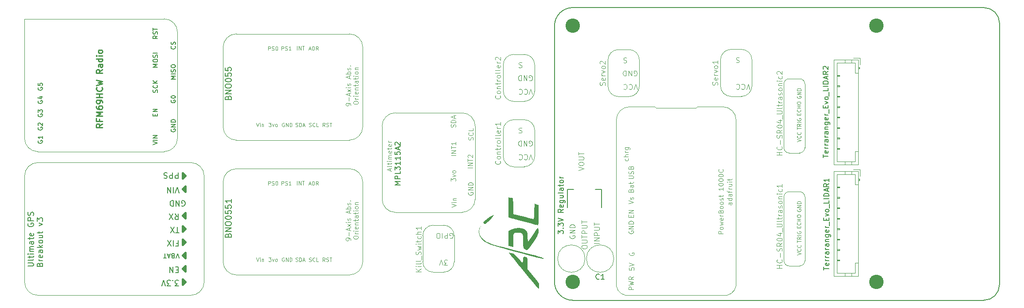
<source format=gbr>
%TF.GenerationSoftware,KiCad,Pcbnew,8.0.6*%
%TF.CreationDate,2025-03-28T16:21:50-05:00*%
%TF.ProjectId,Initial Schematic,496e6974-6961-46c2-9053-6368656d6174,rev?*%
%TF.SameCoordinates,Original*%
%TF.FileFunction,Legend,Top*%
%TF.FilePolarity,Positive*%
%FSLAX46Y46*%
G04 Gerber Fmt 4.6, Leading zero omitted, Abs format (unit mm)*
G04 Created by KiCad (PCBNEW 8.0.6) date 2025-03-28 16:21:50*
%MOMM*%
%LPD*%
G01*
G04 APERTURE LIST*
%ADD10C,0.121920*%
%ADD11C,0.100000*%
%ADD12C,0.097536*%
%ADD13C,0.152400*%
%ADD14C,0.150000*%
%ADD15C,0.223520*%
%ADD16C,0.137160*%
%ADD17C,0.190500*%
%ADD18C,0.160020*%
%ADD19C,0.050000*%
%ADD20C,0.000000*%
%ADD21C,0.120000*%
%ADD22C,0.200000*%
%ADD23C,0.406400*%
%ADD24C,2.750000*%
G04 APERTURE END LIST*
D10*
X144639385Y-77976233D02*
X145363164Y-77976233D01*
X145363164Y-77976233D02*
X145448314Y-77933658D01*
X145448314Y-77933658D02*
X145490890Y-77891083D01*
X145490890Y-77891083D02*
X145533465Y-77805932D01*
X145533465Y-77805932D02*
X145533465Y-77635631D01*
X145533465Y-77635631D02*
X145490890Y-77550481D01*
X145490890Y-77550481D02*
X145448314Y-77507906D01*
X145448314Y-77507906D02*
X145363164Y-77465330D01*
X145363164Y-77465330D02*
X144639385Y-77465330D01*
X145490890Y-77082154D02*
X145533465Y-76954428D01*
X145533465Y-76954428D02*
X145533465Y-76741552D01*
X145533465Y-76741552D02*
X145490890Y-76656401D01*
X145490890Y-76656401D02*
X145448314Y-76613826D01*
X145448314Y-76613826D02*
X145363164Y-76571251D01*
X145363164Y-76571251D02*
X145278013Y-76571251D01*
X145278013Y-76571251D02*
X145192863Y-76613826D01*
X145192863Y-76613826D02*
X145150288Y-76656401D01*
X145150288Y-76656401D02*
X145107712Y-76741552D01*
X145107712Y-76741552D02*
X145065137Y-76911853D01*
X145065137Y-76911853D02*
X145022562Y-76997003D01*
X145022562Y-76997003D02*
X144979987Y-77039578D01*
X144979987Y-77039578D02*
X144894836Y-77082154D01*
X144894836Y-77082154D02*
X144809686Y-77082154D01*
X144809686Y-77082154D02*
X144724535Y-77039578D01*
X144724535Y-77039578D02*
X144681960Y-76997003D01*
X144681960Y-76997003D02*
X144639385Y-76911853D01*
X144639385Y-76911853D02*
X144639385Y-76698976D01*
X144639385Y-76698976D02*
X144681960Y-76571251D01*
X145065137Y-75890047D02*
X145107712Y-75762321D01*
X145107712Y-75762321D02*
X145150288Y-75719746D01*
X145150288Y-75719746D02*
X145235438Y-75677170D01*
X145235438Y-75677170D02*
X145363164Y-75677170D01*
X145363164Y-75677170D02*
X145448314Y-75719746D01*
X145448314Y-75719746D02*
X145490890Y-75762321D01*
X145490890Y-75762321D02*
X145533465Y-75847471D01*
X145533465Y-75847471D02*
X145533465Y-76188073D01*
X145533465Y-76188073D02*
X144639385Y-76188073D01*
X144639385Y-76188073D02*
X144639385Y-75890047D01*
X144639385Y-75890047D02*
X144681960Y-75804896D01*
X144681960Y-75804896D02*
X144724535Y-75762321D01*
X144724535Y-75762321D02*
X144809686Y-75719746D01*
X144809686Y-75719746D02*
X144894836Y-75719746D01*
X144894836Y-75719746D02*
X144979987Y-75762321D01*
X144979987Y-75762321D02*
X145022562Y-75804896D01*
X145022562Y-75804896D02*
X145065137Y-75890047D01*
X145065137Y-75890047D02*
X145065137Y-76188073D01*
X145514056Y-99216426D02*
X144619976Y-99216426D01*
X144619976Y-99216426D02*
X144619976Y-98875824D01*
X144619976Y-98875824D02*
X144662551Y-98790674D01*
X144662551Y-98790674D02*
X144705126Y-98748099D01*
X144705126Y-98748099D02*
X144790277Y-98705523D01*
X144790277Y-98705523D02*
X144918002Y-98705523D01*
X144918002Y-98705523D02*
X145003153Y-98748099D01*
X145003153Y-98748099D02*
X145045728Y-98790674D01*
X145045728Y-98790674D02*
X145088303Y-98875824D01*
X145088303Y-98875824D02*
X145088303Y-99216426D01*
X144619976Y-98407497D02*
X145514056Y-98194621D01*
X145514056Y-98194621D02*
X144875427Y-98024320D01*
X144875427Y-98024320D02*
X145514056Y-97854019D01*
X145514056Y-97854019D02*
X144619976Y-97641143D01*
X145514056Y-96789637D02*
X145088303Y-97087664D01*
X145514056Y-97300540D02*
X144619976Y-97300540D01*
X144619976Y-97300540D02*
X144619976Y-96959938D01*
X144619976Y-96959938D02*
X144662551Y-96874788D01*
X144662551Y-96874788D02*
X144705126Y-96832213D01*
X144705126Y-96832213D02*
X144790277Y-96789637D01*
X144790277Y-96789637D02*
X144918002Y-96789637D01*
X144918002Y-96789637D02*
X145003153Y-96832213D01*
X145003153Y-96832213D02*
X145045728Y-96874788D01*
X145045728Y-96874788D02*
X145088303Y-96959938D01*
X145088303Y-96959938D02*
X145088303Y-97300540D01*
X145065137Y-85376233D02*
X145065137Y-85078207D01*
X145533465Y-84950481D02*
X145533465Y-85376233D01*
X145533465Y-85376233D02*
X144639385Y-85376233D01*
X144639385Y-85376233D02*
X144639385Y-84950481D01*
X145533465Y-84567303D02*
X144639385Y-84567303D01*
X144639385Y-84567303D02*
X145533465Y-84056400D01*
X145533465Y-84056400D02*
X144639385Y-84056400D01*
X144639385Y-82803959D02*
X145533465Y-82505932D01*
X145533465Y-82505932D02*
X144639385Y-82207906D01*
X145490890Y-81952455D02*
X145533465Y-81867304D01*
X145533465Y-81867304D02*
X145533465Y-81697003D01*
X145533465Y-81697003D02*
X145490890Y-81611853D01*
X145490890Y-81611853D02*
X145405739Y-81569277D01*
X145405739Y-81569277D02*
X145363164Y-81569277D01*
X145363164Y-81569277D02*
X145278013Y-81611853D01*
X145278013Y-81611853D02*
X145235438Y-81697003D01*
X145235438Y-81697003D02*
X145235438Y-81824729D01*
X145235438Y-81824729D02*
X145192863Y-81909879D01*
X145192863Y-81909879D02*
X145107712Y-81952455D01*
X145107712Y-81952455D02*
X145065137Y-81952455D01*
X145065137Y-81952455D02*
X144979987Y-81909879D01*
X144979987Y-81909879D02*
X144937411Y-81824729D01*
X144937411Y-81824729D02*
X144937411Y-81697003D01*
X144937411Y-81697003D02*
X144979987Y-81611853D01*
X164333465Y-82593056D02*
X163865137Y-82593056D01*
X163865137Y-82593056D02*
X163779987Y-82635631D01*
X163779987Y-82635631D02*
X163737411Y-82720782D01*
X163737411Y-82720782D02*
X163737411Y-82891083D01*
X163737411Y-82891083D02*
X163779987Y-82976233D01*
X164290890Y-82593056D02*
X164333465Y-82678207D01*
X164333465Y-82678207D02*
X164333465Y-82891083D01*
X164333465Y-82891083D02*
X164290890Y-82976233D01*
X164290890Y-82976233D02*
X164205739Y-83018809D01*
X164205739Y-83018809D02*
X164120589Y-83018809D01*
X164120589Y-83018809D02*
X164035438Y-82976233D01*
X164035438Y-82976233D02*
X163992863Y-82891083D01*
X163992863Y-82891083D02*
X163992863Y-82678207D01*
X163992863Y-82678207D02*
X163950288Y-82593056D01*
X164333465Y-81784126D02*
X163439385Y-81784126D01*
X164290890Y-81784126D02*
X164333465Y-81869277D01*
X164333465Y-81869277D02*
X164333465Y-82039578D01*
X164333465Y-82039578D02*
X164290890Y-82124728D01*
X164290890Y-82124728D02*
X164248314Y-82167303D01*
X164248314Y-82167303D02*
X164163164Y-82209879D01*
X164163164Y-82209879D02*
X163907712Y-82209879D01*
X163907712Y-82209879D02*
X163822562Y-82167303D01*
X163822562Y-82167303D02*
X163779987Y-82124728D01*
X163779987Y-82124728D02*
X163737411Y-82039578D01*
X163737411Y-82039578D02*
X163737411Y-81869277D01*
X163737411Y-81869277D02*
X163779987Y-81784126D01*
X164333465Y-80975196D02*
X163865137Y-80975196D01*
X163865137Y-80975196D02*
X163779987Y-81017771D01*
X163779987Y-81017771D02*
X163737411Y-81102922D01*
X163737411Y-81102922D02*
X163737411Y-81273223D01*
X163737411Y-81273223D02*
X163779987Y-81358373D01*
X164290890Y-80975196D02*
X164333465Y-81060347D01*
X164333465Y-81060347D02*
X164333465Y-81273223D01*
X164333465Y-81273223D02*
X164290890Y-81358373D01*
X164290890Y-81358373D02*
X164205739Y-81400949D01*
X164205739Y-81400949D02*
X164120589Y-81400949D01*
X164120589Y-81400949D02*
X164035438Y-81358373D01*
X164035438Y-81358373D02*
X163992863Y-81273223D01*
X163992863Y-81273223D02*
X163992863Y-81060347D01*
X163992863Y-81060347D02*
X163950288Y-80975196D01*
X163737411Y-80677169D02*
X163737411Y-80336567D01*
X164333465Y-80549443D02*
X163567110Y-80549443D01*
X163567110Y-80549443D02*
X163481960Y-80506868D01*
X163481960Y-80506868D02*
X163439385Y-80421718D01*
X163439385Y-80421718D02*
X163439385Y-80336567D01*
X164333465Y-80038540D02*
X163737411Y-80038540D01*
X163907712Y-80038540D02*
X163822562Y-79995965D01*
X163822562Y-79995965D02*
X163779987Y-79953390D01*
X163779987Y-79953390D02*
X163737411Y-79868239D01*
X163737411Y-79868239D02*
X163737411Y-79783089D01*
X163737411Y-79101885D02*
X164333465Y-79101885D01*
X163737411Y-79485062D02*
X164205739Y-79485062D01*
X164205739Y-79485062D02*
X164290890Y-79442487D01*
X164290890Y-79442487D02*
X164333465Y-79357337D01*
X164333465Y-79357337D02*
X164333465Y-79229611D01*
X164333465Y-79229611D02*
X164290890Y-79144460D01*
X164290890Y-79144460D02*
X164248314Y-79101885D01*
X164333465Y-78676132D02*
X163737411Y-78676132D01*
X163439385Y-78676132D02*
X163481960Y-78718708D01*
X163481960Y-78718708D02*
X163524535Y-78676132D01*
X163524535Y-78676132D02*
X163481960Y-78633557D01*
X163481960Y-78633557D02*
X163439385Y-78676132D01*
X163439385Y-78676132D02*
X163524535Y-78676132D01*
X163737411Y-78378106D02*
X163737411Y-78037504D01*
X163439385Y-78250380D02*
X164205739Y-78250380D01*
X164205739Y-78250380D02*
X164290890Y-78207805D01*
X164290890Y-78207805D02*
X164333465Y-78122655D01*
X164333465Y-78122655D02*
X164333465Y-78037504D01*
X144681960Y-88007906D02*
X144639385Y-88093056D01*
X144639385Y-88093056D02*
X144639385Y-88220782D01*
X144639385Y-88220782D02*
X144681960Y-88348508D01*
X144681960Y-88348508D02*
X144767110Y-88433658D01*
X144767110Y-88433658D02*
X144852261Y-88476233D01*
X144852261Y-88476233D02*
X145022562Y-88518809D01*
X145022562Y-88518809D02*
X145150288Y-88518809D01*
X145150288Y-88518809D02*
X145320589Y-88476233D01*
X145320589Y-88476233D02*
X145405739Y-88433658D01*
X145405739Y-88433658D02*
X145490890Y-88348508D01*
X145490890Y-88348508D02*
X145533465Y-88220782D01*
X145533465Y-88220782D02*
X145533465Y-88135631D01*
X145533465Y-88135631D02*
X145490890Y-88007906D01*
X145490890Y-88007906D02*
X145448314Y-87965330D01*
X145448314Y-87965330D02*
X145150288Y-87965330D01*
X145150288Y-87965330D02*
X145150288Y-88135631D01*
X145533465Y-87582153D02*
X144639385Y-87582153D01*
X144639385Y-87582153D02*
X145533465Y-87071250D01*
X145533465Y-87071250D02*
X144639385Y-87071250D01*
X145533465Y-86645498D02*
X144639385Y-86645498D01*
X144639385Y-86645498D02*
X144639385Y-86432622D01*
X144639385Y-86432622D02*
X144681960Y-86304896D01*
X144681960Y-86304896D02*
X144767110Y-86219746D01*
X144767110Y-86219746D02*
X144852261Y-86177171D01*
X144852261Y-86177171D02*
X145022562Y-86134595D01*
X145022562Y-86134595D02*
X145150288Y-86134595D01*
X145150288Y-86134595D02*
X145320589Y-86177171D01*
X145320589Y-86177171D02*
X145405739Y-86219746D01*
X145405739Y-86219746D02*
X145490890Y-86304896D01*
X145490890Y-86304896D02*
X145533465Y-86432622D01*
X145533465Y-86432622D02*
X145533465Y-86645498D01*
X144739385Y-95050481D02*
X144739385Y-95476233D01*
X144739385Y-95476233D02*
X145165137Y-95518809D01*
X145165137Y-95518809D02*
X145122562Y-95476233D01*
X145122562Y-95476233D02*
X145079987Y-95391083D01*
X145079987Y-95391083D02*
X145079987Y-95178207D01*
X145079987Y-95178207D02*
X145122562Y-95093056D01*
X145122562Y-95093056D02*
X145165137Y-95050481D01*
X145165137Y-95050481D02*
X145250288Y-95007906D01*
X145250288Y-95007906D02*
X145463164Y-95007906D01*
X145463164Y-95007906D02*
X145548314Y-95050481D01*
X145548314Y-95050481D02*
X145590890Y-95093056D01*
X145590890Y-95093056D02*
X145633465Y-95178207D01*
X145633465Y-95178207D02*
X145633465Y-95391083D01*
X145633465Y-95391083D02*
X145590890Y-95476233D01*
X145590890Y-95476233D02*
X145548314Y-95518809D01*
X144739385Y-94752454D02*
X145633465Y-94454427D01*
X145633465Y-94454427D02*
X144739385Y-94156401D01*
X144490890Y-74193056D02*
X144533465Y-74278207D01*
X144533465Y-74278207D02*
X144533465Y-74448508D01*
X144533465Y-74448508D02*
X144490890Y-74533658D01*
X144490890Y-74533658D02*
X144448314Y-74576233D01*
X144448314Y-74576233D02*
X144363164Y-74618809D01*
X144363164Y-74618809D02*
X144107712Y-74618809D01*
X144107712Y-74618809D02*
X144022562Y-74576233D01*
X144022562Y-74576233D02*
X143979987Y-74533658D01*
X143979987Y-74533658D02*
X143937411Y-74448508D01*
X143937411Y-74448508D02*
X143937411Y-74278207D01*
X143937411Y-74278207D02*
X143979987Y-74193056D01*
X144533465Y-73809879D02*
X143639385Y-73809879D01*
X144533465Y-73426702D02*
X144065137Y-73426702D01*
X144065137Y-73426702D02*
X143979987Y-73469277D01*
X143979987Y-73469277D02*
X143937411Y-73554428D01*
X143937411Y-73554428D02*
X143937411Y-73682154D01*
X143937411Y-73682154D02*
X143979987Y-73767304D01*
X143979987Y-73767304D02*
X144022562Y-73809879D01*
X144533465Y-73000949D02*
X143937411Y-73000949D01*
X144107712Y-73000949D02*
X144022562Y-72958374D01*
X144022562Y-72958374D02*
X143979987Y-72915799D01*
X143979987Y-72915799D02*
X143937411Y-72830648D01*
X143937411Y-72830648D02*
X143937411Y-72745498D01*
X143937411Y-72064294D02*
X144661190Y-72064294D01*
X144661190Y-72064294D02*
X144746341Y-72106869D01*
X144746341Y-72106869D02*
X144788916Y-72149445D01*
X144788916Y-72149445D02*
X144831491Y-72234595D01*
X144831491Y-72234595D02*
X144831491Y-72362321D01*
X144831491Y-72362321D02*
X144788916Y-72447471D01*
X144490890Y-72064294D02*
X144533465Y-72149445D01*
X144533465Y-72149445D02*
X144533465Y-72319746D01*
X144533465Y-72319746D02*
X144490890Y-72404896D01*
X144490890Y-72404896D02*
X144448314Y-72447471D01*
X144448314Y-72447471D02*
X144363164Y-72490047D01*
X144363164Y-72490047D02*
X144107712Y-72490047D01*
X144107712Y-72490047D02*
X144022562Y-72447471D01*
X144022562Y-72447471D02*
X143979987Y-72404896D01*
X143979987Y-72404896D02*
X143937411Y-72319746D01*
X143937411Y-72319746D02*
X143937411Y-72149445D01*
X143937411Y-72149445D02*
X143979987Y-72064294D01*
X144781960Y-92207906D02*
X144739385Y-92293056D01*
X144739385Y-92293056D02*
X144739385Y-92420782D01*
X144739385Y-92420782D02*
X144781960Y-92548508D01*
X144781960Y-92548508D02*
X144867110Y-92633658D01*
X144867110Y-92633658D02*
X144952261Y-92676233D01*
X144952261Y-92676233D02*
X145122562Y-92718809D01*
X145122562Y-92718809D02*
X145250288Y-92718809D01*
X145250288Y-92718809D02*
X145420589Y-92676233D01*
X145420589Y-92676233D02*
X145505739Y-92633658D01*
X145505739Y-92633658D02*
X145590890Y-92548508D01*
X145590890Y-92548508D02*
X145633465Y-92420782D01*
X145633465Y-92420782D02*
X145633465Y-92335631D01*
X145633465Y-92335631D02*
X145590890Y-92207906D01*
X145590890Y-92207906D02*
X145548314Y-92165330D01*
X145548314Y-92165330D02*
X145250288Y-92165330D01*
X145250288Y-92165330D02*
X145250288Y-92335631D01*
X145065137Y-80278207D02*
X145107712Y-80150481D01*
X145107712Y-80150481D02*
X145150288Y-80107906D01*
X145150288Y-80107906D02*
X145235438Y-80065330D01*
X145235438Y-80065330D02*
X145363164Y-80065330D01*
X145363164Y-80065330D02*
X145448314Y-80107906D01*
X145448314Y-80107906D02*
X145490890Y-80150481D01*
X145490890Y-80150481D02*
X145533465Y-80235631D01*
X145533465Y-80235631D02*
X145533465Y-80576233D01*
X145533465Y-80576233D02*
X144639385Y-80576233D01*
X144639385Y-80576233D02*
X144639385Y-80278207D01*
X144639385Y-80278207D02*
X144681960Y-80193056D01*
X144681960Y-80193056D02*
X144724535Y-80150481D01*
X144724535Y-80150481D02*
X144809686Y-80107906D01*
X144809686Y-80107906D02*
X144894836Y-80107906D01*
X144894836Y-80107906D02*
X144979987Y-80150481D01*
X144979987Y-80150481D02*
X145022562Y-80193056D01*
X145022562Y-80193056D02*
X145065137Y-80278207D01*
X145065137Y-80278207D02*
X145065137Y-80576233D01*
X145533465Y-79298976D02*
X145065137Y-79298976D01*
X145065137Y-79298976D02*
X144979987Y-79341551D01*
X144979987Y-79341551D02*
X144937411Y-79426702D01*
X144937411Y-79426702D02*
X144937411Y-79597003D01*
X144937411Y-79597003D02*
X144979987Y-79682153D01*
X145490890Y-79298976D02*
X145533465Y-79384127D01*
X145533465Y-79384127D02*
X145533465Y-79597003D01*
X145533465Y-79597003D02*
X145490890Y-79682153D01*
X145490890Y-79682153D02*
X145405739Y-79724729D01*
X145405739Y-79724729D02*
X145320589Y-79724729D01*
X145320589Y-79724729D02*
X145235438Y-79682153D01*
X145235438Y-79682153D02*
X145192863Y-79597003D01*
X145192863Y-79597003D02*
X145192863Y-79384127D01*
X145192863Y-79384127D02*
X145150288Y-79298976D01*
X144937411Y-79000949D02*
X144937411Y-78660347D01*
X144639385Y-78873223D02*
X145405739Y-78873223D01*
X145405739Y-78873223D02*
X145490890Y-78830648D01*
X145490890Y-78830648D02*
X145533465Y-78745498D01*
X145533465Y-78745498D02*
X145533465Y-78660347D01*
X162682465Y-88564233D02*
X161788385Y-88564233D01*
X161788385Y-88564233D02*
X161788385Y-88223631D01*
X161788385Y-88223631D02*
X161830960Y-88138481D01*
X161830960Y-88138481D02*
X161873535Y-88095906D01*
X161873535Y-88095906D02*
X161958686Y-88053330D01*
X161958686Y-88053330D02*
X162086411Y-88053330D01*
X162086411Y-88053330D02*
X162171562Y-88095906D01*
X162171562Y-88095906D02*
X162214137Y-88138481D01*
X162214137Y-88138481D02*
X162256712Y-88223631D01*
X162256712Y-88223631D02*
X162256712Y-88564233D01*
X162682465Y-87542428D02*
X162639890Y-87627578D01*
X162639890Y-87627578D02*
X162597314Y-87670153D01*
X162597314Y-87670153D02*
X162512164Y-87712729D01*
X162512164Y-87712729D02*
X162256712Y-87712729D01*
X162256712Y-87712729D02*
X162171562Y-87670153D01*
X162171562Y-87670153D02*
X162128987Y-87627578D01*
X162128987Y-87627578D02*
X162086411Y-87542428D01*
X162086411Y-87542428D02*
X162086411Y-87414702D01*
X162086411Y-87414702D02*
X162128987Y-87329551D01*
X162128987Y-87329551D02*
X162171562Y-87286976D01*
X162171562Y-87286976D02*
X162256712Y-87244401D01*
X162256712Y-87244401D02*
X162512164Y-87244401D01*
X162512164Y-87244401D02*
X162597314Y-87286976D01*
X162597314Y-87286976D02*
X162639890Y-87329551D01*
X162639890Y-87329551D02*
X162682465Y-87414702D01*
X162682465Y-87414702D02*
X162682465Y-87542428D01*
X162086411Y-86946374D02*
X162682465Y-86776073D01*
X162682465Y-86776073D02*
X162256712Y-86605772D01*
X162256712Y-86605772D02*
X162682465Y-86435471D01*
X162682465Y-86435471D02*
X162086411Y-86265170D01*
X162639890Y-85583966D02*
X162682465Y-85669117D01*
X162682465Y-85669117D02*
X162682465Y-85839418D01*
X162682465Y-85839418D02*
X162639890Y-85924568D01*
X162639890Y-85924568D02*
X162554739Y-85967144D01*
X162554739Y-85967144D02*
X162214137Y-85967144D01*
X162214137Y-85967144D02*
X162128987Y-85924568D01*
X162128987Y-85924568D02*
X162086411Y-85839418D01*
X162086411Y-85839418D02*
X162086411Y-85669117D01*
X162086411Y-85669117D02*
X162128987Y-85583966D01*
X162128987Y-85583966D02*
X162214137Y-85541391D01*
X162214137Y-85541391D02*
X162299288Y-85541391D01*
X162299288Y-85541391D02*
X162384438Y-85967144D01*
X162682465Y-85158214D02*
X162086411Y-85158214D01*
X162256712Y-85158214D02*
X162171562Y-85115639D01*
X162171562Y-85115639D02*
X162128987Y-85073064D01*
X162128987Y-85073064D02*
X162086411Y-84987913D01*
X162086411Y-84987913D02*
X162086411Y-84902763D01*
X162214137Y-84306710D02*
X162256712Y-84178984D01*
X162256712Y-84178984D02*
X162299288Y-84136409D01*
X162299288Y-84136409D02*
X162384438Y-84093833D01*
X162384438Y-84093833D02*
X162512164Y-84093833D01*
X162512164Y-84093833D02*
X162597314Y-84136409D01*
X162597314Y-84136409D02*
X162639890Y-84178984D01*
X162639890Y-84178984D02*
X162682465Y-84264134D01*
X162682465Y-84264134D02*
X162682465Y-84604736D01*
X162682465Y-84604736D02*
X161788385Y-84604736D01*
X161788385Y-84604736D02*
X161788385Y-84306710D01*
X161788385Y-84306710D02*
X161830960Y-84221559D01*
X161830960Y-84221559D02*
X161873535Y-84178984D01*
X161873535Y-84178984D02*
X161958686Y-84136409D01*
X161958686Y-84136409D02*
X162043836Y-84136409D01*
X162043836Y-84136409D02*
X162128987Y-84178984D01*
X162128987Y-84178984D02*
X162171562Y-84221559D01*
X162171562Y-84221559D02*
X162214137Y-84306710D01*
X162214137Y-84306710D02*
X162214137Y-84604736D01*
X162682465Y-83582931D02*
X162639890Y-83668081D01*
X162639890Y-83668081D02*
X162597314Y-83710656D01*
X162597314Y-83710656D02*
X162512164Y-83753232D01*
X162512164Y-83753232D02*
X162256712Y-83753232D01*
X162256712Y-83753232D02*
X162171562Y-83710656D01*
X162171562Y-83710656D02*
X162128987Y-83668081D01*
X162128987Y-83668081D02*
X162086411Y-83582931D01*
X162086411Y-83582931D02*
X162086411Y-83455205D01*
X162086411Y-83455205D02*
X162128987Y-83370054D01*
X162128987Y-83370054D02*
X162171562Y-83327479D01*
X162171562Y-83327479D02*
X162256712Y-83284904D01*
X162256712Y-83284904D02*
X162512164Y-83284904D01*
X162512164Y-83284904D02*
X162597314Y-83327479D01*
X162597314Y-83327479D02*
X162639890Y-83370054D01*
X162639890Y-83370054D02*
X162682465Y-83455205D01*
X162682465Y-83455205D02*
X162682465Y-83582931D01*
X162682465Y-82774001D02*
X162639890Y-82859151D01*
X162639890Y-82859151D02*
X162597314Y-82901726D01*
X162597314Y-82901726D02*
X162512164Y-82944302D01*
X162512164Y-82944302D02*
X162256712Y-82944302D01*
X162256712Y-82944302D02*
X162171562Y-82901726D01*
X162171562Y-82901726D02*
X162128987Y-82859151D01*
X162128987Y-82859151D02*
X162086411Y-82774001D01*
X162086411Y-82774001D02*
X162086411Y-82646275D01*
X162086411Y-82646275D02*
X162128987Y-82561124D01*
X162128987Y-82561124D02*
X162171562Y-82518549D01*
X162171562Y-82518549D02*
X162256712Y-82475974D01*
X162256712Y-82475974D02*
X162512164Y-82475974D01*
X162512164Y-82475974D02*
X162597314Y-82518549D01*
X162597314Y-82518549D02*
X162639890Y-82561124D01*
X162639890Y-82561124D02*
X162682465Y-82646275D01*
X162682465Y-82646275D02*
X162682465Y-82774001D01*
X162639890Y-82135372D02*
X162682465Y-82050221D01*
X162682465Y-82050221D02*
X162682465Y-81879920D01*
X162682465Y-81879920D02*
X162639890Y-81794770D01*
X162639890Y-81794770D02*
X162554739Y-81752194D01*
X162554739Y-81752194D02*
X162512164Y-81752194D01*
X162512164Y-81752194D02*
X162427013Y-81794770D01*
X162427013Y-81794770D02*
X162384438Y-81879920D01*
X162384438Y-81879920D02*
X162384438Y-82007646D01*
X162384438Y-82007646D02*
X162341863Y-82092796D01*
X162341863Y-82092796D02*
X162256712Y-82135372D01*
X162256712Y-82135372D02*
X162214137Y-82135372D01*
X162214137Y-82135372D02*
X162128987Y-82092796D01*
X162128987Y-82092796D02*
X162086411Y-82007646D01*
X162086411Y-82007646D02*
X162086411Y-81879920D01*
X162086411Y-81879920D02*
X162128987Y-81794770D01*
X162086411Y-81496743D02*
X162086411Y-81156141D01*
X161788385Y-81369017D02*
X162554739Y-81369017D01*
X162554739Y-81369017D02*
X162639890Y-81326442D01*
X162639890Y-81326442D02*
X162682465Y-81241292D01*
X162682465Y-81241292D02*
X162682465Y-81156141D01*
X162682465Y-79708583D02*
X162682465Y-80219486D01*
X162682465Y-79964034D02*
X161788385Y-79964034D01*
X161788385Y-79964034D02*
X161916110Y-80049185D01*
X161916110Y-80049185D02*
X162001261Y-80134335D01*
X162001261Y-80134335D02*
X162043836Y-80219486D01*
X161788385Y-79155104D02*
X161788385Y-79069954D01*
X161788385Y-79069954D02*
X161830960Y-78984803D01*
X161830960Y-78984803D02*
X161873535Y-78942228D01*
X161873535Y-78942228D02*
X161958686Y-78899653D01*
X161958686Y-78899653D02*
X162128987Y-78857078D01*
X162128987Y-78857078D02*
X162341863Y-78857078D01*
X162341863Y-78857078D02*
X162512164Y-78899653D01*
X162512164Y-78899653D02*
X162597314Y-78942228D01*
X162597314Y-78942228D02*
X162639890Y-78984803D01*
X162639890Y-78984803D02*
X162682465Y-79069954D01*
X162682465Y-79069954D02*
X162682465Y-79155104D01*
X162682465Y-79155104D02*
X162639890Y-79240255D01*
X162639890Y-79240255D02*
X162597314Y-79282830D01*
X162597314Y-79282830D02*
X162512164Y-79325405D01*
X162512164Y-79325405D02*
X162341863Y-79367981D01*
X162341863Y-79367981D02*
X162128987Y-79367981D01*
X162128987Y-79367981D02*
X161958686Y-79325405D01*
X161958686Y-79325405D02*
X161873535Y-79282830D01*
X161873535Y-79282830D02*
X161830960Y-79240255D01*
X161830960Y-79240255D02*
X161788385Y-79155104D01*
X161788385Y-78303599D02*
X161788385Y-78218449D01*
X161788385Y-78218449D02*
X161830960Y-78133298D01*
X161830960Y-78133298D02*
X161873535Y-78090723D01*
X161873535Y-78090723D02*
X161958686Y-78048148D01*
X161958686Y-78048148D02*
X162128987Y-78005573D01*
X162128987Y-78005573D02*
X162341863Y-78005573D01*
X162341863Y-78005573D02*
X162512164Y-78048148D01*
X162512164Y-78048148D02*
X162597314Y-78090723D01*
X162597314Y-78090723D02*
X162639890Y-78133298D01*
X162639890Y-78133298D02*
X162682465Y-78218449D01*
X162682465Y-78218449D02*
X162682465Y-78303599D01*
X162682465Y-78303599D02*
X162639890Y-78388750D01*
X162639890Y-78388750D02*
X162597314Y-78431325D01*
X162597314Y-78431325D02*
X162512164Y-78473900D01*
X162512164Y-78473900D02*
X162341863Y-78516476D01*
X162341863Y-78516476D02*
X162128987Y-78516476D01*
X162128987Y-78516476D02*
X161958686Y-78473900D01*
X161958686Y-78473900D02*
X161873535Y-78431325D01*
X161873535Y-78431325D02*
X161830960Y-78388750D01*
X161830960Y-78388750D02*
X161788385Y-78303599D01*
X161788385Y-77452094D02*
X161788385Y-77366944D01*
X161788385Y-77366944D02*
X161830960Y-77281793D01*
X161830960Y-77281793D02*
X161873535Y-77239218D01*
X161873535Y-77239218D02*
X161958686Y-77196643D01*
X161958686Y-77196643D02*
X162128987Y-77154068D01*
X162128987Y-77154068D02*
X162341863Y-77154068D01*
X162341863Y-77154068D02*
X162512164Y-77196643D01*
X162512164Y-77196643D02*
X162597314Y-77239218D01*
X162597314Y-77239218D02*
X162639890Y-77281793D01*
X162639890Y-77281793D02*
X162682465Y-77366944D01*
X162682465Y-77366944D02*
X162682465Y-77452094D01*
X162682465Y-77452094D02*
X162639890Y-77537245D01*
X162639890Y-77537245D02*
X162597314Y-77579820D01*
X162597314Y-77579820D02*
X162512164Y-77622395D01*
X162512164Y-77622395D02*
X162341863Y-77664971D01*
X162341863Y-77664971D02*
X162128987Y-77664971D01*
X162128987Y-77664971D02*
X161958686Y-77622395D01*
X161958686Y-77622395D02*
X161873535Y-77579820D01*
X161873535Y-77579820D02*
X161830960Y-77537245D01*
X161830960Y-77537245D02*
X161788385Y-77452094D01*
X162597314Y-76259987D02*
X162639890Y-76302563D01*
X162639890Y-76302563D02*
X162682465Y-76430288D01*
X162682465Y-76430288D02*
X162682465Y-76515439D01*
X162682465Y-76515439D02*
X162639890Y-76643165D01*
X162639890Y-76643165D02*
X162554739Y-76728315D01*
X162554739Y-76728315D02*
X162469589Y-76770890D01*
X162469589Y-76770890D02*
X162299288Y-76813466D01*
X162299288Y-76813466D02*
X162171562Y-76813466D01*
X162171562Y-76813466D02*
X162001261Y-76770890D01*
X162001261Y-76770890D02*
X161916110Y-76728315D01*
X161916110Y-76728315D02*
X161830960Y-76643165D01*
X161830960Y-76643165D02*
X161788385Y-76515439D01*
X161788385Y-76515439D02*
X161788385Y-76430288D01*
X161788385Y-76430288D02*
X161830960Y-76302563D01*
X161830960Y-76302563D02*
X161873535Y-76259987D01*
D11*
X161584800Y-60118333D02*
X161632419Y-59975476D01*
X161632419Y-59975476D02*
X161632419Y-59737381D01*
X161632419Y-59737381D02*
X161584800Y-59642143D01*
X161584800Y-59642143D02*
X161537180Y-59594524D01*
X161537180Y-59594524D02*
X161441942Y-59546905D01*
X161441942Y-59546905D02*
X161346704Y-59546905D01*
X161346704Y-59546905D02*
X161251466Y-59594524D01*
X161251466Y-59594524D02*
X161203847Y-59642143D01*
X161203847Y-59642143D02*
X161156228Y-59737381D01*
X161156228Y-59737381D02*
X161108609Y-59927857D01*
X161108609Y-59927857D02*
X161060990Y-60023095D01*
X161060990Y-60023095D02*
X161013371Y-60070714D01*
X161013371Y-60070714D02*
X160918133Y-60118333D01*
X160918133Y-60118333D02*
X160822895Y-60118333D01*
X160822895Y-60118333D02*
X160727657Y-60070714D01*
X160727657Y-60070714D02*
X160680038Y-60023095D01*
X160680038Y-60023095D02*
X160632419Y-59927857D01*
X160632419Y-59927857D02*
X160632419Y-59689762D01*
X160632419Y-59689762D02*
X160680038Y-59546905D01*
X161584800Y-58737381D02*
X161632419Y-58832619D01*
X161632419Y-58832619D02*
X161632419Y-59023095D01*
X161632419Y-59023095D02*
X161584800Y-59118333D01*
X161584800Y-59118333D02*
X161489561Y-59165952D01*
X161489561Y-59165952D02*
X161108609Y-59165952D01*
X161108609Y-59165952D02*
X161013371Y-59118333D01*
X161013371Y-59118333D02*
X160965752Y-59023095D01*
X160965752Y-59023095D02*
X160965752Y-58832619D01*
X160965752Y-58832619D02*
X161013371Y-58737381D01*
X161013371Y-58737381D02*
X161108609Y-58689762D01*
X161108609Y-58689762D02*
X161203847Y-58689762D01*
X161203847Y-58689762D02*
X161299085Y-59165952D01*
X161632419Y-58261190D02*
X160965752Y-58261190D01*
X161156228Y-58261190D02*
X161060990Y-58213571D01*
X161060990Y-58213571D02*
X161013371Y-58165952D01*
X161013371Y-58165952D02*
X160965752Y-58070714D01*
X160965752Y-58070714D02*
X160965752Y-57975476D01*
X160965752Y-57737380D02*
X161632419Y-57499285D01*
X161632419Y-57499285D02*
X160965752Y-57261190D01*
X161632419Y-56737380D02*
X161584800Y-56832618D01*
X161584800Y-56832618D02*
X161537180Y-56880237D01*
X161537180Y-56880237D02*
X161441942Y-56927856D01*
X161441942Y-56927856D02*
X161156228Y-56927856D01*
X161156228Y-56927856D02*
X161060990Y-56880237D01*
X161060990Y-56880237D02*
X161013371Y-56832618D01*
X161013371Y-56832618D02*
X160965752Y-56737380D01*
X160965752Y-56737380D02*
X160965752Y-56594523D01*
X160965752Y-56594523D02*
X161013371Y-56499285D01*
X161013371Y-56499285D02*
X161060990Y-56451666D01*
X161060990Y-56451666D02*
X161156228Y-56404047D01*
X161156228Y-56404047D02*
X161441942Y-56404047D01*
X161441942Y-56404047D02*
X161537180Y-56451666D01*
X161537180Y-56451666D02*
X161584800Y-56499285D01*
X161584800Y-56499285D02*
X161632419Y-56594523D01*
X161632419Y-56594523D02*
X161632419Y-56737380D01*
X161632419Y-55451666D02*
X161632419Y-56023094D01*
X161632419Y-55737380D02*
X160632419Y-55737380D01*
X160632419Y-55737380D02*
X160775276Y-55832618D01*
X160775276Y-55832618D02*
X160870514Y-55927856D01*
X160870514Y-55927856D02*
X160918133Y-56023094D01*
X167763972Y-60912580D02*
X167430639Y-59912580D01*
X167430639Y-59912580D02*
X167097306Y-60912580D01*
X166192544Y-60007819D02*
X166240163Y-59960200D01*
X166240163Y-59960200D02*
X166383020Y-59912580D01*
X166383020Y-59912580D02*
X166478258Y-59912580D01*
X166478258Y-59912580D02*
X166621115Y-59960200D01*
X166621115Y-59960200D02*
X166716353Y-60055438D01*
X166716353Y-60055438D02*
X166763972Y-60150676D01*
X166763972Y-60150676D02*
X166811591Y-60341152D01*
X166811591Y-60341152D02*
X166811591Y-60484009D01*
X166811591Y-60484009D02*
X166763972Y-60674485D01*
X166763972Y-60674485D02*
X166716353Y-60769723D01*
X166716353Y-60769723D02*
X166621115Y-60864961D01*
X166621115Y-60864961D02*
X166478258Y-60912580D01*
X166478258Y-60912580D02*
X166383020Y-60912580D01*
X166383020Y-60912580D02*
X166240163Y-60864961D01*
X166240163Y-60864961D02*
X166192544Y-60817342D01*
X165192544Y-60007819D02*
X165240163Y-59960200D01*
X165240163Y-59960200D02*
X165383020Y-59912580D01*
X165383020Y-59912580D02*
X165478258Y-59912580D01*
X165478258Y-59912580D02*
X165621115Y-59960200D01*
X165621115Y-59960200D02*
X165716353Y-60055438D01*
X165716353Y-60055438D02*
X165763972Y-60150676D01*
X165763972Y-60150676D02*
X165811591Y-60341152D01*
X165811591Y-60341152D02*
X165811591Y-60484009D01*
X165811591Y-60484009D02*
X165763972Y-60674485D01*
X165763972Y-60674485D02*
X165716353Y-60769723D01*
X165716353Y-60769723D02*
X165621115Y-60864961D01*
X165621115Y-60864961D02*
X165478258Y-60912580D01*
X165478258Y-60912580D02*
X165383020Y-60912580D01*
X165383020Y-60912580D02*
X165240163Y-60864961D01*
X165240163Y-60864961D02*
X165192544Y-60817342D01*
X165718734Y-54860200D02*
X165575877Y-54812580D01*
X165575877Y-54812580D02*
X165337782Y-54812580D01*
X165337782Y-54812580D02*
X165242544Y-54860200D01*
X165242544Y-54860200D02*
X165194925Y-54907819D01*
X165194925Y-54907819D02*
X165147306Y-55003057D01*
X165147306Y-55003057D02*
X165147306Y-55098295D01*
X165147306Y-55098295D02*
X165194925Y-55193533D01*
X165194925Y-55193533D02*
X165242544Y-55241152D01*
X165242544Y-55241152D02*
X165337782Y-55288771D01*
X165337782Y-55288771D02*
X165528258Y-55336390D01*
X165528258Y-55336390D02*
X165623496Y-55384009D01*
X165623496Y-55384009D02*
X165671115Y-55431628D01*
X165671115Y-55431628D02*
X165718734Y-55526866D01*
X165718734Y-55526866D02*
X165718734Y-55622104D01*
X165718734Y-55622104D02*
X165671115Y-55717342D01*
X165671115Y-55717342D02*
X165623496Y-55764961D01*
X165623496Y-55764961D02*
X165528258Y-55812580D01*
X165528258Y-55812580D02*
X165290163Y-55812580D01*
X165290163Y-55812580D02*
X165147306Y-55764961D01*
D12*
X75816464Y-79244823D02*
X75816464Y-78529559D01*
X75816464Y-78529559D02*
X76088946Y-78529559D01*
X76088946Y-78529559D02*
X76157066Y-78563619D01*
X76157066Y-78563619D02*
X76191127Y-78597679D01*
X76191127Y-78597679D02*
X76225187Y-78665799D01*
X76225187Y-78665799D02*
X76225187Y-78767980D01*
X76225187Y-78767980D02*
X76191127Y-78836100D01*
X76191127Y-78836100D02*
X76157066Y-78870161D01*
X76157066Y-78870161D02*
X76088946Y-78904221D01*
X76088946Y-78904221D02*
X75816464Y-78904221D01*
X76497668Y-79210763D02*
X76599849Y-79244823D01*
X76599849Y-79244823D02*
X76770150Y-79244823D01*
X76770150Y-79244823D02*
X76838270Y-79210763D01*
X76838270Y-79210763D02*
X76872330Y-79176702D01*
X76872330Y-79176702D02*
X76906391Y-79108582D01*
X76906391Y-79108582D02*
X76906391Y-79040462D01*
X76906391Y-79040462D02*
X76872330Y-78972341D01*
X76872330Y-78972341D02*
X76838270Y-78938281D01*
X76838270Y-78938281D02*
X76770150Y-78904221D01*
X76770150Y-78904221D02*
X76633909Y-78870161D01*
X76633909Y-78870161D02*
X76565789Y-78836100D01*
X76565789Y-78836100D02*
X76531728Y-78802040D01*
X76531728Y-78802040D02*
X76497668Y-78733920D01*
X76497668Y-78733920D02*
X76497668Y-78665799D01*
X76497668Y-78665799D02*
X76531728Y-78597679D01*
X76531728Y-78597679D02*
X76565789Y-78563619D01*
X76565789Y-78563619D02*
X76633909Y-78529559D01*
X76633909Y-78529559D02*
X76804210Y-78529559D01*
X76804210Y-78529559D02*
X76906391Y-78563619D01*
X77349173Y-78529559D02*
X77417294Y-78529559D01*
X77417294Y-78529559D02*
X77485414Y-78563619D01*
X77485414Y-78563619D02*
X77519474Y-78597679D01*
X77519474Y-78597679D02*
X77553534Y-78665799D01*
X77553534Y-78665799D02*
X77587595Y-78802040D01*
X77587595Y-78802040D02*
X77587595Y-78972341D01*
X77587595Y-78972341D02*
X77553534Y-79108582D01*
X77553534Y-79108582D02*
X77519474Y-79176702D01*
X77519474Y-79176702D02*
X77485414Y-79210763D01*
X77485414Y-79210763D02*
X77417294Y-79244823D01*
X77417294Y-79244823D02*
X77349173Y-79244823D01*
X77349173Y-79244823D02*
X77281053Y-79210763D01*
X77281053Y-79210763D02*
X77246993Y-79176702D01*
X77246993Y-79176702D02*
X77212932Y-79108582D01*
X77212932Y-79108582D02*
X77178872Y-78972341D01*
X77178872Y-78972341D02*
X77178872Y-78802040D01*
X77178872Y-78802040D02*
X77212932Y-78665799D01*
X77212932Y-78665799D02*
X77246993Y-78597679D01*
X77246993Y-78597679D02*
X77281053Y-78563619D01*
X77281053Y-78563619D02*
X77349173Y-78529559D01*
X75877525Y-93134559D02*
X76320308Y-93134559D01*
X76320308Y-93134559D02*
X76081886Y-93407040D01*
X76081886Y-93407040D02*
X76184067Y-93407040D01*
X76184067Y-93407040D02*
X76252187Y-93441100D01*
X76252187Y-93441100D02*
X76286247Y-93475161D01*
X76286247Y-93475161D02*
X76320308Y-93543281D01*
X76320308Y-93543281D02*
X76320308Y-93713582D01*
X76320308Y-93713582D02*
X76286247Y-93781702D01*
X76286247Y-93781702D02*
X76252187Y-93815763D01*
X76252187Y-93815763D02*
X76184067Y-93849823D01*
X76184067Y-93849823D02*
X75979706Y-93849823D01*
X75979706Y-93849823D02*
X75911585Y-93815763D01*
X75911585Y-93815763D02*
X75877525Y-93781702D01*
X76558729Y-93372980D02*
X76729030Y-93849823D01*
X76729030Y-93849823D02*
X76899331Y-93372980D01*
X77273993Y-93849823D02*
X77205873Y-93815763D01*
X77205873Y-93815763D02*
X77171812Y-93781702D01*
X77171812Y-93781702D02*
X77137752Y-93713582D01*
X77137752Y-93713582D02*
X77137752Y-93509221D01*
X77137752Y-93509221D02*
X77171812Y-93441100D01*
X77171812Y-93441100D02*
X77205873Y-93407040D01*
X77205873Y-93407040D02*
X77273993Y-93372980D01*
X77273993Y-93372980D02*
X77376174Y-93372980D01*
X77376174Y-93372980D02*
X77444294Y-93407040D01*
X77444294Y-93407040D02*
X77478354Y-93441100D01*
X77478354Y-93441100D02*
X77512414Y-93509221D01*
X77512414Y-93509221D02*
X77512414Y-93713582D01*
X77512414Y-93713582D02*
X77478354Y-93781702D01*
X77478354Y-93781702D02*
X77444294Y-93815763D01*
X77444294Y-93815763D02*
X77376174Y-93849823D01*
X77376174Y-93849823D02*
X77273993Y-93849823D01*
X78356464Y-79244823D02*
X78356464Y-78529559D01*
X78356464Y-78529559D02*
X78628946Y-78529559D01*
X78628946Y-78529559D02*
X78697066Y-78563619D01*
X78697066Y-78563619D02*
X78731127Y-78597679D01*
X78731127Y-78597679D02*
X78765187Y-78665799D01*
X78765187Y-78665799D02*
X78765187Y-78767980D01*
X78765187Y-78767980D02*
X78731127Y-78836100D01*
X78731127Y-78836100D02*
X78697066Y-78870161D01*
X78697066Y-78870161D02*
X78628946Y-78904221D01*
X78628946Y-78904221D02*
X78356464Y-78904221D01*
X79037668Y-79210763D02*
X79139849Y-79244823D01*
X79139849Y-79244823D02*
X79310150Y-79244823D01*
X79310150Y-79244823D02*
X79378270Y-79210763D01*
X79378270Y-79210763D02*
X79412330Y-79176702D01*
X79412330Y-79176702D02*
X79446391Y-79108582D01*
X79446391Y-79108582D02*
X79446391Y-79040462D01*
X79446391Y-79040462D02*
X79412330Y-78972341D01*
X79412330Y-78972341D02*
X79378270Y-78938281D01*
X79378270Y-78938281D02*
X79310150Y-78904221D01*
X79310150Y-78904221D02*
X79173909Y-78870161D01*
X79173909Y-78870161D02*
X79105789Y-78836100D01*
X79105789Y-78836100D02*
X79071728Y-78802040D01*
X79071728Y-78802040D02*
X79037668Y-78733920D01*
X79037668Y-78733920D02*
X79037668Y-78665799D01*
X79037668Y-78665799D02*
X79071728Y-78597679D01*
X79071728Y-78597679D02*
X79105789Y-78563619D01*
X79105789Y-78563619D02*
X79173909Y-78529559D01*
X79173909Y-78529559D02*
X79344210Y-78529559D01*
X79344210Y-78529559D02*
X79446391Y-78563619D01*
X80127595Y-79244823D02*
X79718872Y-79244823D01*
X79923233Y-79244823D02*
X79923233Y-78529559D01*
X79923233Y-78529559D02*
X79855113Y-78631739D01*
X79855113Y-78631739D02*
X79786993Y-78699860D01*
X79786993Y-78699860D02*
X79718872Y-78733920D01*
X73506706Y-93134559D02*
X73745127Y-93849823D01*
X73745127Y-93849823D02*
X73983549Y-93134559D01*
X74221969Y-93849823D02*
X74221969Y-93372980D01*
X74221969Y-93134559D02*
X74187909Y-93168619D01*
X74187909Y-93168619D02*
X74221969Y-93202679D01*
X74221969Y-93202679D02*
X74256030Y-93168619D01*
X74256030Y-93168619D02*
X74221969Y-93134559D01*
X74221969Y-93134559D02*
X74221969Y-93202679D01*
X74562571Y-93372980D02*
X74562571Y-93849823D01*
X74562571Y-93441100D02*
X74596632Y-93407040D01*
X74596632Y-93407040D02*
X74664752Y-93372980D01*
X74664752Y-93372980D02*
X74766933Y-93372980D01*
X74766933Y-93372980D02*
X74835053Y-93407040D01*
X74835053Y-93407040D02*
X74869113Y-93475161D01*
X74869113Y-93475161D02*
X74869113Y-93849823D01*
X81023465Y-93815763D02*
X81125646Y-93849823D01*
X81125646Y-93849823D02*
X81295947Y-93849823D01*
X81295947Y-93849823D02*
X81364067Y-93815763D01*
X81364067Y-93815763D02*
X81398127Y-93781702D01*
X81398127Y-93781702D02*
X81432188Y-93713582D01*
X81432188Y-93713582D02*
X81432188Y-93645462D01*
X81432188Y-93645462D02*
X81398127Y-93577341D01*
X81398127Y-93577341D02*
X81364067Y-93543281D01*
X81364067Y-93543281D02*
X81295947Y-93509221D01*
X81295947Y-93509221D02*
X81159706Y-93475161D01*
X81159706Y-93475161D02*
X81091586Y-93441100D01*
X81091586Y-93441100D02*
X81057525Y-93407040D01*
X81057525Y-93407040D02*
X81023465Y-93338920D01*
X81023465Y-93338920D02*
X81023465Y-93270799D01*
X81023465Y-93270799D02*
X81057525Y-93202679D01*
X81057525Y-93202679D02*
X81091586Y-93168619D01*
X81091586Y-93168619D02*
X81159706Y-93134559D01*
X81159706Y-93134559D02*
X81330007Y-93134559D01*
X81330007Y-93134559D02*
X81432188Y-93168619D01*
X81738729Y-93849823D02*
X81738729Y-93134559D01*
X81738729Y-93134559D02*
X81909030Y-93134559D01*
X81909030Y-93134559D02*
X82011211Y-93168619D01*
X82011211Y-93168619D02*
X82079331Y-93236739D01*
X82079331Y-93236739D02*
X82113392Y-93304860D01*
X82113392Y-93304860D02*
X82147452Y-93441100D01*
X82147452Y-93441100D02*
X82147452Y-93543281D01*
X82147452Y-93543281D02*
X82113392Y-93679522D01*
X82113392Y-93679522D02*
X82079331Y-93747642D01*
X82079331Y-93747642D02*
X82011211Y-93815763D01*
X82011211Y-93815763D02*
X81909030Y-93849823D01*
X81909030Y-93849823D02*
X81738729Y-93849823D01*
X82419933Y-93645462D02*
X82760535Y-93645462D01*
X82351813Y-93849823D02*
X82590234Y-93134559D01*
X82590234Y-93134559D02*
X82828656Y-93849823D01*
D10*
X91490570Y-89777620D02*
X91490570Y-89607319D01*
X91490570Y-89607319D02*
X91447995Y-89522169D01*
X91447995Y-89522169D02*
X91405419Y-89479593D01*
X91405419Y-89479593D02*
X91277694Y-89394443D01*
X91277694Y-89394443D02*
X91107393Y-89351868D01*
X91107393Y-89351868D02*
X90766791Y-89351868D01*
X90766791Y-89351868D02*
X90681640Y-89394443D01*
X90681640Y-89394443D02*
X90639065Y-89437018D01*
X90639065Y-89437018D02*
X90596490Y-89522169D01*
X90596490Y-89522169D02*
X90596490Y-89692470D01*
X90596490Y-89692470D02*
X90639065Y-89777620D01*
X90639065Y-89777620D02*
X90681640Y-89820195D01*
X90681640Y-89820195D02*
X90766791Y-89862771D01*
X90766791Y-89862771D02*
X90979667Y-89862771D01*
X90979667Y-89862771D02*
X91064817Y-89820195D01*
X91064817Y-89820195D02*
X91107393Y-89777620D01*
X91107393Y-89777620D02*
X91149968Y-89692470D01*
X91149968Y-89692470D02*
X91149968Y-89522169D01*
X91149968Y-89522169D02*
X91107393Y-89437018D01*
X91107393Y-89437018D02*
X91064817Y-89394443D01*
X91064817Y-89394443D02*
X90979667Y-89351868D01*
X91149968Y-88968690D02*
X91149968Y-88287487D01*
X91235118Y-87904310D02*
X91235118Y-87478557D01*
X91490570Y-87989460D02*
X90596490Y-87691433D01*
X90596490Y-87691433D02*
X91490570Y-87393407D01*
X91490570Y-87180531D02*
X90894516Y-86712203D01*
X90894516Y-87180531D02*
X91490570Y-86712203D01*
X91490570Y-86371601D02*
X90894516Y-86371601D01*
X90596490Y-86371601D02*
X90639065Y-86414177D01*
X90639065Y-86414177D02*
X90681640Y-86371601D01*
X90681640Y-86371601D02*
X90639065Y-86329026D01*
X90639065Y-86329026D02*
X90596490Y-86371601D01*
X90596490Y-86371601D02*
X90681640Y-86371601D01*
X91447995Y-85988425D02*
X91490570Y-85903274D01*
X91490570Y-85903274D02*
X91490570Y-85732973D01*
X91490570Y-85732973D02*
X91447995Y-85647823D01*
X91447995Y-85647823D02*
X91362844Y-85605247D01*
X91362844Y-85605247D02*
X91320269Y-85605247D01*
X91320269Y-85605247D02*
X91235118Y-85647823D01*
X91235118Y-85647823D02*
X91192543Y-85732973D01*
X91192543Y-85732973D02*
X91192543Y-85860699D01*
X91192543Y-85860699D02*
X91149968Y-85945849D01*
X91149968Y-85945849D02*
X91064817Y-85988425D01*
X91064817Y-85988425D02*
X91022242Y-85988425D01*
X91022242Y-85988425D02*
X90937092Y-85945849D01*
X90937092Y-85945849D02*
X90894516Y-85860699D01*
X90894516Y-85860699D02*
X90894516Y-85732973D01*
X90894516Y-85732973D02*
X90937092Y-85647823D01*
X91235118Y-84583442D02*
X91235118Y-84157689D01*
X91490570Y-84668592D02*
X90596490Y-84370565D01*
X90596490Y-84370565D02*
X91490570Y-84072539D01*
X91490570Y-83774512D02*
X90596490Y-83774512D01*
X90937092Y-83774512D02*
X90894516Y-83689362D01*
X90894516Y-83689362D02*
X90894516Y-83519061D01*
X90894516Y-83519061D02*
X90937092Y-83433910D01*
X90937092Y-83433910D02*
X90979667Y-83391335D01*
X90979667Y-83391335D02*
X91064817Y-83348760D01*
X91064817Y-83348760D02*
X91320269Y-83348760D01*
X91320269Y-83348760D02*
X91405419Y-83391335D01*
X91405419Y-83391335D02*
X91447995Y-83433910D01*
X91447995Y-83433910D02*
X91490570Y-83519061D01*
X91490570Y-83519061D02*
X91490570Y-83689362D01*
X91490570Y-83689362D02*
X91447995Y-83774512D01*
X91447995Y-83008158D02*
X91490570Y-82923007D01*
X91490570Y-82923007D02*
X91490570Y-82752706D01*
X91490570Y-82752706D02*
X91447995Y-82667556D01*
X91447995Y-82667556D02*
X91362844Y-82624980D01*
X91362844Y-82624980D02*
X91320269Y-82624980D01*
X91320269Y-82624980D02*
X91235118Y-82667556D01*
X91235118Y-82667556D02*
X91192543Y-82752706D01*
X91192543Y-82752706D02*
X91192543Y-82880432D01*
X91192543Y-82880432D02*
X91149968Y-82965582D01*
X91149968Y-82965582D02*
X91064817Y-83008158D01*
X91064817Y-83008158D02*
X91022242Y-83008158D01*
X91022242Y-83008158D02*
X90937092Y-82965582D01*
X90937092Y-82965582D02*
X90894516Y-82880432D01*
X90894516Y-82880432D02*
X90894516Y-82752706D01*
X90894516Y-82752706D02*
X90937092Y-82667556D01*
X91405419Y-82241803D02*
X91447995Y-82199228D01*
X91447995Y-82199228D02*
X91490570Y-82241803D01*
X91490570Y-82241803D02*
X91447995Y-82284379D01*
X91447995Y-82284379D02*
X91405419Y-82241803D01*
X91405419Y-82241803D02*
X91490570Y-82241803D01*
X92035909Y-89330580D02*
X92035909Y-89160279D01*
X92035909Y-89160279D02*
X92078484Y-89075129D01*
X92078484Y-89075129D02*
X92163634Y-88989978D01*
X92163634Y-88989978D02*
X92333935Y-88947403D01*
X92333935Y-88947403D02*
X92631962Y-88947403D01*
X92631962Y-88947403D02*
X92802263Y-88989978D01*
X92802263Y-88989978D02*
X92887414Y-89075129D01*
X92887414Y-89075129D02*
X92929989Y-89160279D01*
X92929989Y-89160279D02*
X92929989Y-89330580D01*
X92929989Y-89330580D02*
X92887414Y-89415731D01*
X92887414Y-89415731D02*
X92802263Y-89500881D01*
X92802263Y-89500881D02*
X92631962Y-89543457D01*
X92631962Y-89543457D02*
X92333935Y-89543457D01*
X92333935Y-89543457D02*
X92163634Y-89500881D01*
X92163634Y-89500881D02*
X92078484Y-89415731D01*
X92078484Y-89415731D02*
X92035909Y-89330580D01*
X92929989Y-88564226D02*
X92333935Y-88564226D01*
X92504236Y-88564226D02*
X92419086Y-88521651D01*
X92419086Y-88521651D02*
X92376511Y-88479076D01*
X92376511Y-88479076D02*
X92333935Y-88393925D01*
X92333935Y-88393925D02*
X92333935Y-88308775D01*
X92929989Y-88010748D02*
X92333935Y-88010748D01*
X92035909Y-88010748D02*
X92078484Y-88053324D01*
X92078484Y-88053324D02*
X92121059Y-88010748D01*
X92121059Y-88010748D02*
X92078484Y-87968173D01*
X92078484Y-87968173D02*
X92035909Y-88010748D01*
X92035909Y-88010748D02*
X92121059Y-88010748D01*
X92887414Y-87244394D02*
X92929989Y-87329545D01*
X92929989Y-87329545D02*
X92929989Y-87499846D01*
X92929989Y-87499846D02*
X92887414Y-87584996D01*
X92887414Y-87584996D02*
X92802263Y-87627572D01*
X92802263Y-87627572D02*
X92461661Y-87627572D01*
X92461661Y-87627572D02*
X92376511Y-87584996D01*
X92376511Y-87584996D02*
X92333935Y-87499846D01*
X92333935Y-87499846D02*
X92333935Y-87329545D01*
X92333935Y-87329545D02*
X92376511Y-87244394D01*
X92376511Y-87244394D02*
X92461661Y-87201819D01*
X92461661Y-87201819D02*
X92546812Y-87201819D01*
X92546812Y-87201819D02*
X92631962Y-87627572D01*
X92333935Y-86818642D02*
X92929989Y-86818642D01*
X92419086Y-86818642D02*
X92376511Y-86776067D01*
X92376511Y-86776067D02*
X92333935Y-86690917D01*
X92333935Y-86690917D02*
X92333935Y-86563191D01*
X92333935Y-86563191D02*
X92376511Y-86478040D01*
X92376511Y-86478040D02*
X92461661Y-86435465D01*
X92461661Y-86435465D02*
X92929989Y-86435465D01*
X92333935Y-86137438D02*
X92333935Y-85796836D01*
X92035909Y-86009712D02*
X92802263Y-86009712D01*
X92802263Y-86009712D02*
X92887414Y-85967137D01*
X92887414Y-85967137D02*
X92929989Y-85881987D01*
X92929989Y-85881987D02*
X92929989Y-85796836D01*
X92929989Y-85115632D02*
X92461661Y-85115632D01*
X92461661Y-85115632D02*
X92376511Y-85158207D01*
X92376511Y-85158207D02*
X92333935Y-85243358D01*
X92333935Y-85243358D02*
X92333935Y-85413659D01*
X92333935Y-85413659D02*
X92376511Y-85498809D01*
X92887414Y-85115632D02*
X92929989Y-85200783D01*
X92929989Y-85200783D02*
X92929989Y-85413659D01*
X92929989Y-85413659D02*
X92887414Y-85498809D01*
X92887414Y-85498809D02*
X92802263Y-85541385D01*
X92802263Y-85541385D02*
X92717113Y-85541385D01*
X92717113Y-85541385D02*
X92631962Y-85498809D01*
X92631962Y-85498809D02*
X92589387Y-85413659D01*
X92589387Y-85413659D02*
X92589387Y-85200783D01*
X92589387Y-85200783D02*
X92546812Y-85115632D01*
X92333935Y-84817605D02*
X92333935Y-84477003D01*
X92035909Y-84689879D02*
X92802263Y-84689879D01*
X92802263Y-84689879D02*
X92887414Y-84647304D01*
X92887414Y-84647304D02*
X92929989Y-84562154D01*
X92929989Y-84562154D02*
X92929989Y-84477003D01*
X92929989Y-84178976D02*
X92333935Y-84178976D01*
X92035909Y-84178976D02*
X92078484Y-84221552D01*
X92078484Y-84221552D02*
X92121059Y-84178976D01*
X92121059Y-84178976D02*
X92078484Y-84136401D01*
X92078484Y-84136401D02*
X92035909Y-84178976D01*
X92035909Y-84178976D02*
X92121059Y-84178976D01*
X92929989Y-83625499D02*
X92887414Y-83710649D01*
X92887414Y-83710649D02*
X92844838Y-83753224D01*
X92844838Y-83753224D02*
X92759688Y-83795800D01*
X92759688Y-83795800D02*
X92504236Y-83795800D01*
X92504236Y-83795800D02*
X92419086Y-83753224D01*
X92419086Y-83753224D02*
X92376511Y-83710649D01*
X92376511Y-83710649D02*
X92333935Y-83625499D01*
X92333935Y-83625499D02*
X92333935Y-83497773D01*
X92333935Y-83497773D02*
X92376511Y-83412622D01*
X92376511Y-83412622D02*
X92419086Y-83370047D01*
X92419086Y-83370047D02*
X92504236Y-83327472D01*
X92504236Y-83327472D02*
X92759688Y-83327472D01*
X92759688Y-83327472D02*
X92844838Y-83370047D01*
X92844838Y-83370047D02*
X92887414Y-83412622D01*
X92887414Y-83412622D02*
X92929989Y-83497773D01*
X92929989Y-83497773D02*
X92929989Y-83625499D01*
X92333935Y-82944294D02*
X92929989Y-82944294D01*
X92419086Y-82944294D02*
X92376511Y-82901719D01*
X92376511Y-82901719D02*
X92333935Y-82816569D01*
X92333935Y-82816569D02*
X92333935Y-82688843D01*
X92333935Y-82688843D02*
X92376511Y-82603692D01*
X92376511Y-82603692D02*
X92461661Y-82561117D01*
X92461661Y-82561117D02*
X92929989Y-82561117D01*
D12*
X83580495Y-93815763D02*
X83682676Y-93849823D01*
X83682676Y-93849823D02*
X83852977Y-93849823D01*
X83852977Y-93849823D02*
X83921097Y-93815763D01*
X83921097Y-93815763D02*
X83955157Y-93781702D01*
X83955157Y-93781702D02*
X83989218Y-93713582D01*
X83989218Y-93713582D02*
X83989218Y-93645462D01*
X83989218Y-93645462D02*
X83955157Y-93577341D01*
X83955157Y-93577341D02*
X83921097Y-93543281D01*
X83921097Y-93543281D02*
X83852977Y-93509221D01*
X83852977Y-93509221D02*
X83716736Y-93475161D01*
X83716736Y-93475161D02*
X83648616Y-93441100D01*
X83648616Y-93441100D02*
X83614555Y-93407040D01*
X83614555Y-93407040D02*
X83580495Y-93338920D01*
X83580495Y-93338920D02*
X83580495Y-93270799D01*
X83580495Y-93270799D02*
X83614555Y-93202679D01*
X83614555Y-93202679D02*
X83648616Y-93168619D01*
X83648616Y-93168619D02*
X83716736Y-93134559D01*
X83716736Y-93134559D02*
X83887037Y-93134559D01*
X83887037Y-93134559D02*
X83989218Y-93168619D01*
X84704482Y-93781702D02*
X84670422Y-93815763D01*
X84670422Y-93815763D02*
X84568241Y-93849823D01*
X84568241Y-93849823D02*
X84500121Y-93849823D01*
X84500121Y-93849823D02*
X84397940Y-93815763D01*
X84397940Y-93815763D02*
X84329820Y-93747642D01*
X84329820Y-93747642D02*
X84295759Y-93679522D01*
X84295759Y-93679522D02*
X84261699Y-93543281D01*
X84261699Y-93543281D02*
X84261699Y-93441100D01*
X84261699Y-93441100D02*
X84295759Y-93304860D01*
X84295759Y-93304860D02*
X84329820Y-93236739D01*
X84329820Y-93236739D02*
X84397940Y-93168619D01*
X84397940Y-93168619D02*
X84500121Y-93134559D01*
X84500121Y-93134559D02*
X84568241Y-93134559D01*
X84568241Y-93134559D02*
X84670422Y-93168619D01*
X84670422Y-93168619D02*
X84704482Y-93202679D01*
X85351625Y-93849823D02*
X85011023Y-93849823D01*
X85011023Y-93849823D02*
X85011023Y-93134559D01*
X81275856Y-79196823D02*
X81275856Y-78481559D01*
X81616458Y-79196823D02*
X81616458Y-78481559D01*
X81616458Y-78481559D02*
X82025181Y-79196823D01*
X82025181Y-79196823D02*
X82025181Y-78481559D01*
X82263602Y-78481559D02*
X82672324Y-78481559D01*
X82467963Y-79196823D02*
X82467963Y-78481559D01*
X86620308Y-93849823D02*
X86381886Y-93509221D01*
X86211585Y-93849823D02*
X86211585Y-93134559D01*
X86211585Y-93134559D02*
X86484067Y-93134559D01*
X86484067Y-93134559D02*
X86552187Y-93168619D01*
X86552187Y-93168619D02*
X86586248Y-93202679D01*
X86586248Y-93202679D02*
X86620308Y-93270799D01*
X86620308Y-93270799D02*
X86620308Y-93372980D01*
X86620308Y-93372980D02*
X86586248Y-93441100D01*
X86586248Y-93441100D02*
X86552187Y-93475161D01*
X86552187Y-93475161D02*
X86484067Y-93509221D01*
X86484067Y-93509221D02*
X86211585Y-93509221D01*
X86892789Y-93815763D02*
X86994970Y-93849823D01*
X86994970Y-93849823D02*
X87165271Y-93849823D01*
X87165271Y-93849823D02*
X87233391Y-93815763D01*
X87233391Y-93815763D02*
X87267451Y-93781702D01*
X87267451Y-93781702D02*
X87301512Y-93713582D01*
X87301512Y-93713582D02*
X87301512Y-93645462D01*
X87301512Y-93645462D02*
X87267451Y-93577341D01*
X87267451Y-93577341D02*
X87233391Y-93543281D01*
X87233391Y-93543281D02*
X87165271Y-93509221D01*
X87165271Y-93509221D02*
X87029030Y-93475161D01*
X87029030Y-93475161D02*
X86960910Y-93441100D01*
X86960910Y-93441100D02*
X86926849Y-93407040D01*
X86926849Y-93407040D02*
X86892789Y-93338920D01*
X86892789Y-93338920D02*
X86892789Y-93270799D01*
X86892789Y-93270799D02*
X86926849Y-93202679D01*
X86926849Y-93202679D02*
X86960910Y-93168619D01*
X86960910Y-93168619D02*
X87029030Y-93134559D01*
X87029030Y-93134559D02*
X87199331Y-93134559D01*
X87199331Y-93134559D02*
X87301512Y-93168619D01*
X87505873Y-93134559D02*
X87914595Y-93134559D01*
X87710234Y-93849823D02*
X87710234Y-93134559D01*
D13*
X68138688Y-88847752D02*
X68191907Y-88688095D01*
X68191907Y-88688095D02*
X68245126Y-88634876D01*
X68245126Y-88634876D02*
X68351564Y-88581657D01*
X68351564Y-88581657D02*
X68511221Y-88581657D01*
X68511221Y-88581657D02*
X68617659Y-88634876D01*
X68617659Y-88634876D02*
X68670879Y-88688095D01*
X68670879Y-88688095D02*
X68724098Y-88794533D01*
X68724098Y-88794533D02*
X68724098Y-89220285D01*
X68724098Y-89220285D02*
X67606498Y-89220285D01*
X67606498Y-89220285D02*
X67606498Y-88847752D01*
X67606498Y-88847752D02*
X67659717Y-88741314D01*
X67659717Y-88741314D02*
X67712936Y-88688095D01*
X67712936Y-88688095D02*
X67819374Y-88634876D01*
X67819374Y-88634876D02*
X67925812Y-88634876D01*
X67925812Y-88634876D02*
X68032250Y-88688095D01*
X68032250Y-88688095D02*
X68085469Y-88741314D01*
X68085469Y-88741314D02*
X68138688Y-88847752D01*
X68138688Y-88847752D02*
X68138688Y-89220285D01*
X68724098Y-88102685D02*
X67606498Y-88102685D01*
X67606498Y-88102685D02*
X68724098Y-87464057D01*
X68724098Y-87464057D02*
X67606498Y-87464057D01*
X67606498Y-86718990D02*
X67606498Y-86506114D01*
X67606498Y-86506114D02*
X67659717Y-86399676D01*
X67659717Y-86399676D02*
X67766155Y-86293238D01*
X67766155Y-86293238D02*
X67979031Y-86240019D01*
X67979031Y-86240019D02*
X68351564Y-86240019D01*
X68351564Y-86240019D02*
X68564440Y-86293238D01*
X68564440Y-86293238D02*
X68670879Y-86399676D01*
X68670879Y-86399676D02*
X68724098Y-86506114D01*
X68724098Y-86506114D02*
X68724098Y-86718990D01*
X68724098Y-86718990D02*
X68670879Y-86825428D01*
X68670879Y-86825428D02*
X68564440Y-86931866D01*
X68564440Y-86931866D02*
X68351564Y-86985085D01*
X68351564Y-86985085D02*
X67979031Y-86985085D01*
X67979031Y-86985085D02*
X67766155Y-86931866D01*
X67766155Y-86931866D02*
X67659717Y-86825428D01*
X67659717Y-86825428D02*
X67606498Y-86718990D01*
X67606498Y-85548171D02*
X67606498Y-85441733D01*
X67606498Y-85441733D02*
X67659717Y-85335295D01*
X67659717Y-85335295D02*
X67712936Y-85282076D01*
X67712936Y-85282076D02*
X67819374Y-85228857D01*
X67819374Y-85228857D02*
X68032250Y-85175638D01*
X68032250Y-85175638D02*
X68298345Y-85175638D01*
X68298345Y-85175638D02*
X68511221Y-85228857D01*
X68511221Y-85228857D02*
X68617659Y-85282076D01*
X68617659Y-85282076D02*
X68670879Y-85335295D01*
X68670879Y-85335295D02*
X68724098Y-85441733D01*
X68724098Y-85441733D02*
X68724098Y-85548171D01*
X68724098Y-85548171D02*
X68670879Y-85654609D01*
X68670879Y-85654609D02*
X68617659Y-85707828D01*
X68617659Y-85707828D02*
X68511221Y-85761047D01*
X68511221Y-85761047D02*
X68298345Y-85814266D01*
X68298345Y-85814266D02*
X68032250Y-85814266D01*
X68032250Y-85814266D02*
X67819374Y-85761047D01*
X67819374Y-85761047D02*
X67712936Y-85707828D01*
X67712936Y-85707828D02*
X67659717Y-85654609D01*
X67659717Y-85654609D02*
X67606498Y-85548171D01*
X67606498Y-84164476D02*
X67606498Y-84696666D01*
X67606498Y-84696666D02*
X68138688Y-84749885D01*
X68138688Y-84749885D02*
X68085469Y-84696666D01*
X68085469Y-84696666D02*
X68032250Y-84590228D01*
X68032250Y-84590228D02*
X68032250Y-84324133D01*
X68032250Y-84324133D02*
X68085469Y-84217695D01*
X68085469Y-84217695D02*
X68138688Y-84164476D01*
X68138688Y-84164476D02*
X68245126Y-84111257D01*
X68245126Y-84111257D02*
X68511221Y-84111257D01*
X68511221Y-84111257D02*
X68617659Y-84164476D01*
X68617659Y-84164476D02*
X68670879Y-84217695D01*
X68670879Y-84217695D02*
X68724098Y-84324133D01*
X68724098Y-84324133D02*
X68724098Y-84590228D01*
X68724098Y-84590228D02*
X68670879Y-84696666D01*
X68670879Y-84696666D02*
X68617659Y-84749885D01*
X67606498Y-83100095D02*
X67606498Y-83632285D01*
X67606498Y-83632285D02*
X68138688Y-83685504D01*
X68138688Y-83685504D02*
X68085469Y-83632285D01*
X68085469Y-83632285D02*
X68032250Y-83525847D01*
X68032250Y-83525847D02*
X68032250Y-83259752D01*
X68032250Y-83259752D02*
X68085469Y-83153314D01*
X68085469Y-83153314D02*
X68138688Y-83100095D01*
X68138688Y-83100095D02*
X68245126Y-83046876D01*
X68245126Y-83046876D02*
X68511221Y-83046876D01*
X68511221Y-83046876D02*
X68617659Y-83100095D01*
X68617659Y-83100095D02*
X68670879Y-83153314D01*
X68670879Y-83153314D02*
X68724098Y-83259752D01*
X68724098Y-83259752D02*
X68724098Y-83525847D01*
X68724098Y-83525847D02*
X68670879Y-83632285D01*
X68670879Y-83632285D02*
X68617659Y-83685504D01*
X68724098Y-81982495D02*
X68724098Y-82621123D01*
X68724098Y-82301809D02*
X67606498Y-82301809D01*
X67606498Y-82301809D02*
X67766155Y-82408247D01*
X67766155Y-82408247D02*
X67872593Y-82514685D01*
X67872593Y-82514685D02*
X67925812Y-82621123D01*
D12*
X83560435Y-79040462D02*
X83901037Y-79040462D01*
X83492315Y-79244823D02*
X83730736Y-78529559D01*
X83730736Y-78529559D02*
X83969158Y-79244823D01*
X84207578Y-79244823D02*
X84207578Y-78529559D01*
X84207578Y-78529559D02*
X84377879Y-78529559D01*
X84377879Y-78529559D02*
X84480060Y-78563619D01*
X84480060Y-78563619D02*
X84548180Y-78631739D01*
X84548180Y-78631739D02*
X84582241Y-78699860D01*
X84582241Y-78699860D02*
X84616301Y-78836100D01*
X84616301Y-78836100D02*
X84616301Y-78938281D01*
X84616301Y-78938281D02*
X84582241Y-79074522D01*
X84582241Y-79074522D02*
X84548180Y-79142642D01*
X84548180Y-79142642D02*
X84480060Y-79210763D01*
X84480060Y-79210763D02*
X84377879Y-79244823D01*
X84377879Y-79244823D02*
X84207578Y-79244823D01*
X85331565Y-79244823D02*
X85093143Y-78904221D01*
X84922842Y-79244823D02*
X84922842Y-78529559D01*
X84922842Y-78529559D02*
X85195324Y-78529559D01*
X85195324Y-78529559D02*
X85263444Y-78563619D01*
X85263444Y-78563619D02*
X85297505Y-78597679D01*
X85297505Y-78597679D02*
X85331565Y-78665799D01*
X85331565Y-78665799D02*
X85331565Y-78767980D01*
X85331565Y-78767980D02*
X85297505Y-78836100D01*
X85297505Y-78836100D02*
X85263444Y-78870161D01*
X85263444Y-78870161D02*
X85195324Y-78904221D01*
X85195324Y-78904221D02*
X84922842Y-78904221D01*
X78807037Y-93168619D02*
X78738916Y-93134559D01*
X78738916Y-93134559D02*
X78636736Y-93134559D01*
X78636736Y-93134559D02*
X78534555Y-93168619D01*
X78534555Y-93168619D02*
X78466435Y-93236739D01*
X78466435Y-93236739D02*
X78432374Y-93304860D01*
X78432374Y-93304860D02*
X78398314Y-93441100D01*
X78398314Y-93441100D02*
X78398314Y-93543281D01*
X78398314Y-93543281D02*
X78432374Y-93679522D01*
X78432374Y-93679522D02*
X78466435Y-93747642D01*
X78466435Y-93747642D02*
X78534555Y-93815763D01*
X78534555Y-93815763D02*
X78636736Y-93849823D01*
X78636736Y-93849823D02*
X78704856Y-93849823D01*
X78704856Y-93849823D02*
X78807037Y-93815763D01*
X78807037Y-93815763D02*
X78841097Y-93781702D01*
X78841097Y-93781702D02*
X78841097Y-93543281D01*
X78841097Y-93543281D02*
X78704856Y-93543281D01*
X79147638Y-93849823D02*
X79147638Y-93134559D01*
X79147638Y-93134559D02*
X79556361Y-93849823D01*
X79556361Y-93849823D02*
X79556361Y-93134559D01*
X79896962Y-93849823D02*
X79896962Y-93134559D01*
X79896962Y-93134559D02*
X80067263Y-93134559D01*
X80067263Y-93134559D02*
X80169444Y-93168619D01*
X80169444Y-93168619D02*
X80237564Y-93236739D01*
X80237564Y-93236739D02*
X80271625Y-93304860D01*
X80271625Y-93304860D02*
X80305685Y-93441100D01*
X80305685Y-93441100D02*
X80305685Y-93543281D01*
X80305685Y-93543281D02*
X80271625Y-93679522D01*
X80271625Y-93679522D02*
X80237564Y-93747642D01*
X80237564Y-93747642D02*
X80169444Y-93815763D01*
X80169444Y-93815763D02*
X80067263Y-93849823D01*
X80067263Y-93849823D02*
X79896962Y-93849823D01*
D14*
X181879819Y-95485715D02*
X181879819Y-94914287D01*
X182879819Y-95200001D02*
X181879819Y-95200001D01*
X182832200Y-94200001D02*
X182879819Y-94295239D01*
X182879819Y-94295239D02*
X182879819Y-94485715D01*
X182879819Y-94485715D02*
X182832200Y-94580953D01*
X182832200Y-94580953D02*
X182736961Y-94628572D01*
X182736961Y-94628572D02*
X182356009Y-94628572D01*
X182356009Y-94628572D02*
X182260771Y-94580953D01*
X182260771Y-94580953D02*
X182213152Y-94485715D01*
X182213152Y-94485715D02*
X182213152Y-94295239D01*
X182213152Y-94295239D02*
X182260771Y-94200001D01*
X182260771Y-94200001D02*
X182356009Y-94152382D01*
X182356009Y-94152382D02*
X182451247Y-94152382D01*
X182451247Y-94152382D02*
X182546485Y-94628572D01*
X182879819Y-93723810D02*
X182213152Y-93723810D01*
X182403628Y-93723810D02*
X182308390Y-93676191D01*
X182308390Y-93676191D02*
X182260771Y-93628572D01*
X182260771Y-93628572D02*
X182213152Y-93533334D01*
X182213152Y-93533334D02*
X182213152Y-93438096D01*
X182879819Y-93104762D02*
X182213152Y-93104762D01*
X182403628Y-93104762D02*
X182308390Y-93057143D01*
X182308390Y-93057143D02*
X182260771Y-93009524D01*
X182260771Y-93009524D02*
X182213152Y-92914286D01*
X182213152Y-92914286D02*
X182213152Y-92819048D01*
X182879819Y-92057143D02*
X182356009Y-92057143D01*
X182356009Y-92057143D02*
X182260771Y-92104762D01*
X182260771Y-92104762D02*
X182213152Y-92200000D01*
X182213152Y-92200000D02*
X182213152Y-92390476D01*
X182213152Y-92390476D02*
X182260771Y-92485714D01*
X182832200Y-92057143D02*
X182879819Y-92152381D01*
X182879819Y-92152381D02*
X182879819Y-92390476D01*
X182879819Y-92390476D02*
X182832200Y-92485714D01*
X182832200Y-92485714D02*
X182736961Y-92533333D01*
X182736961Y-92533333D02*
X182641723Y-92533333D01*
X182641723Y-92533333D02*
X182546485Y-92485714D01*
X182546485Y-92485714D02*
X182498866Y-92390476D01*
X182498866Y-92390476D02*
X182498866Y-92152381D01*
X182498866Y-92152381D02*
X182451247Y-92057143D01*
X182879819Y-91580952D02*
X182213152Y-91580952D01*
X182403628Y-91580952D02*
X182308390Y-91533333D01*
X182308390Y-91533333D02*
X182260771Y-91485714D01*
X182260771Y-91485714D02*
X182213152Y-91390476D01*
X182213152Y-91390476D02*
X182213152Y-91295238D01*
X182879819Y-90533333D02*
X182356009Y-90533333D01*
X182356009Y-90533333D02*
X182260771Y-90580952D01*
X182260771Y-90580952D02*
X182213152Y-90676190D01*
X182213152Y-90676190D02*
X182213152Y-90866666D01*
X182213152Y-90866666D02*
X182260771Y-90961904D01*
X182832200Y-90533333D02*
X182879819Y-90628571D01*
X182879819Y-90628571D02*
X182879819Y-90866666D01*
X182879819Y-90866666D02*
X182832200Y-90961904D01*
X182832200Y-90961904D02*
X182736961Y-91009523D01*
X182736961Y-91009523D02*
X182641723Y-91009523D01*
X182641723Y-91009523D02*
X182546485Y-90961904D01*
X182546485Y-90961904D02*
X182498866Y-90866666D01*
X182498866Y-90866666D02*
X182498866Y-90628571D01*
X182498866Y-90628571D02*
X182451247Y-90533333D01*
X182213152Y-90057142D02*
X182879819Y-90057142D01*
X182308390Y-90057142D02*
X182260771Y-90009523D01*
X182260771Y-90009523D02*
X182213152Y-89914285D01*
X182213152Y-89914285D02*
X182213152Y-89771428D01*
X182213152Y-89771428D02*
X182260771Y-89676190D01*
X182260771Y-89676190D02*
X182356009Y-89628571D01*
X182356009Y-89628571D02*
X182879819Y-89628571D01*
X182213152Y-88723809D02*
X183022676Y-88723809D01*
X183022676Y-88723809D02*
X183117914Y-88771428D01*
X183117914Y-88771428D02*
X183165533Y-88819047D01*
X183165533Y-88819047D02*
X183213152Y-88914285D01*
X183213152Y-88914285D02*
X183213152Y-89057142D01*
X183213152Y-89057142D02*
X183165533Y-89152380D01*
X182832200Y-88723809D02*
X182879819Y-88819047D01*
X182879819Y-88819047D02*
X182879819Y-89009523D01*
X182879819Y-89009523D02*
X182832200Y-89104761D01*
X182832200Y-89104761D02*
X182784580Y-89152380D01*
X182784580Y-89152380D02*
X182689342Y-89199999D01*
X182689342Y-89199999D02*
X182403628Y-89199999D01*
X182403628Y-89199999D02*
X182308390Y-89152380D01*
X182308390Y-89152380D02*
X182260771Y-89104761D01*
X182260771Y-89104761D02*
X182213152Y-89009523D01*
X182213152Y-89009523D02*
X182213152Y-88819047D01*
X182213152Y-88819047D02*
X182260771Y-88723809D01*
X182832200Y-87866666D02*
X182879819Y-87961904D01*
X182879819Y-87961904D02*
X182879819Y-88152380D01*
X182879819Y-88152380D02*
X182832200Y-88247618D01*
X182832200Y-88247618D02*
X182736961Y-88295237D01*
X182736961Y-88295237D02*
X182356009Y-88295237D01*
X182356009Y-88295237D02*
X182260771Y-88247618D01*
X182260771Y-88247618D02*
X182213152Y-88152380D01*
X182213152Y-88152380D02*
X182213152Y-87961904D01*
X182213152Y-87961904D02*
X182260771Y-87866666D01*
X182260771Y-87866666D02*
X182356009Y-87819047D01*
X182356009Y-87819047D02*
X182451247Y-87819047D01*
X182451247Y-87819047D02*
X182546485Y-88295237D01*
X182879819Y-87390475D02*
X182213152Y-87390475D01*
X182403628Y-87390475D02*
X182308390Y-87342856D01*
X182308390Y-87342856D02*
X182260771Y-87295237D01*
X182260771Y-87295237D02*
X182213152Y-87199999D01*
X182213152Y-87199999D02*
X182213152Y-87104761D01*
X182975057Y-87009523D02*
X182975057Y-86247618D01*
X182356009Y-86009522D02*
X182356009Y-85676189D01*
X182879819Y-85533332D02*
X182879819Y-86009522D01*
X182879819Y-86009522D02*
X181879819Y-86009522D01*
X181879819Y-86009522D02*
X181879819Y-85533332D01*
X182213152Y-85199998D02*
X182879819Y-84961903D01*
X182879819Y-84961903D02*
X182213152Y-84723808D01*
X182879819Y-84199998D02*
X182832200Y-84295236D01*
X182832200Y-84295236D02*
X182784580Y-84342855D01*
X182784580Y-84342855D02*
X182689342Y-84390474D01*
X182689342Y-84390474D02*
X182403628Y-84390474D01*
X182403628Y-84390474D02*
X182308390Y-84342855D01*
X182308390Y-84342855D02*
X182260771Y-84295236D01*
X182260771Y-84295236D02*
X182213152Y-84199998D01*
X182213152Y-84199998D02*
X182213152Y-84057141D01*
X182213152Y-84057141D02*
X182260771Y-83961903D01*
X182260771Y-83961903D02*
X182308390Y-83914284D01*
X182308390Y-83914284D02*
X182403628Y-83866665D01*
X182403628Y-83866665D02*
X182689342Y-83866665D01*
X182689342Y-83866665D02*
X182784580Y-83914284D01*
X182784580Y-83914284D02*
X182832200Y-83961903D01*
X182832200Y-83961903D02*
X182879819Y-84057141D01*
X182879819Y-84057141D02*
X182879819Y-84199998D01*
X182975057Y-83676189D02*
X182975057Y-82914284D01*
X182879819Y-82199998D02*
X182879819Y-82676188D01*
X182879819Y-82676188D02*
X181879819Y-82676188D01*
X182879819Y-81866664D02*
X181879819Y-81866664D01*
X182879819Y-81390474D02*
X181879819Y-81390474D01*
X181879819Y-81390474D02*
X181879819Y-81152379D01*
X181879819Y-81152379D02*
X181927438Y-81009522D01*
X181927438Y-81009522D02*
X182022676Y-80914284D01*
X182022676Y-80914284D02*
X182117914Y-80866665D01*
X182117914Y-80866665D02*
X182308390Y-80819046D01*
X182308390Y-80819046D02*
X182451247Y-80819046D01*
X182451247Y-80819046D02*
X182641723Y-80866665D01*
X182641723Y-80866665D02*
X182736961Y-80914284D01*
X182736961Y-80914284D02*
X182832200Y-81009522D01*
X182832200Y-81009522D02*
X182879819Y-81152379D01*
X182879819Y-81152379D02*
X182879819Y-81390474D01*
X182594104Y-80438093D02*
X182594104Y-79961903D01*
X182879819Y-80533331D02*
X181879819Y-80199998D01*
X181879819Y-80199998D02*
X182879819Y-79866665D01*
X182879819Y-78961903D02*
X182403628Y-79295236D01*
X182879819Y-79533331D02*
X181879819Y-79533331D01*
X181879819Y-79533331D02*
X181879819Y-79152379D01*
X181879819Y-79152379D02*
X181927438Y-79057141D01*
X181927438Y-79057141D02*
X181975057Y-79009522D01*
X181975057Y-79009522D02*
X182070295Y-78961903D01*
X182070295Y-78961903D02*
X182213152Y-78961903D01*
X182213152Y-78961903D02*
X182308390Y-79009522D01*
X182308390Y-79009522D02*
X182356009Y-79057141D01*
X182356009Y-79057141D02*
X182403628Y-79152379D01*
X182403628Y-79152379D02*
X182403628Y-79533331D01*
X182879819Y-78009522D02*
X182879819Y-78580950D01*
X182879819Y-78295236D02*
X181879819Y-78295236D01*
X181879819Y-78295236D02*
X182022676Y-78390474D01*
X182022676Y-78390474D02*
X182117914Y-78485712D01*
X182117914Y-78485712D02*
X182165533Y-78580950D01*
X181754819Y-73985715D02*
X181754819Y-73414287D01*
X182754819Y-73700001D02*
X181754819Y-73700001D01*
X182707200Y-72700001D02*
X182754819Y-72795239D01*
X182754819Y-72795239D02*
X182754819Y-72985715D01*
X182754819Y-72985715D02*
X182707200Y-73080953D01*
X182707200Y-73080953D02*
X182611961Y-73128572D01*
X182611961Y-73128572D02*
X182231009Y-73128572D01*
X182231009Y-73128572D02*
X182135771Y-73080953D01*
X182135771Y-73080953D02*
X182088152Y-72985715D01*
X182088152Y-72985715D02*
X182088152Y-72795239D01*
X182088152Y-72795239D02*
X182135771Y-72700001D01*
X182135771Y-72700001D02*
X182231009Y-72652382D01*
X182231009Y-72652382D02*
X182326247Y-72652382D01*
X182326247Y-72652382D02*
X182421485Y-73128572D01*
X182754819Y-72223810D02*
X182088152Y-72223810D01*
X182278628Y-72223810D02*
X182183390Y-72176191D01*
X182183390Y-72176191D02*
X182135771Y-72128572D01*
X182135771Y-72128572D02*
X182088152Y-72033334D01*
X182088152Y-72033334D02*
X182088152Y-71938096D01*
X182754819Y-71604762D02*
X182088152Y-71604762D01*
X182278628Y-71604762D02*
X182183390Y-71557143D01*
X182183390Y-71557143D02*
X182135771Y-71509524D01*
X182135771Y-71509524D02*
X182088152Y-71414286D01*
X182088152Y-71414286D02*
X182088152Y-71319048D01*
X182754819Y-70557143D02*
X182231009Y-70557143D01*
X182231009Y-70557143D02*
X182135771Y-70604762D01*
X182135771Y-70604762D02*
X182088152Y-70700000D01*
X182088152Y-70700000D02*
X182088152Y-70890476D01*
X182088152Y-70890476D02*
X182135771Y-70985714D01*
X182707200Y-70557143D02*
X182754819Y-70652381D01*
X182754819Y-70652381D02*
X182754819Y-70890476D01*
X182754819Y-70890476D02*
X182707200Y-70985714D01*
X182707200Y-70985714D02*
X182611961Y-71033333D01*
X182611961Y-71033333D02*
X182516723Y-71033333D01*
X182516723Y-71033333D02*
X182421485Y-70985714D01*
X182421485Y-70985714D02*
X182373866Y-70890476D01*
X182373866Y-70890476D02*
X182373866Y-70652381D01*
X182373866Y-70652381D02*
X182326247Y-70557143D01*
X182754819Y-70080952D02*
X182088152Y-70080952D01*
X182278628Y-70080952D02*
X182183390Y-70033333D01*
X182183390Y-70033333D02*
X182135771Y-69985714D01*
X182135771Y-69985714D02*
X182088152Y-69890476D01*
X182088152Y-69890476D02*
X182088152Y-69795238D01*
X182754819Y-69033333D02*
X182231009Y-69033333D01*
X182231009Y-69033333D02*
X182135771Y-69080952D01*
X182135771Y-69080952D02*
X182088152Y-69176190D01*
X182088152Y-69176190D02*
X182088152Y-69366666D01*
X182088152Y-69366666D02*
X182135771Y-69461904D01*
X182707200Y-69033333D02*
X182754819Y-69128571D01*
X182754819Y-69128571D02*
X182754819Y-69366666D01*
X182754819Y-69366666D02*
X182707200Y-69461904D01*
X182707200Y-69461904D02*
X182611961Y-69509523D01*
X182611961Y-69509523D02*
X182516723Y-69509523D01*
X182516723Y-69509523D02*
X182421485Y-69461904D01*
X182421485Y-69461904D02*
X182373866Y-69366666D01*
X182373866Y-69366666D02*
X182373866Y-69128571D01*
X182373866Y-69128571D02*
X182326247Y-69033333D01*
X182088152Y-68557142D02*
X182754819Y-68557142D01*
X182183390Y-68557142D02*
X182135771Y-68509523D01*
X182135771Y-68509523D02*
X182088152Y-68414285D01*
X182088152Y-68414285D02*
X182088152Y-68271428D01*
X182088152Y-68271428D02*
X182135771Y-68176190D01*
X182135771Y-68176190D02*
X182231009Y-68128571D01*
X182231009Y-68128571D02*
X182754819Y-68128571D01*
X182088152Y-67223809D02*
X182897676Y-67223809D01*
X182897676Y-67223809D02*
X182992914Y-67271428D01*
X182992914Y-67271428D02*
X183040533Y-67319047D01*
X183040533Y-67319047D02*
X183088152Y-67414285D01*
X183088152Y-67414285D02*
X183088152Y-67557142D01*
X183088152Y-67557142D02*
X183040533Y-67652380D01*
X182707200Y-67223809D02*
X182754819Y-67319047D01*
X182754819Y-67319047D02*
X182754819Y-67509523D01*
X182754819Y-67509523D02*
X182707200Y-67604761D01*
X182707200Y-67604761D02*
X182659580Y-67652380D01*
X182659580Y-67652380D02*
X182564342Y-67699999D01*
X182564342Y-67699999D02*
X182278628Y-67699999D01*
X182278628Y-67699999D02*
X182183390Y-67652380D01*
X182183390Y-67652380D02*
X182135771Y-67604761D01*
X182135771Y-67604761D02*
X182088152Y-67509523D01*
X182088152Y-67509523D02*
X182088152Y-67319047D01*
X182088152Y-67319047D02*
X182135771Y-67223809D01*
X182707200Y-66366666D02*
X182754819Y-66461904D01*
X182754819Y-66461904D02*
X182754819Y-66652380D01*
X182754819Y-66652380D02*
X182707200Y-66747618D01*
X182707200Y-66747618D02*
X182611961Y-66795237D01*
X182611961Y-66795237D02*
X182231009Y-66795237D01*
X182231009Y-66795237D02*
X182135771Y-66747618D01*
X182135771Y-66747618D02*
X182088152Y-66652380D01*
X182088152Y-66652380D02*
X182088152Y-66461904D01*
X182088152Y-66461904D02*
X182135771Y-66366666D01*
X182135771Y-66366666D02*
X182231009Y-66319047D01*
X182231009Y-66319047D02*
X182326247Y-66319047D01*
X182326247Y-66319047D02*
X182421485Y-66795237D01*
X182754819Y-65890475D02*
X182088152Y-65890475D01*
X182278628Y-65890475D02*
X182183390Y-65842856D01*
X182183390Y-65842856D02*
X182135771Y-65795237D01*
X182135771Y-65795237D02*
X182088152Y-65699999D01*
X182088152Y-65699999D02*
X182088152Y-65604761D01*
X182850057Y-65509523D02*
X182850057Y-64747618D01*
X182231009Y-64509522D02*
X182231009Y-64176189D01*
X182754819Y-64033332D02*
X182754819Y-64509522D01*
X182754819Y-64509522D02*
X181754819Y-64509522D01*
X181754819Y-64509522D02*
X181754819Y-64033332D01*
X182088152Y-63699998D02*
X182754819Y-63461903D01*
X182754819Y-63461903D02*
X182088152Y-63223808D01*
X182754819Y-62699998D02*
X182707200Y-62795236D01*
X182707200Y-62795236D02*
X182659580Y-62842855D01*
X182659580Y-62842855D02*
X182564342Y-62890474D01*
X182564342Y-62890474D02*
X182278628Y-62890474D01*
X182278628Y-62890474D02*
X182183390Y-62842855D01*
X182183390Y-62842855D02*
X182135771Y-62795236D01*
X182135771Y-62795236D02*
X182088152Y-62699998D01*
X182088152Y-62699998D02*
X182088152Y-62557141D01*
X182088152Y-62557141D02*
X182135771Y-62461903D01*
X182135771Y-62461903D02*
X182183390Y-62414284D01*
X182183390Y-62414284D02*
X182278628Y-62366665D01*
X182278628Y-62366665D02*
X182564342Y-62366665D01*
X182564342Y-62366665D02*
X182659580Y-62414284D01*
X182659580Y-62414284D02*
X182707200Y-62461903D01*
X182707200Y-62461903D02*
X182754819Y-62557141D01*
X182754819Y-62557141D02*
X182754819Y-62699998D01*
X182850057Y-62176189D02*
X182850057Y-61414284D01*
X182754819Y-60699998D02*
X182754819Y-61176188D01*
X182754819Y-61176188D02*
X181754819Y-61176188D01*
X182754819Y-60366664D02*
X181754819Y-60366664D01*
X182754819Y-59890474D02*
X181754819Y-59890474D01*
X181754819Y-59890474D02*
X181754819Y-59652379D01*
X181754819Y-59652379D02*
X181802438Y-59509522D01*
X181802438Y-59509522D02*
X181897676Y-59414284D01*
X181897676Y-59414284D02*
X181992914Y-59366665D01*
X181992914Y-59366665D02*
X182183390Y-59319046D01*
X182183390Y-59319046D02*
X182326247Y-59319046D01*
X182326247Y-59319046D02*
X182516723Y-59366665D01*
X182516723Y-59366665D02*
X182611961Y-59414284D01*
X182611961Y-59414284D02*
X182707200Y-59509522D01*
X182707200Y-59509522D02*
X182754819Y-59652379D01*
X182754819Y-59652379D02*
X182754819Y-59890474D01*
X182469104Y-58938093D02*
X182469104Y-58461903D01*
X182754819Y-59033331D02*
X181754819Y-58699998D01*
X181754819Y-58699998D02*
X182754819Y-58366665D01*
X182754819Y-57461903D02*
X182278628Y-57795236D01*
X182754819Y-58033331D02*
X181754819Y-58033331D01*
X181754819Y-58033331D02*
X181754819Y-57652379D01*
X181754819Y-57652379D02*
X181802438Y-57557141D01*
X181802438Y-57557141D02*
X181850057Y-57509522D01*
X181850057Y-57509522D02*
X181945295Y-57461903D01*
X181945295Y-57461903D02*
X182088152Y-57461903D01*
X182088152Y-57461903D02*
X182183390Y-57509522D01*
X182183390Y-57509522D02*
X182231009Y-57557141D01*
X182231009Y-57557141D02*
X182278628Y-57652379D01*
X182278628Y-57652379D02*
X182278628Y-58033331D01*
X181850057Y-57080950D02*
X181802438Y-57033331D01*
X181802438Y-57033331D02*
X181754819Y-56938093D01*
X181754819Y-56938093D02*
X181754819Y-56699998D01*
X181754819Y-56699998D02*
X181802438Y-56604760D01*
X181802438Y-56604760D02*
X181850057Y-56557141D01*
X181850057Y-56557141D02*
X181945295Y-56509522D01*
X181945295Y-56509522D02*
X182040533Y-56509522D01*
X182040533Y-56509522D02*
X182183390Y-56557141D01*
X182183390Y-56557141D02*
X182754819Y-57128569D01*
X182754819Y-57128569D02*
X182754819Y-56509522D01*
D11*
X140084800Y-60158333D02*
X140132419Y-60015476D01*
X140132419Y-60015476D02*
X140132419Y-59777381D01*
X140132419Y-59777381D02*
X140084800Y-59682143D01*
X140084800Y-59682143D02*
X140037180Y-59634524D01*
X140037180Y-59634524D02*
X139941942Y-59586905D01*
X139941942Y-59586905D02*
X139846704Y-59586905D01*
X139846704Y-59586905D02*
X139751466Y-59634524D01*
X139751466Y-59634524D02*
X139703847Y-59682143D01*
X139703847Y-59682143D02*
X139656228Y-59777381D01*
X139656228Y-59777381D02*
X139608609Y-59967857D01*
X139608609Y-59967857D02*
X139560990Y-60063095D01*
X139560990Y-60063095D02*
X139513371Y-60110714D01*
X139513371Y-60110714D02*
X139418133Y-60158333D01*
X139418133Y-60158333D02*
X139322895Y-60158333D01*
X139322895Y-60158333D02*
X139227657Y-60110714D01*
X139227657Y-60110714D02*
X139180038Y-60063095D01*
X139180038Y-60063095D02*
X139132419Y-59967857D01*
X139132419Y-59967857D02*
X139132419Y-59729762D01*
X139132419Y-59729762D02*
X139180038Y-59586905D01*
X140084800Y-58777381D02*
X140132419Y-58872619D01*
X140132419Y-58872619D02*
X140132419Y-59063095D01*
X140132419Y-59063095D02*
X140084800Y-59158333D01*
X140084800Y-59158333D02*
X139989561Y-59205952D01*
X139989561Y-59205952D02*
X139608609Y-59205952D01*
X139608609Y-59205952D02*
X139513371Y-59158333D01*
X139513371Y-59158333D02*
X139465752Y-59063095D01*
X139465752Y-59063095D02*
X139465752Y-58872619D01*
X139465752Y-58872619D02*
X139513371Y-58777381D01*
X139513371Y-58777381D02*
X139608609Y-58729762D01*
X139608609Y-58729762D02*
X139703847Y-58729762D01*
X139703847Y-58729762D02*
X139799085Y-59205952D01*
X140132419Y-58301190D02*
X139465752Y-58301190D01*
X139656228Y-58301190D02*
X139560990Y-58253571D01*
X139560990Y-58253571D02*
X139513371Y-58205952D01*
X139513371Y-58205952D02*
X139465752Y-58110714D01*
X139465752Y-58110714D02*
X139465752Y-58015476D01*
X139465752Y-57777380D02*
X140132419Y-57539285D01*
X140132419Y-57539285D02*
X139465752Y-57301190D01*
X140132419Y-56777380D02*
X140084800Y-56872618D01*
X140084800Y-56872618D02*
X140037180Y-56920237D01*
X140037180Y-56920237D02*
X139941942Y-56967856D01*
X139941942Y-56967856D02*
X139656228Y-56967856D01*
X139656228Y-56967856D02*
X139560990Y-56920237D01*
X139560990Y-56920237D02*
X139513371Y-56872618D01*
X139513371Y-56872618D02*
X139465752Y-56777380D01*
X139465752Y-56777380D02*
X139465752Y-56634523D01*
X139465752Y-56634523D02*
X139513371Y-56539285D01*
X139513371Y-56539285D02*
X139560990Y-56491666D01*
X139560990Y-56491666D02*
X139656228Y-56444047D01*
X139656228Y-56444047D02*
X139941942Y-56444047D01*
X139941942Y-56444047D02*
X140037180Y-56491666D01*
X140037180Y-56491666D02*
X140084800Y-56539285D01*
X140084800Y-56539285D02*
X140132419Y-56634523D01*
X140132419Y-56634523D02*
X140132419Y-56777380D01*
X139227657Y-56063094D02*
X139180038Y-56015475D01*
X139180038Y-56015475D02*
X139132419Y-55920237D01*
X139132419Y-55920237D02*
X139132419Y-55682142D01*
X139132419Y-55682142D02*
X139180038Y-55586904D01*
X139180038Y-55586904D02*
X139227657Y-55539285D01*
X139227657Y-55539285D02*
X139322895Y-55491666D01*
X139322895Y-55491666D02*
X139418133Y-55491666D01*
X139418133Y-55491666D02*
X139560990Y-55539285D01*
X139560990Y-55539285D02*
X140132419Y-56110713D01*
X140132419Y-56110713D02*
X140132419Y-55491666D01*
X146263972Y-60952580D02*
X145930639Y-59952580D01*
X145930639Y-59952580D02*
X145597306Y-60952580D01*
X144692544Y-60047819D02*
X144740163Y-60000200D01*
X144740163Y-60000200D02*
X144883020Y-59952580D01*
X144883020Y-59952580D02*
X144978258Y-59952580D01*
X144978258Y-59952580D02*
X145121115Y-60000200D01*
X145121115Y-60000200D02*
X145216353Y-60095438D01*
X145216353Y-60095438D02*
X145263972Y-60190676D01*
X145263972Y-60190676D02*
X145311591Y-60381152D01*
X145311591Y-60381152D02*
X145311591Y-60524009D01*
X145311591Y-60524009D02*
X145263972Y-60714485D01*
X145263972Y-60714485D02*
X145216353Y-60809723D01*
X145216353Y-60809723D02*
X145121115Y-60904961D01*
X145121115Y-60904961D02*
X144978258Y-60952580D01*
X144978258Y-60952580D02*
X144883020Y-60952580D01*
X144883020Y-60952580D02*
X144740163Y-60904961D01*
X144740163Y-60904961D02*
X144692544Y-60857342D01*
X143692544Y-60047819D02*
X143740163Y-60000200D01*
X143740163Y-60000200D02*
X143883020Y-59952580D01*
X143883020Y-59952580D02*
X143978258Y-59952580D01*
X143978258Y-59952580D02*
X144121115Y-60000200D01*
X144121115Y-60000200D02*
X144216353Y-60095438D01*
X144216353Y-60095438D02*
X144263972Y-60190676D01*
X144263972Y-60190676D02*
X144311591Y-60381152D01*
X144311591Y-60381152D02*
X144311591Y-60524009D01*
X144311591Y-60524009D02*
X144263972Y-60714485D01*
X144263972Y-60714485D02*
X144216353Y-60809723D01*
X144216353Y-60809723D02*
X144121115Y-60904961D01*
X144121115Y-60904961D02*
X143978258Y-60952580D01*
X143978258Y-60952580D02*
X143883020Y-60952580D01*
X143883020Y-60952580D02*
X143740163Y-60904961D01*
X143740163Y-60904961D02*
X143692544Y-60857342D01*
X145647306Y-58304961D02*
X145742544Y-58352580D01*
X145742544Y-58352580D02*
X145885401Y-58352580D01*
X145885401Y-58352580D02*
X146028258Y-58304961D01*
X146028258Y-58304961D02*
X146123496Y-58209723D01*
X146123496Y-58209723D02*
X146171115Y-58114485D01*
X146171115Y-58114485D02*
X146218734Y-57924009D01*
X146218734Y-57924009D02*
X146218734Y-57781152D01*
X146218734Y-57781152D02*
X146171115Y-57590676D01*
X146171115Y-57590676D02*
X146123496Y-57495438D01*
X146123496Y-57495438D02*
X146028258Y-57400200D01*
X146028258Y-57400200D02*
X145885401Y-57352580D01*
X145885401Y-57352580D02*
X145790163Y-57352580D01*
X145790163Y-57352580D02*
X145647306Y-57400200D01*
X145647306Y-57400200D02*
X145599687Y-57447819D01*
X145599687Y-57447819D02*
X145599687Y-57781152D01*
X145599687Y-57781152D02*
X145790163Y-57781152D01*
X145171115Y-57352580D02*
X145171115Y-58352580D01*
X145171115Y-58352580D02*
X144599687Y-57352580D01*
X144599687Y-57352580D02*
X144599687Y-58352580D01*
X144123496Y-57352580D02*
X144123496Y-58352580D01*
X144123496Y-58352580D02*
X143885401Y-58352580D01*
X143885401Y-58352580D02*
X143742544Y-58304961D01*
X143742544Y-58304961D02*
X143647306Y-58209723D01*
X143647306Y-58209723D02*
X143599687Y-58114485D01*
X143599687Y-58114485D02*
X143552068Y-57924009D01*
X143552068Y-57924009D02*
X143552068Y-57781152D01*
X143552068Y-57781152D02*
X143599687Y-57590676D01*
X143599687Y-57590676D02*
X143647306Y-57495438D01*
X143647306Y-57495438D02*
X143742544Y-57400200D01*
X143742544Y-57400200D02*
X143885401Y-57352580D01*
X143885401Y-57352580D02*
X144123496Y-57352580D01*
X144218734Y-54900200D02*
X144075877Y-54852580D01*
X144075877Y-54852580D02*
X143837782Y-54852580D01*
X143837782Y-54852580D02*
X143742544Y-54900200D01*
X143742544Y-54900200D02*
X143694925Y-54947819D01*
X143694925Y-54947819D02*
X143647306Y-55043057D01*
X143647306Y-55043057D02*
X143647306Y-55138295D01*
X143647306Y-55138295D02*
X143694925Y-55233533D01*
X143694925Y-55233533D02*
X143742544Y-55281152D01*
X143742544Y-55281152D02*
X143837782Y-55328771D01*
X143837782Y-55328771D02*
X144028258Y-55376390D01*
X144028258Y-55376390D02*
X144123496Y-55424009D01*
X144123496Y-55424009D02*
X144171115Y-55471628D01*
X144171115Y-55471628D02*
X144218734Y-55566866D01*
X144218734Y-55566866D02*
X144218734Y-55662104D01*
X144218734Y-55662104D02*
X144171115Y-55757342D01*
X144171115Y-55757342D02*
X144123496Y-55804961D01*
X144123496Y-55804961D02*
X144028258Y-55852580D01*
X144028258Y-55852580D02*
X143790163Y-55852580D01*
X143790163Y-55852580D02*
X143647306Y-55804961D01*
D13*
X57256117Y-68554981D02*
X57214993Y-68637228D01*
X57214993Y-68637228D02*
X57214993Y-68760600D01*
X57214993Y-68760600D02*
X57256117Y-68883971D01*
X57256117Y-68883971D02*
X57338365Y-68966219D01*
X57338365Y-68966219D02*
X57420612Y-69007342D01*
X57420612Y-69007342D02*
X57585108Y-69048466D01*
X57585108Y-69048466D02*
X57708479Y-69048466D01*
X57708479Y-69048466D02*
X57872974Y-69007342D01*
X57872974Y-69007342D02*
X57955222Y-68966219D01*
X57955222Y-68966219D02*
X58037470Y-68883971D01*
X58037470Y-68883971D02*
X58078593Y-68760600D01*
X58078593Y-68760600D02*
X58078593Y-68678352D01*
X58078593Y-68678352D02*
X58037470Y-68554981D01*
X58037470Y-68554981D02*
X57996346Y-68513857D01*
X57996346Y-68513857D02*
X57708479Y-68513857D01*
X57708479Y-68513857D02*
X57708479Y-68678352D01*
X58078593Y-68143742D02*
X57214993Y-68143742D01*
X57214993Y-68143742D02*
X58078593Y-67650257D01*
X58078593Y-67650257D02*
X57214993Y-67650257D01*
X58078593Y-67239018D02*
X57214993Y-67239018D01*
X57214993Y-67239018D02*
X57214993Y-67033399D01*
X57214993Y-67033399D02*
X57256117Y-66910028D01*
X57256117Y-66910028D02*
X57338365Y-66827780D01*
X57338365Y-66827780D02*
X57420612Y-66786657D01*
X57420612Y-66786657D02*
X57585108Y-66745533D01*
X57585108Y-66745533D02*
X57708479Y-66745533D01*
X57708479Y-66745533D02*
X57872974Y-66786657D01*
X57872974Y-66786657D02*
X57955222Y-66827780D01*
X57955222Y-66827780D02*
X58037470Y-66910028D01*
X58037470Y-66910028D02*
X58078593Y-67033399D01*
X58078593Y-67033399D02*
X58078593Y-67239018D01*
X54608470Y-61514342D02*
X54649593Y-61390971D01*
X54649593Y-61390971D02*
X54649593Y-61185352D01*
X54649593Y-61185352D02*
X54608470Y-61103104D01*
X54608470Y-61103104D02*
X54567346Y-61061980D01*
X54567346Y-61061980D02*
X54485098Y-61020857D01*
X54485098Y-61020857D02*
X54402850Y-61020857D01*
X54402850Y-61020857D02*
X54320603Y-61061980D01*
X54320603Y-61061980D02*
X54279479Y-61103104D01*
X54279479Y-61103104D02*
X54238355Y-61185352D01*
X54238355Y-61185352D02*
X54197231Y-61349847D01*
X54197231Y-61349847D02*
X54156108Y-61432095D01*
X54156108Y-61432095D02*
X54114984Y-61473218D01*
X54114984Y-61473218D02*
X54032736Y-61514342D01*
X54032736Y-61514342D02*
X53950489Y-61514342D01*
X53950489Y-61514342D02*
X53868241Y-61473218D01*
X53868241Y-61473218D02*
X53827117Y-61432095D01*
X53827117Y-61432095D02*
X53785993Y-61349847D01*
X53785993Y-61349847D02*
X53785993Y-61144228D01*
X53785993Y-61144228D02*
X53827117Y-61020857D01*
X54567346Y-60157257D02*
X54608470Y-60198381D01*
X54608470Y-60198381D02*
X54649593Y-60321752D01*
X54649593Y-60321752D02*
X54649593Y-60404000D01*
X54649593Y-60404000D02*
X54608470Y-60527371D01*
X54608470Y-60527371D02*
X54526222Y-60609619D01*
X54526222Y-60609619D02*
X54443974Y-60650742D01*
X54443974Y-60650742D02*
X54279479Y-60691866D01*
X54279479Y-60691866D02*
X54156108Y-60691866D01*
X54156108Y-60691866D02*
X53991612Y-60650742D01*
X53991612Y-60650742D02*
X53909365Y-60609619D01*
X53909365Y-60609619D02*
X53827117Y-60527371D01*
X53827117Y-60527371D02*
X53785993Y-60404000D01*
X53785993Y-60404000D02*
X53785993Y-60321752D01*
X53785993Y-60321752D02*
X53827117Y-60198381D01*
X53827117Y-60198381D02*
X53868241Y-60157257D01*
X54649593Y-59787142D02*
X53785993Y-59787142D01*
X54649593Y-59293657D02*
X54156108Y-59663771D01*
X53785993Y-59293657D02*
X54279479Y-59787142D01*
X31856117Y-60589057D02*
X31814993Y-60671304D01*
X31814993Y-60671304D02*
X31814993Y-60794676D01*
X31814993Y-60794676D02*
X31856117Y-60918047D01*
X31856117Y-60918047D02*
X31938365Y-61000295D01*
X31938365Y-61000295D02*
X32020612Y-61041418D01*
X32020612Y-61041418D02*
X32185108Y-61082542D01*
X32185108Y-61082542D02*
X32308479Y-61082542D01*
X32308479Y-61082542D02*
X32472974Y-61041418D01*
X32472974Y-61041418D02*
X32555222Y-61000295D01*
X32555222Y-61000295D02*
X32637470Y-60918047D01*
X32637470Y-60918047D02*
X32678593Y-60794676D01*
X32678593Y-60794676D02*
X32678593Y-60712428D01*
X32678593Y-60712428D02*
X32637470Y-60589057D01*
X32637470Y-60589057D02*
X32596346Y-60547933D01*
X32596346Y-60547933D02*
X32308479Y-60547933D01*
X32308479Y-60547933D02*
X32308479Y-60712428D01*
X31814993Y-59766580D02*
X31814993Y-60177818D01*
X31814993Y-60177818D02*
X32226231Y-60218942D01*
X32226231Y-60218942D02*
X32185108Y-60177818D01*
X32185108Y-60177818D02*
X32143984Y-60095571D01*
X32143984Y-60095571D02*
X32143984Y-59889952D01*
X32143984Y-59889952D02*
X32185108Y-59807704D01*
X32185108Y-59807704D02*
X32226231Y-59766580D01*
X32226231Y-59766580D02*
X32308479Y-59725457D01*
X32308479Y-59725457D02*
X32514098Y-59725457D01*
X32514098Y-59725457D02*
X32596346Y-59766580D01*
X32596346Y-59766580D02*
X32637470Y-59807704D01*
X32637470Y-59807704D02*
X32678593Y-59889952D01*
X32678593Y-59889952D02*
X32678593Y-60095571D01*
X32678593Y-60095571D02*
X32637470Y-60177818D01*
X32637470Y-60177818D02*
X32596346Y-60218942D01*
X54197231Y-65994418D02*
X54197231Y-65706552D01*
X54649593Y-65583180D02*
X54649593Y-65994418D01*
X54649593Y-65994418D02*
X53785993Y-65994418D01*
X53785993Y-65994418D02*
X53785993Y-65583180D01*
X54649593Y-65213066D02*
X53785993Y-65213066D01*
X53785993Y-65213066D02*
X54649593Y-64719581D01*
X54649593Y-64719581D02*
X53785993Y-64719581D01*
X31856117Y-70749057D02*
X31814993Y-70831304D01*
X31814993Y-70831304D02*
X31814993Y-70954676D01*
X31814993Y-70954676D02*
X31856117Y-71078047D01*
X31856117Y-71078047D02*
X31938365Y-71160295D01*
X31938365Y-71160295D02*
X32020612Y-71201418D01*
X32020612Y-71201418D02*
X32185108Y-71242542D01*
X32185108Y-71242542D02*
X32308479Y-71242542D01*
X32308479Y-71242542D02*
X32472974Y-71201418D01*
X32472974Y-71201418D02*
X32555222Y-71160295D01*
X32555222Y-71160295D02*
X32637470Y-71078047D01*
X32637470Y-71078047D02*
X32678593Y-70954676D01*
X32678593Y-70954676D02*
X32678593Y-70872428D01*
X32678593Y-70872428D02*
X32637470Y-70749057D01*
X32637470Y-70749057D02*
X32596346Y-70707933D01*
X32596346Y-70707933D02*
X32308479Y-70707933D01*
X32308479Y-70707933D02*
X32308479Y-70872428D01*
X32678593Y-69885457D02*
X32678593Y-70378942D01*
X32678593Y-70132199D02*
X31814993Y-70132199D01*
X31814993Y-70132199D02*
X31938365Y-70214447D01*
X31938365Y-70214447D02*
X32020612Y-70296695D01*
X32020612Y-70296695D02*
X32061736Y-70378942D01*
X58078593Y-58967084D02*
X57214993Y-58967084D01*
X57214993Y-58967084D02*
X57831850Y-58679218D01*
X57831850Y-58679218D02*
X57214993Y-58391351D01*
X57214993Y-58391351D02*
X58078593Y-58391351D01*
X58078593Y-57980113D02*
X57214993Y-57980113D01*
X58037470Y-57609999D02*
X58078593Y-57486628D01*
X58078593Y-57486628D02*
X58078593Y-57281009D01*
X58078593Y-57281009D02*
X58037470Y-57198761D01*
X58037470Y-57198761D02*
X57996346Y-57157637D01*
X57996346Y-57157637D02*
X57914098Y-57116514D01*
X57914098Y-57116514D02*
X57831850Y-57116514D01*
X57831850Y-57116514D02*
X57749603Y-57157637D01*
X57749603Y-57157637D02*
X57708479Y-57198761D01*
X57708479Y-57198761D02*
X57667355Y-57281009D01*
X57667355Y-57281009D02*
X57626231Y-57445504D01*
X57626231Y-57445504D02*
X57585108Y-57527752D01*
X57585108Y-57527752D02*
X57543984Y-57568875D01*
X57543984Y-57568875D02*
X57461736Y-57609999D01*
X57461736Y-57609999D02*
X57379489Y-57609999D01*
X57379489Y-57609999D02*
X57297241Y-57568875D01*
X57297241Y-57568875D02*
X57256117Y-57527752D01*
X57256117Y-57527752D02*
X57214993Y-57445504D01*
X57214993Y-57445504D02*
X57214993Y-57239885D01*
X57214993Y-57239885D02*
X57256117Y-57116514D01*
X57214993Y-56581904D02*
X57214993Y-56417409D01*
X57214993Y-56417409D02*
X57256117Y-56335161D01*
X57256117Y-56335161D02*
X57338365Y-56252914D01*
X57338365Y-56252914D02*
X57502860Y-56211790D01*
X57502860Y-56211790D02*
X57790727Y-56211790D01*
X57790727Y-56211790D02*
X57955222Y-56252914D01*
X57955222Y-56252914D02*
X58037470Y-56335161D01*
X58037470Y-56335161D02*
X58078593Y-56417409D01*
X58078593Y-56417409D02*
X58078593Y-56581904D01*
X58078593Y-56581904D02*
X58037470Y-56664152D01*
X58037470Y-56664152D02*
X57955222Y-56746399D01*
X57955222Y-56746399D02*
X57790727Y-56787523D01*
X57790727Y-56787523D02*
X57502860Y-56787523D01*
X57502860Y-56787523D02*
X57338365Y-56746399D01*
X57338365Y-56746399D02*
X57256117Y-56664152D01*
X57256117Y-56664152D02*
X57214993Y-56581904D01*
X54649593Y-56681084D02*
X53785993Y-56681084D01*
X53785993Y-56681084D02*
X54402850Y-56393218D01*
X54402850Y-56393218D02*
X53785993Y-56105351D01*
X53785993Y-56105351D02*
X54649593Y-56105351D01*
X53785993Y-55529618D02*
X53785993Y-55365123D01*
X53785993Y-55365123D02*
X53827117Y-55282875D01*
X53827117Y-55282875D02*
X53909365Y-55200628D01*
X53909365Y-55200628D02*
X54073860Y-55159504D01*
X54073860Y-55159504D02*
X54361727Y-55159504D01*
X54361727Y-55159504D02*
X54526222Y-55200628D01*
X54526222Y-55200628D02*
X54608470Y-55282875D01*
X54608470Y-55282875D02*
X54649593Y-55365123D01*
X54649593Y-55365123D02*
X54649593Y-55529618D01*
X54649593Y-55529618D02*
X54608470Y-55611866D01*
X54608470Y-55611866D02*
X54526222Y-55694113D01*
X54526222Y-55694113D02*
X54361727Y-55735237D01*
X54361727Y-55735237D02*
X54073860Y-55735237D01*
X54073860Y-55735237D02*
X53909365Y-55694113D01*
X53909365Y-55694113D02*
X53827117Y-55611866D01*
X53827117Y-55611866D02*
X53785993Y-55529618D01*
X54608470Y-54830513D02*
X54649593Y-54707142D01*
X54649593Y-54707142D02*
X54649593Y-54501523D01*
X54649593Y-54501523D02*
X54608470Y-54419275D01*
X54608470Y-54419275D02*
X54567346Y-54378151D01*
X54567346Y-54378151D02*
X54485098Y-54337028D01*
X54485098Y-54337028D02*
X54402850Y-54337028D01*
X54402850Y-54337028D02*
X54320603Y-54378151D01*
X54320603Y-54378151D02*
X54279479Y-54419275D01*
X54279479Y-54419275D02*
X54238355Y-54501523D01*
X54238355Y-54501523D02*
X54197231Y-54666018D01*
X54197231Y-54666018D02*
X54156108Y-54748266D01*
X54156108Y-54748266D02*
X54114984Y-54789389D01*
X54114984Y-54789389D02*
X54032736Y-54830513D01*
X54032736Y-54830513D02*
X53950489Y-54830513D01*
X53950489Y-54830513D02*
X53868241Y-54789389D01*
X53868241Y-54789389D02*
X53827117Y-54748266D01*
X53827117Y-54748266D02*
X53785993Y-54666018D01*
X53785993Y-54666018D02*
X53785993Y-54460399D01*
X53785993Y-54460399D02*
X53827117Y-54337028D01*
X54649593Y-53966913D02*
X53785993Y-53966913D01*
X54649593Y-50716923D02*
X54238355Y-51004789D01*
X54649593Y-51210408D02*
X53785993Y-51210408D01*
X53785993Y-51210408D02*
X53785993Y-50881418D01*
X53785993Y-50881418D02*
X53827117Y-50799170D01*
X53827117Y-50799170D02*
X53868241Y-50758047D01*
X53868241Y-50758047D02*
X53950489Y-50716923D01*
X53950489Y-50716923D02*
X54073860Y-50716923D01*
X54073860Y-50716923D02*
X54156108Y-50758047D01*
X54156108Y-50758047D02*
X54197231Y-50799170D01*
X54197231Y-50799170D02*
X54238355Y-50881418D01*
X54238355Y-50881418D02*
X54238355Y-51210408D01*
X54608470Y-50387932D02*
X54649593Y-50264561D01*
X54649593Y-50264561D02*
X54649593Y-50058942D01*
X54649593Y-50058942D02*
X54608470Y-49976694D01*
X54608470Y-49976694D02*
X54567346Y-49935570D01*
X54567346Y-49935570D02*
X54485098Y-49894447D01*
X54485098Y-49894447D02*
X54402850Y-49894447D01*
X54402850Y-49894447D02*
X54320603Y-49935570D01*
X54320603Y-49935570D02*
X54279479Y-49976694D01*
X54279479Y-49976694D02*
X54238355Y-50058942D01*
X54238355Y-50058942D02*
X54197231Y-50223437D01*
X54197231Y-50223437D02*
X54156108Y-50305685D01*
X54156108Y-50305685D02*
X54114984Y-50346808D01*
X54114984Y-50346808D02*
X54032736Y-50387932D01*
X54032736Y-50387932D02*
X53950489Y-50387932D01*
X53950489Y-50387932D02*
X53868241Y-50346808D01*
X53868241Y-50346808D02*
X53827117Y-50305685D01*
X53827117Y-50305685D02*
X53785993Y-50223437D01*
X53785993Y-50223437D02*
X53785993Y-50017818D01*
X53785993Y-50017818D02*
X53827117Y-49894447D01*
X53785993Y-49647704D02*
X53785993Y-49154218D01*
X54649593Y-49400961D02*
X53785993Y-49400961D01*
X57996346Y-52673933D02*
X58037470Y-52715057D01*
X58037470Y-52715057D02*
X58078593Y-52838428D01*
X58078593Y-52838428D02*
X58078593Y-52920676D01*
X58078593Y-52920676D02*
X58037470Y-53044047D01*
X58037470Y-53044047D02*
X57955222Y-53126295D01*
X57955222Y-53126295D02*
X57872974Y-53167418D01*
X57872974Y-53167418D02*
X57708479Y-53208542D01*
X57708479Y-53208542D02*
X57585108Y-53208542D01*
X57585108Y-53208542D02*
X57420612Y-53167418D01*
X57420612Y-53167418D02*
X57338365Y-53126295D01*
X57338365Y-53126295D02*
X57256117Y-53044047D01*
X57256117Y-53044047D02*
X57214993Y-52920676D01*
X57214993Y-52920676D02*
X57214993Y-52838428D01*
X57214993Y-52838428D02*
X57256117Y-52715057D01*
X57256117Y-52715057D02*
X57297241Y-52673933D01*
X58037470Y-52344942D02*
X58078593Y-52221571D01*
X58078593Y-52221571D02*
X58078593Y-52015952D01*
X58078593Y-52015952D02*
X58037470Y-51933704D01*
X58037470Y-51933704D02*
X57996346Y-51892580D01*
X57996346Y-51892580D02*
X57914098Y-51851457D01*
X57914098Y-51851457D02*
X57831850Y-51851457D01*
X57831850Y-51851457D02*
X57749603Y-51892580D01*
X57749603Y-51892580D02*
X57708479Y-51933704D01*
X57708479Y-51933704D02*
X57667355Y-52015952D01*
X57667355Y-52015952D02*
X57626231Y-52180447D01*
X57626231Y-52180447D02*
X57585108Y-52262695D01*
X57585108Y-52262695D02*
X57543984Y-52303818D01*
X57543984Y-52303818D02*
X57461736Y-52344942D01*
X57461736Y-52344942D02*
X57379489Y-52344942D01*
X57379489Y-52344942D02*
X57297241Y-52303818D01*
X57297241Y-52303818D02*
X57256117Y-52262695D01*
X57256117Y-52262695D02*
X57214993Y-52180447D01*
X57214993Y-52180447D02*
X57214993Y-51974828D01*
X57214993Y-51974828D02*
X57256117Y-51851457D01*
X31856117Y-65669057D02*
X31814993Y-65751304D01*
X31814993Y-65751304D02*
X31814993Y-65874676D01*
X31814993Y-65874676D02*
X31856117Y-65998047D01*
X31856117Y-65998047D02*
X31938365Y-66080295D01*
X31938365Y-66080295D02*
X32020612Y-66121418D01*
X32020612Y-66121418D02*
X32185108Y-66162542D01*
X32185108Y-66162542D02*
X32308479Y-66162542D01*
X32308479Y-66162542D02*
X32472974Y-66121418D01*
X32472974Y-66121418D02*
X32555222Y-66080295D01*
X32555222Y-66080295D02*
X32637470Y-65998047D01*
X32637470Y-65998047D02*
X32678593Y-65874676D01*
X32678593Y-65874676D02*
X32678593Y-65792428D01*
X32678593Y-65792428D02*
X32637470Y-65669057D01*
X32637470Y-65669057D02*
X32596346Y-65627933D01*
X32596346Y-65627933D02*
X32308479Y-65627933D01*
X32308479Y-65627933D02*
X32308479Y-65792428D01*
X31814993Y-65340066D02*
X31814993Y-64805457D01*
X31814993Y-64805457D02*
X32143984Y-65093323D01*
X32143984Y-65093323D02*
X32143984Y-64969952D01*
X32143984Y-64969952D02*
X32185108Y-64887704D01*
X32185108Y-64887704D02*
X32226231Y-64846580D01*
X32226231Y-64846580D02*
X32308479Y-64805457D01*
X32308479Y-64805457D02*
X32514098Y-64805457D01*
X32514098Y-64805457D02*
X32596346Y-64846580D01*
X32596346Y-64846580D02*
X32637470Y-64887704D01*
X32637470Y-64887704D02*
X32678593Y-64969952D01*
X32678593Y-64969952D02*
X32678593Y-65216695D01*
X32678593Y-65216695D02*
X32637470Y-65298942D01*
X32637470Y-65298942D02*
X32596346Y-65340066D01*
X31856117Y-63129057D02*
X31814993Y-63211304D01*
X31814993Y-63211304D02*
X31814993Y-63334676D01*
X31814993Y-63334676D02*
X31856117Y-63458047D01*
X31856117Y-63458047D02*
X31938365Y-63540295D01*
X31938365Y-63540295D02*
X32020612Y-63581418D01*
X32020612Y-63581418D02*
X32185108Y-63622542D01*
X32185108Y-63622542D02*
X32308479Y-63622542D01*
X32308479Y-63622542D02*
X32472974Y-63581418D01*
X32472974Y-63581418D02*
X32555222Y-63540295D01*
X32555222Y-63540295D02*
X32637470Y-63458047D01*
X32637470Y-63458047D02*
X32678593Y-63334676D01*
X32678593Y-63334676D02*
X32678593Y-63252428D01*
X32678593Y-63252428D02*
X32637470Y-63129057D01*
X32637470Y-63129057D02*
X32596346Y-63087933D01*
X32596346Y-63087933D02*
X32308479Y-63087933D01*
X32308479Y-63087933D02*
X32308479Y-63252428D01*
X32102860Y-62347704D02*
X32678593Y-62347704D01*
X31773870Y-62553323D02*
X32390727Y-62758942D01*
X32390727Y-62758942D02*
X32390727Y-62224333D01*
X31856117Y-68209057D02*
X31814993Y-68291304D01*
X31814993Y-68291304D02*
X31814993Y-68414676D01*
X31814993Y-68414676D02*
X31856117Y-68538047D01*
X31856117Y-68538047D02*
X31938365Y-68620295D01*
X31938365Y-68620295D02*
X32020612Y-68661418D01*
X32020612Y-68661418D02*
X32185108Y-68702542D01*
X32185108Y-68702542D02*
X32308479Y-68702542D01*
X32308479Y-68702542D02*
X32472974Y-68661418D01*
X32472974Y-68661418D02*
X32555222Y-68620295D01*
X32555222Y-68620295D02*
X32637470Y-68538047D01*
X32637470Y-68538047D02*
X32678593Y-68414676D01*
X32678593Y-68414676D02*
X32678593Y-68332428D01*
X32678593Y-68332428D02*
X32637470Y-68209057D01*
X32637470Y-68209057D02*
X32596346Y-68167933D01*
X32596346Y-68167933D02*
X32308479Y-68167933D01*
X32308479Y-68167933D02*
X32308479Y-68332428D01*
X31897241Y-67838942D02*
X31856117Y-67797818D01*
X31856117Y-67797818D02*
X31814993Y-67715571D01*
X31814993Y-67715571D02*
X31814993Y-67509952D01*
X31814993Y-67509952D02*
X31856117Y-67427704D01*
X31856117Y-67427704D02*
X31897241Y-67386580D01*
X31897241Y-67386580D02*
X31979489Y-67345457D01*
X31979489Y-67345457D02*
X32061736Y-67345457D01*
X32061736Y-67345457D02*
X32185108Y-67386580D01*
X32185108Y-67386580D02*
X32678593Y-67880066D01*
X32678593Y-67880066D02*
X32678593Y-67345457D01*
X53785993Y-71509847D02*
X54649593Y-71221980D01*
X54649593Y-71221980D02*
X53785993Y-70934114D01*
X54649593Y-70646246D02*
X53785993Y-70646246D01*
X54649593Y-70235008D02*
X53785993Y-70235008D01*
X53785993Y-70235008D02*
X54649593Y-69741523D01*
X54649593Y-69741523D02*
X53785993Y-69741523D01*
X57256117Y-63002057D02*
X57214993Y-63084304D01*
X57214993Y-63084304D02*
X57214993Y-63207676D01*
X57214993Y-63207676D02*
X57256117Y-63331047D01*
X57256117Y-63331047D02*
X57338365Y-63413295D01*
X57338365Y-63413295D02*
X57420612Y-63454418D01*
X57420612Y-63454418D02*
X57585108Y-63495542D01*
X57585108Y-63495542D02*
X57708479Y-63495542D01*
X57708479Y-63495542D02*
X57872974Y-63454418D01*
X57872974Y-63454418D02*
X57955222Y-63413295D01*
X57955222Y-63413295D02*
X58037470Y-63331047D01*
X58037470Y-63331047D02*
X58078593Y-63207676D01*
X58078593Y-63207676D02*
X58078593Y-63125428D01*
X58078593Y-63125428D02*
X58037470Y-63002057D01*
X58037470Y-63002057D02*
X57996346Y-62960933D01*
X57996346Y-62960933D02*
X57708479Y-62960933D01*
X57708479Y-62960933D02*
X57708479Y-63125428D01*
X57214993Y-62426323D02*
X57214993Y-62344076D01*
X57214993Y-62344076D02*
X57256117Y-62261828D01*
X57256117Y-62261828D02*
X57297241Y-62220704D01*
X57297241Y-62220704D02*
X57379489Y-62179580D01*
X57379489Y-62179580D02*
X57543984Y-62138457D01*
X57543984Y-62138457D02*
X57749603Y-62138457D01*
X57749603Y-62138457D02*
X57914098Y-62179580D01*
X57914098Y-62179580D02*
X57996346Y-62220704D01*
X57996346Y-62220704D02*
X58037470Y-62261828D01*
X58037470Y-62261828D02*
X58078593Y-62344076D01*
X58078593Y-62344076D02*
X58078593Y-62426323D01*
X58078593Y-62426323D02*
X58037470Y-62508571D01*
X58037470Y-62508571D02*
X57996346Y-62549695D01*
X57996346Y-62549695D02*
X57914098Y-62590818D01*
X57914098Y-62590818D02*
X57749603Y-62631942D01*
X57749603Y-62631942D02*
X57543984Y-62631942D01*
X57543984Y-62631942D02*
X57379489Y-62590818D01*
X57379489Y-62590818D02*
X57297241Y-62549695D01*
X57297241Y-62549695D02*
X57256117Y-62508571D01*
X57256117Y-62508571D02*
X57214993Y-62426323D01*
D15*
X44107251Y-67528600D02*
X43548451Y-67919760D01*
X44107251Y-68199160D02*
X42933771Y-68199160D01*
X42933771Y-68199160D02*
X42933771Y-67752120D01*
X42933771Y-67752120D02*
X42989651Y-67640360D01*
X42989651Y-67640360D02*
X43045531Y-67584480D01*
X43045531Y-67584480D02*
X43157291Y-67528600D01*
X43157291Y-67528600D02*
X43324931Y-67528600D01*
X43324931Y-67528600D02*
X43436691Y-67584480D01*
X43436691Y-67584480D02*
X43492571Y-67640360D01*
X43492571Y-67640360D02*
X43548451Y-67752120D01*
X43548451Y-67752120D02*
X43548451Y-68199160D01*
X43492571Y-66634520D02*
X43492571Y-67025680D01*
X44107251Y-67025680D02*
X42933771Y-67025680D01*
X42933771Y-67025680D02*
X42933771Y-66466880D01*
X44107251Y-66019840D02*
X42933771Y-66019840D01*
X42933771Y-66019840D02*
X43771971Y-65628680D01*
X43771971Y-65628680D02*
X42933771Y-65237520D01*
X42933771Y-65237520D02*
X44107251Y-65237520D01*
X42933771Y-64175800D02*
X42933771Y-64399320D01*
X42933771Y-64399320D02*
X42989651Y-64511080D01*
X42989651Y-64511080D02*
X43045531Y-64566960D01*
X43045531Y-64566960D02*
X43213171Y-64678720D01*
X43213171Y-64678720D02*
X43436691Y-64734600D01*
X43436691Y-64734600D02*
X43883731Y-64734600D01*
X43883731Y-64734600D02*
X43995491Y-64678720D01*
X43995491Y-64678720D02*
X44051371Y-64622840D01*
X44051371Y-64622840D02*
X44107251Y-64511080D01*
X44107251Y-64511080D02*
X44107251Y-64287560D01*
X44107251Y-64287560D02*
X44051371Y-64175800D01*
X44051371Y-64175800D02*
X43995491Y-64119920D01*
X43995491Y-64119920D02*
X43883731Y-64064040D01*
X43883731Y-64064040D02*
X43604331Y-64064040D01*
X43604331Y-64064040D02*
X43492571Y-64119920D01*
X43492571Y-64119920D02*
X43436691Y-64175800D01*
X43436691Y-64175800D02*
X43380811Y-64287560D01*
X43380811Y-64287560D02*
X43380811Y-64511080D01*
X43380811Y-64511080D02*
X43436691Y-64622840D01*
X43436691Y-64622840D02*
X43492571Y-64678720D01*
X43492571Y-64678720D02*
X43604331Y-64734600D01*
X44107251Y-63505240D02*
X44107251Y-63281720D01*
X44107251Y-63281720D02*
X44051371Y-63169960D01*
X44051371Y-63169960D02*
X43995491Y-63114080D01*
X43995491Y-63114080D02*
X43827851Y-63002320D01*
X43827851Y-63002320D02*
X43604331Y-62946440D01*
X43604331Y-62946440D02*
X43157291Y-62946440D01*
X43157291Y-62946440D02*
X43045531Y-63002320D01*
X43045531Y-63002320D02*
X42989651Y-63058200D01*
X42989651Y-63058200D02*
X42933771Y-63169960D01*
X42933771Y-63169960D02*
X42933771Y-63393480D01*
X42933771Y-63393480D02*
X42989651Y-63505240D01*
X42989651Y-63505240D02*
X43045531Y-63561120D01*
X43045531Y-63561120D02*
X43157291Y-63617000D01*
X43157291Y-63617000D02*
X43436691Y-63617000D01*
X43436691Y-63617000D02*
X43548451Y-63561120D01*
X43548451Y-63561120D02*
X43604331Y-63505240D01*
X43604331Y-63505240D02*
X43660211Y-63393480D01*
X43660211Y-63393480D02*
X43660211Y-63169960D01*
X43660211Y-63169960D02*
X43604331Y-63058200D01*
X43604331Y-63058200D02*
X43548451Y-63002320D01*
X43548451Y-63002320D02*
X43436691Y-62946440D01*
X44107251Y-62443520D02*
X42933771Y-62443520D01*
X43492571Y-62443520D02*
X43492571Y-61772960D01*
X44107251Y-61772960D02*
X42933771Y-61772960D01*
X43995491Y-60543600D02*
X44051371Y-60599480D01*
X44051371Y-60599480D02*
X44107251Y-60767120D01*
X44107251Y-60767120D02*
X44107251Y-60878880D01*
X44107251Y-60878880D02*
X44051371Y-61046520D01*
X44051371Y-61046520D02*
X43939611Y-61158280D01*
X43939611Y-61158280D02*
X43827851Y-61214160D01*
X43827851Y-61214160D02*
X43604331Y-61270040D01*
X43604331Y-61270040D02*
X43436691Y-61270040D01*
X43436691Y-61270040D02*
X43213171Y-61214160D01*
X43213171Y-61214160D02*
X43101411Y-61158280D01*
X43101411Y-61158280D02*
X42989651Y-61046520D01*
X42989651Y-61046520D02*
X42933771Y-60878880D01*
X42933771Y-60878880D02*
X42933771Y-60767120D01*
X42933771Y-60767120D02*
X42989651Y-60599480D01*
X42989651Y-60599480D02*
X43045531Y-60543600D01*
X42933771Y-60152440D02*
X44107251Y-59873040D01*
X44107251Y-59873040D02*
X43269051Y-59649520D01*
X43269051Y-59649520D02*
X44107251Y-59426000D01*
X44107251Y-59426000D02*
X42933771Y-59146600D01*
X44107251Y-57134920D02*
X43548451Y-57526080D01*
X44107251Y-57805480D02*
X42933771Y-57805480D01*
X42933771Y-57805480D02*
X42933771Y-57358440D01*
X42933771Y-57358440D02*
X42989651Y-57246680D01*
X42989651Y-57246680D02*
X43045531Y-57190800D01*
X43045531Y-57190800D02*
X43157291Y-57134920D01*
X43157291Y-57134920D02*
X43324931Y-57134920D01*
X43324931Y-57134920D02*
X43436691Y-57190800D01*
X43436691Y-57190800D02*
X43492571Y-57246680D01*
X43492571Y-57246680D02*
X43548451Y-57358440D01*
X43548451Y-57358440D02*
X43548451Y-57805480D01*
X44107251Y-56129080D02*
X43492571Y-56129080D01*
X43492571Y-56129080D02*
X43380811Y-56184960D01*
X43380811Y-56184960D02*
X43324931Y-56296720D01*
X43324931Y-56296720D02*
X43324931Y-56520240D01*
X43324931Y-56520240D02*
X43380811Y-56632000D01*
X44051371Y-56129080D02*
X44107251Y-56240840D01*
X44107251Y-56240840D02*
X44107251Y-56520240D01*
X44107251Y-56520240D02*
X44051371Y-56632000D01*
X44051371Y-56632000D02*
X43939611Y-56687880D01*
X43939611Y-56687880D02*
X43827851Y-56687880D01*
X43827851Y-56687880D02*
X43716091Y-56632000D01*
X43716091Y-56632000D02*
X43660211Y-56520240D01*
X43660211Y-56520240D02*
X43660211Y-56240840D01*
X43660211Y-56240840D02*
X43604331Y-56129080D01*
X44107251Y-55067360D02*
X42933771Y-55067360D01*
X44051371Y-55067360D02*
X44107251Y-55179120D01*
X44107251Y-55179120D02*
X44107251Y-55402640D01*
X44107251Y-55402640D02*
X44051371Y-55514400D01*
X44051371Y-55514400D02*
X43995491Y-55570280D01*
X43995491Y-55570280D02*
X43883731Y-55626160D01*
X43883731Y-55626160D02*
X43548451Y-55626160D01*
X43548451Y-55626160D02*
X43436691Y-55570280D01*
X43436691Y-55570280D02*
X43380811Y-55514400D01*
X43380811Y-55514400D02*
X43324931Y-55402640D01*
X43324931Y-55402640D02*
X43324931Y-55179120D01*
X43324931Y-55179120D02*
X43380811Y-55067360D01*
X44107251Y-54508560D02*
X43324931Y-54508560D01*
X42933771Y-54508560D02*
X42989651Y-54564440D01*
X42989651Y-54564440D02*
X43045531Y-54508560D01*
X43045531Y-54508560D02*
X42989651Y-54452680D01*
X42989651Y-54452680D02*
X42933771Y-54508560D01*
X42933771Y-54508560D02*
X43045531Y-54508560D01*
X44107251Y-53782120D02*
X44051371Y-53893880D01*
X44051371Y-53893880D02*
X43995491Y-53949760D01*
X43995491Y-53949760D02*
X43883731Y-54005640D01*
X43883731Y-54005640D02*
X43548451Y-54005640D01*
X43548451Y-54005640D02*
X43436691Y-53949760D01*
X43436691Y-53949760D02*
X43380811Y-53893880D01*
X43380811Y-53893880D02*
X43324931Y-53782120D01*
X43324931Y-53782120D02*
X43324931Y-53614480D01*
X43324931Y-53614480D02*
X43380811Y-53502720D01*
X43380811Y-53502720D02*
X43436691Y-53446840D01*
X43436691Y-53446840D02*
X43548451Y-53390960D01*
X43548451Y-53390960D02*
X43883731Y-53390960D01*
X43883731Y-53390960D02*
X43995491Y-53446840D01*
X43995491Y-53446840D02*
X44051371Y-53502720D01*
X44051371Y-53502720D02*
X44107251Y-53614480D01*
X44107251Y-53614480D02*
X44107251Y-53782120D01*
D16*
X100991272Y-79227278D02*
X99985432Y-79227278D01*
X99985432Y-79227278D02*
X100703889Y-78891998D01*
X100703889Y-78891998D02*
X99985432Y-78556718D01*
X99985432Y-78556718D02*
X100991272Y-78556718D01*
X100991272Y-78077747D02*
X99985432Y-78077747D01*
X99985432Y-78077747D02*
X99985432Y-77694570D01*
X99985432Y-77694570D02*
X100033329Y-77598775D01*
X100033329Y-77598775D02*
X100081226Y-77550878D01*
X100081226Y-77550878D02*
X100177020Y-77502981D01*
X100177020Y-77502981D02*
X100320712Y-77502981D01*
X100320712Y-77502981D02*
X100416506Y-77550878D01*
X100416506Y-77550878D02*
X100464403Y-77598775D01*
X100464403Y-77598775D02*
X100512300Y-77694570D01*
X100512300Y-77694570D02*
X100512300Y-78077747D01*
X100991272Y-76592935D02*
X100991272Y-77071907D01*
X100991272Y-77071907D02*
X99985432Y-77071907D01*
X99985432Y-76353450D02*
X99985432Y-75730787D01*
X99985432Y-75730787D02*
X100368609Y-76066067D01*
X100368609Y-76066067D02*
X100368609Y-75922376D01*
X100368609Y-75922376D02*
X100416506Y-75826582D01*
X100416506Y-75826582D02*
X100464403Y-75778684D01*
X100464403Y-75778684D02*
X100560197Y-75730787D01*
X100560197Y-75730787D02*
X100799683Y-75730787D01*
X100799683Y-75730787D02*
X100895477Y-75778684D01*
X100895477Y-75778684D02*
X100943375Y-75826582D01*
X100943375Y-75826582D02*
X100991272Y-75922376D01*
X100991272Y-75922376D02*
X100991272Y-76209759D01*
X100991272Y-76209759D02*
X100943375Y-76305553D01*
X100943375Y-76305553D02*
X100895477Y-76353450D01*
X100991272Y-74772844D02*
X100991272Y-75347610D01*
X100991272Y-75060227D02*
X99985432Y-75060227D01*
X99985432Y-75060227D02*
X100129123Y-75156021D01*
X100129123Y-75156021D02*
X100224917Y-75251816D01*
X100224917Y-75251816D02*
X100272815Y-75347610D01*
X100991272Y-73814901D02*
X100991272Y-74389667D01*
X100991272Y-74102284D02*
X99985432Y-74102284D01*
X99985432Y-74102284D02*
X100129123Y-74198078D01*
X100129123Y-74198078D02*
X100224917Y-74293873D01*
X100224917Y-74293873D02*
X100272815Y-74389667D01*
X99985432Y-72904855D02*
X99985432Y-73383827D01*
X99985432Y-73383827D02*
X100464403Y-73431724D01*
X100464403Y-73431724D02*
X100416506Y-73383827D01*
X100416506Y-73383827D02*
X100368609Y-73288033D01*
X100368609Y-73288033D02*
X100368609Y-73048547D01*
X100368609Y-73048547D02*
X100416506Y-72952753D01*
X100416506Y-72952753D02*
X100464403Y-72904855D01*
X100464403Y-72904855D02*
X100560197Y-72856958D01*
X100560197Y-72856958D02*
X100799683Y-72856958D01*
X100799683Y-72856958D02*
X100895477Y-72904855D01*
X100895477Y-72904855D02*
X100943375Y-72952753D01*
X100943375Y-72952753D02*
X100991272Y-73048547D01*
X100991272Y-73048547D02*
X100991272Y-73288033D01*
X100991272Y-73288033D02*
X100943375Y-73383827D01*
X100943375Y-73383827D02*
X100895477Y-73431724D01*
X100703889Y-72473781D02*
X100703889Y-71994810D01*
X100991272Y-72569575D02*
X99985432Y-72234295D01*
X99985432Y-72234295D02*
X100991272Y-71899015D01*
X100081226Y-71611632D02*
X100033329Y-71563735D01*
X100033329Y-71563735D02*
X99985432Y-71467941D01*
X99985432Y-71467941D02*
X99985432Y-71228455D01*
X99985432Y-71228455D02*
X100033329Y-71132661D01*
X100033329Y-71132661D02*
X100081226Y-71084763D01*
X100081226Y-71084763D02*
X100177020Y-71036866D01*
X100177020Y-71036866D02*
X100272815Y-71036866D01*
X100272815Y-71036866D02*
X100416506Y-71084763D01*
X100416506Y-71084763D02*
X100991272Y-71659529D01*
X100991272Y-71659529D02*
X100991272Y-71036866D01*
D10*
X110815699Y-83445367D02*
X111709779Y-83147340D01*
X111709779Y-83147340D02*
X110815699Y-82849314D01*
X111709779Y-82551287D02*
X111113725Y-82551287D01*
X110815699Y-82551287D02*
X110858274Y-82593863D01*
X110858274Y-82593863D02*
X110900849Y-82551287D01*
X110900849Y-82551287D02*
X110858274Y-82508712D01*
X110858274Y-82508712D02*
X110815699Y-82551287D01*
X110815699Y-82551287D02*
X110900849Y-82551287D01*
X111113725Y-82125535D02*
X111709779Y-82125535D01*
X111198876Y-82125535D02*
X111156301Y-82082960D01*
X111156301Y-82082960D02*
X111113725Y-81997810D01*
X111113725Y-81997810D02*
X111113725Y-81870084D01*
X111113725Y-81870084D02*
X111156301Y-81784933D01*
X111156301Y-81784933D02*
X111241451Y-81742358D01*
X111241451Y-81742358D02*
X111709779Y-81742358D01*
X114862204Y-70614381D02*
X114904779Y-70486655D01*
X114904779Y-70486655D02*
X114904779Y-70273779D01*
X114904779Y-70273779D02*
X114862204Y-70188628D01*
X114862204Y-70188628D02*
X114819628Y-70146053D01*
X114819628Y-70146053D02*
X114734478Y-70103478D01*
X114734478Y-70103478D02*
X114649327Y-70103478D01*
X114649327Y-70103478D02*
X114564177Y-70146053D01*
X114564177Y-70146053D02*
X114521602Y-70188628D01*
X114521602Y-70188628D02*
X114479026Y-70273779D01*
X114479026Y-70273779D02*
X114436451Y-70444080D01*
X114436451Y-70444080D02*
X114393876Y-70529230D01*
X114393876Y-70529230D02*
X114351301Y-70571805D01*
X114351301Y-70571805D02*
X114266150Y-70614381D01*
X114266150Y-70614381D02*
X114181000Y-70614381D01*
X114181000Y-70614381D02*
X114095849Y-70571805D01*
X114095849Y-70571805D02*
X114053274Y-70529230D01*
X114053274Y-70529230D02*
X114010699Y-70444080D01*
X114010699Y-70444080D02*
X114010699Y-70231203D01*
X114010699Y-70231203D02*
X114053274Y-70103478D01*
X114819628Y-69209397D02*
X114862204Y-69251973D01*
X114862204Y-69251973D02*
X114904779Y-69379698D01*
X114904779Y-69379698D02*
X114904779Y-69464849D01*
X114904779Y-69464849D02*
X114862204Y-69592575D01*
X114862204Y-69592575D02*
X114777053Y-69677725D01*
X114777053Y-69677725D02*
X114691903Y-69720300D01*
X114691903Y-69720300D02*
X114521602Y-69762876D01*
X114521602Y-69762876D02*
X114393876Y-69762876D01*
X114393876Y-69762876D02*
X114223575Y-69720300D01*
X114223575Y-69720300D02*
X114138424Y-69677725D01*
X114138424Y-69677725D02*
X114053274Y-69592575D01*
X114053274Y-69592575D02*
X114010699Y-69464849D01*
X114010699Y-69464849D02*
X114010699Y-69379698D01*
X114010699Y-69379698D02*
X114053274Y-69251973D01*
X114053274Y-69251973D02*
X114095849Y-69209397D01*
X114904779Y-68400468D02*
X114904779Y-68826220D01*
X114904779Y-68826220D02*
X114010699Y-68826220D01*
X114786779Y-75955681D02*
X113892699Y-75955681D01*
X114786779Y-75529929D02*
X113892699Y-75529929D01*
X113892699Y-75529929D02*
X114786779Y-75019026D01*
X114786779Y-75019026D02*
X113892699Y-75019026D01*
X113892699Y-74721000D02*
X113892699Y-74210097D01*
X114786779Y-74465549D02*
X113892699Y-74465549D01*
X113977849Y-73954646D02*
X113935274Y-73912070D01*
X113935274Y-73912070D02*
X113892699Y-73826920D01*
X113892699Y-73826920D02*
X113892699Y-73614044D01*
X113892699Y-73614044D02*
X113935274Y-73528893D01*
X113935274Y-73528893D02*
X113977849Y-73486318D01*
X113977849Y-73486318D02*
X114063000Y-73443743D01*
X114063000Y-73443743D02*
X114148150Y-73443743D01*
X114148150Y-73443743D02*
X114275876Y-73486318D01*
X114275876Y-73486318D02*
X114786779Y-73997221D01*
X114786779Y-73997221D02*
X114786779Y-73443743D01*
X110688699Y-78493093D02*
X110688699Y-77939615D01*
X110688699Y-77939615D02*
X111029301Y-78237641D01*
X111029301Y-78237641D02*
X111029301Y-78109916D01*
X111029301Y-78109916D02*
X111071876Y-78024765D01*
X111071876Y-78024765D02*
X111114451Y-77982190D01*
X111114451Y-77982190D02*
X111199602Y-77939615D01*
X111199602Y-77939615D02*
X111412478Y-77939615D01*
X111412478Y-77939615D02*
X111497628Y-77982190D01*
X111497628Y-77982190D02*
X111540204Y-78024765D01*
X111540204Y-78024765D02*
X111582779Y-78109916D01*
X111582779Y-78109916D02*
X111582779Y-78365367D01*
X111582779Y-78365367D02*
X111540204Y-78450518D01*
X111540204Y-78450518D02*
X111497628Y-78493093D01*
X110986725Y-77641588D02*
X111582779Y-77428712D01*
X111582779Y-77428712D02*
X110986725Y-77215835D01*
X111582779Y-76747508D02*
X111540204Y-76832658D01*
X111540204Y-76832658D02*
X111497628Y-76875233D01*
X111497628Y-76875233D02*
X111412478Y-76917809D01*
X111412478Y-76917809D02*
X111157026Y-76917809D01*
X111157026Y-76917809D02*
X111071876Y-76875233D01*
X111071876Y-76875233D02*
X111029301Y-76832658D01*
X111029301Y-76832658D02*
X110986725Y-76747508D01*
X110986725Y-76747508D02*
X110986725Y-76619782D01*
X110986725Y-76619782D02*
X111029301Y-76534631D01*
X111029301Y-76534631D02*
X111071876Y-76492056D01*
X111071876Y-76492056D02*
X111157026Y-76449481D01*
X111157026Y-76449481D02*
X111412478Y-76449481D01*
X111412478Y-76449481D02*
X111497628Y-76492056D01*
X111497628Y-76492056D02*
X111540204Y-76534631D01*
X111540204Y-76534631D02*
X111582779Y-76619782D01*
X111582779Y-76619782D02*
X111582779Y-76747508D01*
X99079327Y-76489965D02*
X99079327Y-76064212D01*
X99334779Y-76575115D02*
X98440699Y-76277088D01*
X98440699Y-76277088D02*
X99334779Y-75979062D01*
X99334779Y-75553310D02*
X99292204Y-75638460D01*
X99292204Y-75638460D02*
X99207053Y-75681035D01*
X99207053Y-75681035D02*
X98440699Y-75681035D01*
X98738725Y-75340433D02*
X98738725Y-74999831D01*
X98440699Y-75212707D02*
X99207053Y-75212707D01*
X99207053Y-75212707D02*
X99292204Y-75170132D01*
X99292204Y-75170132D02*
X99334779Y-75084982D01*
X99334779Y-75084982D02*
X99334779Y-74999831D01*
X99334779Y-74701804D02*
X98738725Y-74701804D01*
X98440699Y-74701804D02*
X98483274Y-74744380D01*
X98483274Y-74744380D02*
X98525849Y-74701804D01*
X98525849Y-74701804D02*
X98483274Y-74659229D01*
X98483274Y-74659229D02*
X98440699Y-74701804D01*
X98440699Y-74701804D02*
X98525849Y-74701804D01*
X99334779Y-74276052D02*
X98738725Y-74276052D01*
X98823876Y-74276052D02*
X98781301Y-74233477D01*
X98781301Y-74233477D02*
X98738725Y-74148327D01*
X98738725Y-74148327D02*
X98738725Y-74020601D01*
X98738725Y-74020601D02*
X98781301Y-73935450D01*
X98781301Y-73935450D02*
X98866451Y-73892875D01*
X98866451Y-73892875D02*
X99334779Y-73892875D01*
X98866451Y-73892875D02*
X98781301Y-73850300D01*
X98781301Y-73850300D02*
X98738725Y-73765149D01*
X98738725Y-73765149D02*
X98738725Y-73637424D01*
X98738725Y-73637424D02*
X98781301Y-73552273D01*
X98781301Y-73552273D02*
X98866451Y-73509698D01*
X98866451Y-73509698D02*
X99334779Y-73509698D01*
X99292204Y-72743343D02*
X99334779Y-72828494D01*
X99334779Y-72828494D02*
X99334779Y-72998795D01*
X99334779Y-72998795D02*
X99292204Y-73083945D01*
X99292204Y-73083945D02*
X99207053Y-73126521D01*
X99207053Y-73126521D02*
X98866451Y-73126521D01*
X98866451Y-73126521D02*
X98781301Y-73083945D01*
X98781301Y-73083945D02*
X98738725Y-72998795D01*
X98738725Y-72998795D02*
X98738725Y-72828494D01*
X98738725Y-72828494D02*
X98781301Y-72743343D01*
X98781301Y-72743343D02*
X98866451Y-72700768D01*
X98866451Y-72700768D02*
X98951602Y-72700768D01*
X98951602Y-72700768D02*
X99036752Y-73126521D01*
X98738725Y-72445317D02*
X98738725Y-72104715D01*
X98440699Y-72317591D02*
X99207053Y-72317591D01*
X99207053Y-72317591D02*
X99292204Y-72275016D01*
X99292204Y-72275016D02*
X99334779Y-72189866D01*
X99334779Y-72189866D02*
X99334779Y-72104715D01*
X99292204Y-71466086D02*
X99334779Y-71551237D01*
X99334779Y-71551237D02*
X99334779Y-71721538D01*
X99334779Y-71721538D02*
X99292204Y-71806688D01*
X99292204Y-71806688D02*
X99207053Y-71849264D01*
X99207053Y-71849264D02*
X98866451Y-71849264D01*
X98866451Y-71849264D02*
X98781301Y-71806688D01*
X98781301Y-71806688D02*
X98738725Y-71721538D01*
X98738725Y-71721538D02*
X98738725Y-71551237D01*
X98738725Y-71551237D02*
X98781301Y-71466086D01*
X98781301Y-71466086D02*
X98866451Y-71423511D01*
X98866451Y-71423511D02*
X98951602Y-71423511D01*
X98951602Y-71423511D02*
X99036752Y-71849264D01*
X99334779Y-71040334D02*
X98738725Y-71040334D01*
X98909026Y-71040334D02*
X98823876Y-70997759D01*
X98823876Y-70997759D02*
X98781301Y-70955184D01*
X98781301Y-70955184D02*
X98738725Y-70870033D01*
X98738725Y-70870033D02*
X98738725Y-70784883D01*
X114022274Y-80631203D02*
X113979699Y-80716353D01*
X113979699Y-80716353D02*
X113979699Y-80844079D01*
X113979699Y-80844079D02*
X114022274Y-80971805D01*
X114022274Y-80971805D02*
X114107424Y-81056955D01*
X114107424Y-81056955D02*
X114192575Y-81099530D01*
X114192575Y-81099530D02*
X114362876Y-81142106D01*
X114362876Y-81142106D02*
X114490602Y-81142106D01*
X114490602Y-81142106D02*
X114660903Y-81099530D01*
X114660903Y-81099530D02*
X114746053Y-81056955D01*
X114746053Y-81056955D02*
X114831204Y-80971805D01*
X114831204Y-80971805D02*
X114873779Y-80844079D01*
X114873779Y-80844079D02*
X114873779Y-80758928D01*
X114873779Y-80758928D02*
X114831204Y-80631203D01*
X114831204Y-80631203D02*
X114788628Y-80588627D01*
X114788628Y-80588627D02*
X114490602Y-80588627D01*
X114490602Y-80588627D02*
X114490602Y-80758928D01*
X114873779Y-80205450D02*
X113979699Y-80205450D01*
X113979699Y-80205450D02*
X114873779Y-79694547D01*
X114873779Y-79694547D02*
X113979699Y-79694547D01*
X114873779Y-79268795D02*
X113979699Y-79268795D01*
X113979699Y-79268795D02*
X113979699Y-79055919D01*
X113979699Y-79055919D02*
X114022274Y-78928193D01*
X114022274Y-78928193D02*
X114107424Y-78843043D01*
X114107424Y-78843043D02*
X114192575Y-78800468D01*
X114192575Y-78800468D02*
X114362876Y-78757892D01*
X114362876Y-78757892D02*
X114490602Y-78757892D01*
X114490602Y-78757892D02*
X114660903Y-78800468D01*
X114660903Y-78800468D02*
X114746053Y-78843043D01*
X114746053Y-78843043D02*
X114831204Y-78928193D01*
X114831204Y-78928193D02*
X114873779Y-79055919D01*
X114873779Y-79055919D02*
X114873779Y-79268795D01*
X111622779Y-73544681D02*
X110728699Y-73544681D01*
X111622779Y-73118929D02*
X110728699Y-73118929D01*
X110728699Y-73118929D02*
X111622779Y-72608026D01*
X111622779Y-72608026D02*
X110728699Y-72608026D01*
X110728699Y-72310000D02*
X110728699Y-71799097D01*
X111622779Y-72054549D02*
X110728699Y-72054549D01*
X111622779Y-71032743D02*
X111622779Y-71543646D01*
X111622779Y-71288194D02*
X110728699Y-71288194D01*
X110728699Y-71288194D02*
X110856424Y-71373345D01*
X110856424Y-71373345D02*
X110941575Y-71458495D01*
X110941575Y-71458495D02*
X110984150Y-71543646D01*
X111549204Y-68155668D02*
X111591779Y-68027942D01*
X111591779Y-68027942D02*
X111591779Y-67815066D01*
X111591779Y-67815066D02*
X111549204Y-67729915D01*
X111549204Y-67729915D02*
X111506628Y-67687340D01*
X111506628Y-67687340D02*
X111421478Y-67644765D01*
X111421478Y-67644765D02*
X111336327Y-67644765D01*
X111336327Y-67644765D02*
X111251177Y-67687340D01*
X111251177Y-67687340D02*
X111208602Y-67729915D01*
X111208602Y-67729915D02*
X111166026Y-67815066D01*
X111166026Y-67815066D02*
X111123451Y-67985367D01*
X111123451Y-67985367D02*
X111080876Y-68070517D01*
X111080876Y-68070517D02*
X111038301Y-68113092D01*
X111038301Y-68113092D02*
X110953150Y-68155668D01*
X110953150Y-68155668D02*
X110868000Y-68155668D01*
X110868000Y-68155668D02*
X110782849Y-68113092D01*
X110782849Y-68113092D02*
X110740274Y-68070517D01*
X110740274Y-68070517D02*
X110697699Y-67985367D01*
X110697699Y-67985367D02*
X110697699Y-67772490D01*
X110697699Y-67772490D02*
X110740274Y-67644765D01*
X111591779Y-67261587D02*
X110697699Y-67261587D01*
X110697699Y-67261587D02*
X110697699Y-67048711D01*
X110697699Y-67048711D02*
X110740274Y-66920985D01*
X110740274Y-66920985D02*
X110825424Y-66835835D01*
X110825424Y-66835835D02*
X110910575Y-66793260D01*
X110910575Y-66793260D02*
X111080876Y-66750684D01*
X111080876Y-66750684D02*
X111208602Y-66750684D01*
X111208602Y-66750684D02*
X111378903Y-66793260D01*
X111378903Y-66793260D02*
X111464053Y-66835835D01*
X111464053Y-66835835D02*
X111549204Y-66920985D01*
X111549204Y-66920985D02*
X111591779Y-67048711D01*
X111591779Y-67048711D02*
X111591779Y-67261587D01*
X111336327Y-66410083D02*
X111336327Y-65984330D01*
X111591779Y-66495233D02*
X110697699Y-66197206D01*
X110697699Y-66197206D02*
X111591779Y-65899180D01*
D14*
X131144819Y-88552381D02*
X131144819Y-87933334D01*
X131144819Y-87933334D02*
X131525771Y-88266667D01*
X131525771Y-88266667D02*
X131525771Y-88123810D01*
X131525771Y-88123810D02*
X131573390Y-88028572D01*
X131573390Y-88028572D02*
X131621009Y-87980953D01*
X131621009Y-87980953D02*
X131716247Y-87933334D01*
X131716247Y-87933334D02*
X131954342Y-87933334D01*
X131954342Y-87933334D02*
X132049580Y-87980953D01*
X132049580Y-87980953D02*
X132097200Y-88028572D01*
X132097200Y-88028572D02*
X132144819Y-88123810D01*
X132144819Y-88123810D02*
X132144819Y-88409524D01*
X132144819Y-88409524D02*
X132097200Y-88504762D01*
X132097200Y-88504762D02*
X132049580Y-88552381D01*
X132049580Y-87504762D02*
X132097200Y-87457143D01*
X132097200Y-87457143D02*
X132144819Y-87504762D01*
X132144819Y-87504762D02*
X132097200Y-87552381D01*
X132097200Y-87552381D02*
X132049580Y-87504762D01*
X132049580Y-87504762D02*
X132144819Y-87504762D01*
X131144819Y-87123810D02*
X131144819Y-86504763D01*
X131144819Y-86504763D02*
X131525771Y-86838096D01*
X131525771Y-86838096D02*
X131525771Y-86695239D01*
X131525771Y-86695239D02*
X131573390Y-86600001D01*
X131573390Y-86600001D02*
X131621009Y-86552382D01*
X131621009Y-86552382D02*
X131716247Y-86504763D01*
X131716247Y-86504763D02*
X131954342Y-86504763D01*
X131954342Y-86504763D02*
X132049580Y-86552382D01*
X132049580Y-86552382D02*
X132097200Y-86600001D01*
X132097200Y-86600001D02*
X132144819Y-86695239D01*
X132144819Y-86695239D02*
X132144819Y-86980953D01*
X132144819Y-86980953D02*
X132097200Y-87076191D01*
X132097200Y-87076191D02*
X132049580Y-87123810D01*
X131144819Y-86219048D02*
X132144819Y-85885715D01*
X132144819Y-85885715D02*
X131144819Y-85552382D01*
X132144819Y-83885715D02*
X131668628Y-84219048D01*
X132144819Y-84457143D02*
X131144819Y-84457143D01*
X131144819Y-84457143D02*
X131144819Y-84076191D01*
X131144819Y-84076191D02*
X131192438Y-83980953D01*
X131192438Y-83980953D02*
X131240057Y-83933334D01*
X131240057Y-83933334D02*
X131335295Y-83885715D01*
X131335295Y-83885715D02*
X131478152Y-83885715D01*
X131478152Y-83885715D02*
X131573390Y-83933334D01*
X131573390Y-83933334D02*
X131621009Y-83980953D01*
X131621009Y-83980953D02*
X131668628Y-84076191D01*
X131668628Y-84076191D02*
X131668628Y-84457143D01*
X132097200Y-83076191D02*
X132144819Y-83171429D01*
X132144819Y-83171429D02*
X132144819Y-83361905D01*
X132144819Y-83361905D02*
X132097200Y-83457143D01*
X132097200Y-83457143D02*
X132001961Y-83504762D01*
X132001961Y-83504762D02*
X131621009Y-83504762D01*
X131621009Y-83504762D02*
X131525771Y-83457143D01*
X131525771Y-83457143D02*
X131478152Y-83361905D01*
X131478152Y-83361905D02*
X131478152Y-83171429D01*
X131478152Y-83171429D02*
X131525771Y-83076191D01*
X131525771Y-83076191D02*
X131621009Y-83028572D01*
X131621009Y-83028572D02*
X131716247Y-83028572D01*
X131716247Y-83028572D02*
X131811485Y-83504762D01*
X131478152Y-82171429D02*
X132287676Y-82171429D01*
X132287676Y-82171429D02*
X132382914Y-82219048D01*
X132382914Y-82219048D02*
X132430533Y-82266667D01*
X132430533Y-82266667D02*
X132478152Y-82361905D01*
X132478152Y-82361905D02*
X132478152Y-82504762D01*
X132478152Y-82504762D02*
X132430533Y-82600000D01*
X132097200Y-82171429D02*
X132144819Y-82266667D01*
X132144819Y-82266667D02*
X132144819Y-82457143D01*
X132144819Y-82457143D02*
X132097200Y-82552381D01*
X132097200Y-82552381D02*
X132049580Y-82600000D01*
X132049580Y-82600000D02*
X131954342Y-82647619D01*
X131954342Y-82647619D02*
X131668628Y-82647619D01*
X131668628Y-82647619D02*
X131573390Y-82600000D01*
X131573390Y-82600000D02*
X131525771Y-82552381D01*
X131525771Y-82552381D02*
X131478152Y-82457143D01*
X131478152Y-82457143D02*
X131478152Y-82266667D01*
X131478152Y-82266667D02*
X131525771Y-82171429D01*
X131478152Y-81266667D02*
X132144819Y-81266667D01*
X131478152Y-81695238D02*
X132001961Y-81695238D01*
X132001961Y-81695238D02*
X132097200Y-81647619D01*
X132097200Y-81647619D02*
X132144819Y-81552381D01*
X132144819Y-81552381D02*
X132144819Y-81409524D01*
X132144819Y-81409524D02*
X132097200Y-81314286D01*
X132097200Y-81314286D02*
X132049580Y-81266667D01*
X132144819Y-80647619D02*
X132097200Y-80742857D01*
X132097200Y-80742857D02*
X132001961Y-80790476D01*
X132001961Y-80790476D02*
X131144819Y-80790476D01*
X132144819Y-79838095D02*
X131621009Y-79838095D01*
X131621009Y-79838095D02*
X131525771Y-79885714D01*
X131525771Y-79885714D02*
X131478152Y-79980952D01*
X131478152Y-79980952D02*
X131478152Y-80171428D01*
X131478152Y-80171428D02*
X131525771Y-80266666D01*
X132097200Y-79838095D02*
X132144819Y-79933333D01*
X132144819Y-79933333D02*
X132144819Y-80171428D01*
X132144819Y-80171428D02*
X132097200Y-80266666D01*
X132097200Y-80266666D02*
X132001961Y-80314285D01*
X132001961Y-80314285D02*
X131906723Y-80314285D01*
X131906723Y-80314285D02*
X131811485Y-80266666D01*
X131811485Y-80266666D02*
X131763866Y-80171428D01*
X131763866Y-80171428D02*
X131763866Y-79933333D01*
X131763866Y-79933333D02*
X131716247Y-79838095D01*
X131478152Y-79504761D02*
X131478152Y-79123809D01*
X131144819Y-79361904D02*
X132001961Y-79361904D01*
X132001961Y-79361904D02*
X132097200Y-79314285D01*
X132097200Y-79314285D02*
X132144819Y-79219047D01*
X132144819Y-79219047D02*
X132144819Y-79123809D01*
X132144819Y-78647618D02*
X132097200Y-78742856D01*
X132097200Y-78742856D02*
X132049580Y-78790475D01*
X132049580Y-78790475D02*
X131954342Y-78838094D01*
X131954342Y-78838094D02*
X131668628Y-78838094D01*
X131668628Y-78838094D02*
X131573390Y-78790475D01*
X131573390Y-78790475D02*
X131525771Y-78742856D01*
X131525771Y-78742856D02*
X131478152Y-78647618D01*
X131478152Y-78647618D02*
X131478152Y-78504761D01*
X131478152Y-78504761D02*
X131525771Y-78409523D01*
X131525771Y-78409523D02*
X131573390Y-78361904D01*
X131573390Y-78361904D02*
X131668628Y-78314285D01*
X131668628Y-78314285D02*
X131954342Y-78314285D01*
X131954342Y-78314285D02*
X132049580Y-78361904D01*
X132049580Y-78361904D02*
X132097200Y-78409523D01*
X132097200Y-78409523D02*
X132144819Y-78504761D01*
X132144819Y-78504761D02*
X132144819Y-78647618D01*
X132144819Y-77885713D02*
X131478152Y-77885713D01*
X131668628Y-77885713D02*
X131573390Y-77838094D01*
X131573390Y-77838094D02*
X131525771Y-77790475D01*
X131525771Y-77790475D02*
X131478152Y-77695237D01*
X131478152Y-77695237D02*
X131478152Y-77599999D01*
D11*
X135047419Y-76463972D02*
X136047419Y-76130639D01*
X136047419Y-76130639D02*
X135047419Y-75797306D01*
X135047419Y-75273496D02*
X135047419Y-75083020D01*
X135047419Y-75083020D02*
X135095038Y-74987782D01*
X135095038Y-74987782D02*
X135190276Y-74892544D01*
X135190276Y-74892544D02*
X135380752Y-74844925D01*
X135380752Y-74844925D02*
X135714085Y-74844925D01*
X135714085Y-74844925D02*
X135904561Y-74892544D01*
X135904561Y-74892544D02*
X135999800Y-74987782D01*
X135999800Y-74987782D02*
X136047419Y-75083020D01*
X136047419Y-75083020D02*
X136047419Y-75273496D01*
X136047419Y-75273496D02*
X135999800Y-75368734D01*
X135999800Y-75368734D02*
X135904561Y-75463972D01*
X135904561Y-75463972D02*
X135714085Y-75511591D01*
X135714085Y-75511591D02*
X135380752Y-75511591D01*
X135380752Y-75511591D02*
X135190276Y-75463972D01*
X135190276Y-75463972D02*
X135095038Y-75368734D01*
X135095038Y-75368734D02*
X135047419Y-75273496D01*
X135047419Y-74416353D02*
X135856942Y-74416353D01*
X135856942Y-74416353D02*
X135952180Y-74368734D01*
X135952180Y-74368734D02*
X135999800Y-74321115D01*
X135999800Y-74321115D02*
X136047419Y-74225877D01*
X136047419Y-74225877D02*
X136047419Y-74035401D01*
X136047419Y-74035401D02*
X135999800Y-73940163D01*
X135999800Y-73940163D02*
X135952180Y-73892544D01*
X135952180Y-73892544D02*
X135856942Y-73844925D01*
X135856942Y-73844925D02*
X135047419Y-73844925D01*
X135047419Y-73511591D02*
X135047419Y-72940163D01*
X136047419Y-73225877D02*
X135047419Y-73225877D01*
X139047419Y-90401115D02*
X138047419Y-90401115D01*
X139047419Y-89924925D02*
X138047419Y-89924925D01*
X138047419Y-89924925D02*
X139047419Y-89353497D01*
X139047419Y-89353497D02*
X138047419Y-89353497D01*
X139047419Y-88877306D02*
X138047419Y-88877306D01*
X138047419Y-88877306D02*
X138047419Y-88496354D01*
X138047419Y-88496354D02*
X138095038Y-88401116D01*
X138095038Y-88401116D02*
X138142657Y-88353497D01*
X138142657Y-88353497D02*
X138237895Y-88305878D01*
X138237895Y-88305878D02*
X138380752Y-88305878D01*
X138380752Y-88305878D02*
X138475990Y-88353497D01*
X138475990Y-88353497D02*
X138523609Y-88401116D01*
X138523609Y-88401116D02*
X138571228Y-88496354D01*
X138571228Y-88496354D02*
X138571228Y-88877306D01*
X138047419Y-87877306D02*
X138856942Y-87877306D01*
X138856942Y-87877306D02*
X138952180Y-87829687D01*
X138952180Y-87829687D02*
X138999800Y-87782068D01*
X138999800Y-87782068D02*
X139047419Y-87686830D01*
X139047419Y-87686830D02*
X139047419Y-87496354D01*
X139047419Y-87496354D02*
X138999800Y-87401116D01*
X138999800Y-87401116D02*
X138952180Y-87353497D01*
X138952180Y-87353497D02*
X138856942Y-87305878D01*
X138856942Y-87305878D02*
X138047419Y-87305878D01*
X138047419Y-86972544D02*
X138047419Y-86401116D01*
X139047419Y-86686830D02*
X138047419Y-86686830D01*
X133395038Y-88897306D02*
X133347419Y-88992544D01*
X133347419Y-88992544D02*
X133347419Y-89135401D01*
X133347419Y-89135401D02*
X133395038Y-89278258D01*
X133395038Y-89278258D02*
X133490276Y-89373496D01*
X133490276Y-89373496D02*
X133585514Y-89421115D01*
X133585514Y-89421115D02*
X133775990Y-89468734D01*
X133775990Y-89468734D02*
X133918847Y-89468734D01*
X133918847Y-89468734D02*
X134109323Y-89421115D01*
X134109323Y-89421115D02*
X134204561Y-89373496D01*
X134204561Y-89373496D02*
X134299800Y-89278258D01*
X134299800Y-89278258D02*
X134347419Y-89135401D01*
X134347419Y-89135401D02*
X134347419Y-89040163D01*
X134347419Y-89040163D02*
X134299800Y-88897306D01*
X134299800Y-88897306D02*
X134252180Y-88849687D01*
X134252180Y-88849687D02*
X133918847Y-88849687D01*
X133918847Y-88849687D02*
X133918847Y-89040163D01*
X134347419Y-88421115D02*
X133347419Y-88421115D01*
X133347419Y-88421115D02*
X134347419Y-87849687D01*
X134347419Y-87849687D02*
X133347419Y-87849687D01*
X134347419Y-87373496D02*
X133347419Y-87373496D01*
X133347419Y-87373496D02*
X133347419Y-87135401D01*
X133347419Y-87135401D02*
X133395038Y-86992544D01*
X133395038Y-86992544D02*
X133490276Y-86897306D01*
X133490276Y-86897306D02*
X133585514Y-86849687D01*
X133585514Y-86849687D02*
X133775990Y-86802068D01*
X133775990Y-86802068D02*
X133918847Y-86802068D01*
X133918847Y-86802068D02*
X134109323Y-86849687D01*
X134109323Y-86849687D02*
X134204561Y-86897306D01*
X134204561Y-86897306D02*
X134299800Y-86992544D01*
X134299800Y-86992544D02*
X134347419Y-87135401D01*
X134347419Y-87135401D02*
X134347419Y-87373496D01*
X135672419Y-91155639D02*
X135672419Y-90965163D01*
X135672419Y-90965163D02*
X135720038Y-90869925D01*
X135720038Y-90869925D02*
X135815276Y-90774687D01*
X135815276Y-90774687D02*
X136005752Y-90727068D01*
X136005752Y-90727068D02*
X136339085Y-90727068D01*
X136339085Y-90727068D02*
X136529561Y-90774687D01*
X136529561Y-90774687D02*
X136624800Y-90869925D01*
X136624800Y-90869925D02*
X136672419Y-90965163D01*
X136672419Y-90965163D02*
X136672419Y-91155639D01*
X136672419Y-91155639D02*
X136624800Y-91250877D01*
X136624800Y-91250877D02*
X136529561Y-91346115D01*
X136529561Y-91346115D02*
X136339085Y-91393734D01*
X136339085Y-91393734D02*
X136005752Y-91393734D01*
X136005752Y-91393734D02*
X135815276Y-91346115D01*
X135815276Y-91346115D02*
X135720038Y-91250877D01*
X135720038Y-91250877D02*
X135672419Y-91155639D01*
X135672419Y-90298496D02*
X136481942Y-90298496D01*
X136481942Y-90298496D02*
X136577180Y-90250877D01*
X136577180Y-90250877D02*
X136624800Y-90203258D01*
X136624800Y-90203258D02*
X136672419Y-90108020D01*
X136672419Y-90108020D02*
X136672419Y-89917544D01*
X136672419Y-89917544D02*
X136624800Y-89822306D01*
X136624800Y-89822306D02*
X136577180Y-89774687D01*
X136577180Y-89774687D02*
X136481942Y-89727068D01*
X136481942Y-89727068D02*
X135672419Y-89727068D01*
X135672419Y-89393734D02*
X135672419Y-88822306D01*
X136672419Y-89108020D02*
X135672419Y-89108020D01*
X136672419Y-88488972D02*
X135672419Y-88488972D01*
X135672419Y-88488972D02*
X135672419Y-88108020D01*
X135672419Y-88108020D02*
X135720038Y-88012782D01*
X135720038Y-88012782D02*
X135767657Y-87965163D01*
X135767657Y-87965163D02*
X135862895Y-87917544D01*
X135862895Y-87917544D02*
X136005752Y-87917544D01*
X136005752Y-87917544D02*
X136100990Y-87965163D01*
X136100990Y-87965163D02*
X136148609Y-88012782D01*
X136148609Y-88012782D02*
X136196228Y-88108020D01*
X136196228Y-88108020D02*
X136196228Y-88488972D01*
X135672419Y-87488972D02*
X136481942Y-87488972D01*
X136481942Y-87488972D02*
X136577180Y-87441353D01*
X136577180Y-87441353D02*
X136624800Y-87393734D01*
X136624800Y-87393734D02*
X136672419Y-87298496D01*
X136672419Y-87298496D02*
X136672419Y-87108020D01*
X136672419Y-87108020D02*
X136624800Y-87012782D01*
X136624800Y-87012782D02*
X136577180Y-86965163D01*
X136577180Y-86965163D02*
X136481942Y-86917544D01*
X136481942Y-86917544D02*
X135672419Y-86917544D01*
X135672419Y-86584210D02*
X135672419Y-86012782D01*
X136672419Y-86298496D02*
X135672419Y-86298496D01*
D14*
X139008333Y-97184580D02*
X138960714Y-97232200D01*
X138960714Y-97232200D02*
X138817857Y-97279819D01*
X138817857Y-97279819D02*
X138722619Y-97279819D01*
X138722619Y-97279819D02*
X138579762Y-97232200D01*
X138579762Y-97232200D02*
X138484524Y-97136961D01*
X138484524Y-97136961D02*
X138436905Y-97041723D01*
X138436905Y-97041723D02*
X138389286Y-96851247D01*
X138389286Y-96851247D02*
X138389286Y-96708390D01*
X138389286Y-96708390D02*
X138436905Y-96517914D01*
X138436905Y-96517914D02*
X138484524Y-96422676D01*
X138484524Y-96422676D02*
X138579762Y-96327438D01*
X138579762Y-96327438D02*
X138722619Y-96279819D01*
X138722619Y-96279819D02*
X138817857Y-96279819D01*
X138817857Y-96279819D02*
X138960714Y-96327438D01*
X138960714Y-96327438D02*
X139008333Y-96375057D01*
X139960714Y-97279819D02*
X139389286Y-97279819D01*
X139675000Y-97279819D02*
X139675000Y-96279819D01*
X139675000Y-96279819D02*
X139579762Y-96422676D01*
X139579762Y-96422676D02*
X139484524Y-96517914D01*
X139484524Y-96517914D02*
X139389286Y-96565533D01*
D17*
X57968791Y-84744016D02*
X58328624Y-85258063D01*
X58585648Y-84744016D02*
X58585648Y-85823516D01*
X58585648Y-85823516D02*
X58174410Y-85823516D01*
X58174410Y-85823516D02*
X58071600Y-85772111D01*
X58071600Y-85772111D02*
X58020195Y-85720706D01*
X58020195Y-85720706D02*
X57968791Y-85617897D01*
X57968791Y-85617897D02*
X57968791Y-85463682D01*
X57968791Y-85463682D02*
X58020195Y-85360873D01*
X58020195Y-85360873D02*
X58071600Y-85309468D01*
X58071600Y-85309468D02*
X58174410Y-85258063D01*
X58174410Y-85258063D02*
X58585648Y-85258063D01*
X57608957Y-85823516D02*
X56889291Y-84744016D01*
X56889291Y-85823516D02*
X57608957Y-84744016D01*
D18*
X58776364Y-93248074D02*
X58474104Y-92341294D01*
X58474104Y-92341294D02*
X58171844Y-93248074D01*
X57567324Y-92816274D02*
X57437784Y-92773094D01*
X57437784Y-92773094D02*
X57394604Y-92729914D01*
X57394604Y-92729914D02*
X57351424Y-92643554D01*
X57351424Y-92643554D02*
X57351424Y-92514014D01*
X57351424Y-92514014D02*
X57394604Y-92427654D01*
X57394604Y-92427654D02*
X57437784Y-92384474D01*
X57437784Y-92384474D02*
X57524144Y-92341294D01*
X57524144Y-92341294D02*
X57869584Y-92341294D01*
X57869584Y-92341294D02*
X57869584Y-93248074D01*
X57869584Y-93248074D02*
X57567324Y-93248074D01*
X57567324Y-93248074D02*
X57480964Y-93204894D01*
X57480964Y-93204894D02*
X57437784Y-93161714D01*
X57437784Y-93161714D02*
X57394604Y-93075354D01*
X57394604Y-93075354D02*
X57394604Y-92988994D01*
X57394604Y-92988994D02*
X57437784Y-92902634D01*
X57437784Y-92902634D02*
X57480964Y-92859454D01*
X57480964Y-92859454D02*
X57567324Y-92816274D01*
X57567324Y-92816274D02*
X57869584Y-92816274D01*
X57005984Y-92600374D02*
X56574184Y-92600374D01*
X57092344Y-92341294D02*
X56790084Y-93248074D01*
X56790084Y-93248074D02*
X56487824Y-92341294D01*
X56315104Y-93248074D02*
X55796944Y-93248074D01*
X56056024Y-92341294D02*
X56056024Y-93248074D01*
D17*
X29869983Y-94760648D02*
X30743864Y-94760648D01*
X30743864Y-94760648D02*
X30846674Y-94709243D01*
X30846674Y-94709243D02*
X30898079Y-94657838D01*
X30898079Y-94657838D02*
X30949483Y-94555029D01*
X30949483Y-94555029D02*
X30949483Y-94349410D01*
X30949483Y-94349410D02*
X30898079Y-94246600D01*
X30898079Y-94246600D02*
X30846674Y-94195195D01*
X30846674Y-94195195D02*
X30743864Y-94143791D01*
X30743864Y-94143791D02*
X29869983Y-94143791D01*
X30949483Y-93475528D02*
X30898079Y-93578338D01*
X30898079Y-93578338D02*
X30795269Y-93629743D01*
X30795269Y-93629743D02*
X29869983Y-93629743D01*
X30229817Y-93218505D02*
X30229817Y-92807267D01*
X29869983Y-93064291D02*
X30795269Y-93064291D01*
X30795269Y-93064291D02*
X30898079Y-93012886D01*
X30898079Y-93012886D02*
X30949483Y-92910076D01*
X30949483Y-92910076D02*
X30949483Y-92807267D01*
X30949483Y-92447434D02*
X30229817Y-92447434D01*
X29869983Y-92447434D02*
X29921388Y-92498838D01*
X29921388Y-92498838D02*
X29972793Y-92447434D01*
X29972793Y-92447434D02*
X29921388Y-92396029D01*
X29921388Y-92396029D02*
X29869983Y-92447434D01*
X29869983Y-92447434D02*
X29972793Y-92447434D01*
X30949483Y-91933386D02*
X30229817Y-91933386D01*
X30332626Y-91933386D02*
X30281221Y-91881981D01*
X30281221Y-91881981D02*
X30229817Y-91779171D01*
X30229817Y-91779171D02*
X30229817Y-91624957D01*
X30229817Y-91624957D02*
X30281221Y-91522148D01*
X30281221Y-91522148D02*
X30384031Y-91470743D01*
X30384031Y-91470743D02*
X30949483Y-91470743D01*
X30384031Y-91470743D02*
X30281221Y-91419338D01*
X30281221Y-91419338D02*
X30229817Y-91316529D01*
X30229817Y-91316529D02*
X30229817Y-91162314D01*
X30229817Y-91162314D02*
X30281221Y-91059505D01*
X30281221Y-91059505D02*
X30384031Y-91008100D01*
X30384031Y-91008100D02*
X30949483Y-91008100D01*
X30949483Y-90031410D02*
X30384031Y-90031410D01*
X30384031Y-90031410D02*
X30281221Y-90082815D01*
X30281221Y-90082815D02*
X30229817Y-90185624D01*
X30229817Y-90185624D02*
X30229817Y-90391243D01*
X30229817Y-90391243D02*
X30281221Y-90494053D01*
X30898079Y-90031410D02*
X30949483Y-90134219D01*
X30949483Y-90134219D02*
X30949483Y-90391243D01*
X30949483Y-90391243D02*
X30898079Y-90494053D01*
X30898079Y-90494053D02*
X30795269Y-90545457D01*
X30795269Y-90545457D02*
X30692459Y-90545457D01*
X30692459Y-90545457D02*
X30589650Y-90494053D01*
X30589650Y-90494053D02*
X30538245Y-90391243D01*
X30538245Y-90391243D02*
X30538245Y-90134219D01*
X30538245Y-90134219D02*
X30486840Y-90031410D01*
X30229817Y-89671577D02*
X30229817Y-89260339D01*
X29869983Y-89517363D02*
X30795269Y-89517363D01*
X30795269Y-89517363D02*
X30898079Y-89465958D01*
X30898079Y-89465958D02*
X30949483Y-89363148D01*
X30949483Y-89363148D02*
X30949483Y-89260339D01*
X30898079Y-88489268D02*
X30949483Y-88592077D01*
X30949483Y-88592077D02*
X30949483Y-88797696D01*
X30949483Y-88797696D02*
X30898079Y-88900506D01*
X30898079Y-88900506D02*
X30795269Y-88951910D01*
X30795269Y-88951910D02*
X30384031Y-88951910D01*
X30384031Y-88951910D02*
X30281221Y-88900506D01*
X30281221Y-88900506D02*
X30229817Y-88797696D01*
X30229817Y-88797696D02*
X30229817Y-88592077D01*
X30229817Y-88592077D02*
X30281221Y-88489268D01*
X30281221Y-88489268D02*
X30384031Y-88437863D01*
X30384031Y-88437863D02*
X30486840Y-88437863D01*
X30486840Y-88437863D02*
X30589650Y-88951910D01*
X29921388Y-86587291D02*
X29869983Y-86690101D01*
X29869983Y-86690101D02*
X29869983Y-86844315D01*
X29869983Y-86844315D02*
X29921388Y-86998529D01*
X29921388Y-86998529D02*
X30024198Y-87101339D01*
X30024198Y-87101339D02*
X30127007Y-87152744D01*
X30127007Y-87152744D02*
X30332626Y-87204148D01*
X30332626Y-87204148D02*
X30486840Y-87204148D01*
X30486840Y-87204148D02*
X30692459Y-87152744D01*
X30692459Y-87152744D02*
X30795269Y-87101339D01*
X30795269Y-87101339D02*
X30898079Y-86998529D01*
X30898079Y-86998529D02*
X30949483Y-86844315D01*
X30949483Y-86844315D02*
X30949483Y-86741506D01*
X30949483Y-86741506D02*
X30898079Y-86587291D01*
X30898079Y-86587291D02*
X30846674Y-86535887D01*
X30846674Y-86535887D02*
X30486840Y-86535887D01*
X30486840Y-86535887D02*
X30486840Y-86741506D01*
X30949483Y-86073244D02*
X29869983Y-86073244D01*
X29869983Y-86073244D02*
X29869983Y-85662006D01*
X29869983Y-85662006D02*
X29921388Y-85559196D01*
X29921388Y-85559196D02*
X29972793Y-85507791D01*
X29972793Y-85507791D02*
X30075602Y-85456387D01*
X30075602Y-85456387D02*
X30229817Y-85456387D01*
X30229817Y-85456387D02*
X30332626Y-85507791D01*
X30332626Y-85507791D02*
X30384031Y-85559196D01*
X30384031Y-85559196D02*
X30435436Y-85662006D01*
X30435436Y-85662006D02*
X30435436Y-86073244D01*
X30898079Y-85045148D02*
X30949483Y-84890934D01*
X30949483Y-84890934D02*
X30949483Y-84633910D01*
X30949483Y-84633910D02*
X30898079Y-84531101D01*
X30898079Y-84531101D02*
X30846674Y-84479696D01*
X30846674Y-84479696D02*
X30743864Y-84428291D01*
X30743864Y-84428291D02*
X30641055Y-84428291D01*
X30641055Y-84428291D02*
X30538245Y-84479696D01*
X30538245Y-84479696D02*
X30486840Y-84531101D01*
X30486840Y-84531101D02*
X30435436Y-84633910D01*
X30435436Y-84633910D02*
X30384031Y-84839529D01*
X30384031Y-84839529D02*
X30332626Y-84942339D01*
X30332626Y-84942339D02*
X30281221Y-84993744D01*
X30281221Y-84993744D02*
X30178412Y-85045148D01*
X30178412Y-85045148D02*
X30075602Y-85045148D01*
X30075602Y-85045148D02*
X29972793Y-84993744D01*
X29972793Y-84993744D02*
X29921388Y-84942339D01*
X29921388Y-84942339D02*
X29869983Y-84839529D01*
X29869983Y-84839529D02*
X29869983Y-84582506D01*
X29869983Y-84582506D02*
X29921388Y-84428291D01*
X58688457Y-98523516D02*
X58020195Y-98523516D01*
X58020195Y-98523516D02*
X58380029Y-98112278D01*
X58380029Y-98112278D02*
X58225814Y-98112278D01*
X58225814Y-98112278D02*
X58123005Y-98060873D01*
X58123005Y-98060873D02*
X58071600Y-98009468D01*
X58071600Y-98009468D02*
X58020195Y-97906659D01*
X58020195Y-97906659D02*
X58020195Y-97649635D01*
X58020195Y-97649635D02*
X58071600Y-97546825D01*
X58071600Y-97546825D02*
X58123005Y-97495421D01*
X58123005Y-97495421D02*
X58225814Y-97444016D01*
X58225814Y-97444016D02*
X58534243Y-97444016D01*
X58534243Y-97444016D02*
X58637052Y-97495421D01*
X58637052Y-97495421D02*
X58688457Y-97546825D01*
X57557553Y-97546825D02*
X57506148Y-97495421D01*
X57506148Y-97495421D02*
X57557553Y-97444016D01*
X57557553Y-97444016D02*
X57608957Y-97495421D01*
X57608957Y-97495421D02*
X57557553Y-97546825D01*
X57557553Y-97546825D02*
X57557553Y-97444016D01*
X57146314Y-98523516D02*
X56478052Y-98523516D01*
X56478052Y-98523516D02*
X56837886Y-98112278D01*
X56837886Y-98112278D02*
X56683671Y-98112278D01*
X56683671Y-98112278D02*
X56580862Y-98060873D01*
X56580862Y-98060873D02*
X56529457Y-98009468D01*
X56529457Y-98009468D02*
X56478052Y-97906659D01*
X56478052Y-97906659D02*
X56478052Y-97649635D01*
X56478052Y-97649635D02*
X56529457Y-97546825D01*
X56529457Y-97546825D02*
X56580862Y-97495421D01*
X56580862Y-97495421D02*
X56683671Y-97444016D01*
X56683671Y-97444016D02*
X56992100Y-97444016D01*
X56992100Y-97444016D02*
X57094909Y-97495421D01*
X57094909Y-97495421D02*
X57146314Y-97546825D01*
X56169624Y-98523516D02*
X55809791Y-97444016D01*
X55809791Y-97444016D02*
X55449957Y-98523516D01*
X58739862Y-88363516D02*
X58123005Y-88363516D01*
X58431433Y-87284016D02*
X58431433Y-88363516D01*
X57865981Y-88363516D02*
X57146315Y-87284016D01*
X57146315Y-88363516D02*
X57865981Y-87284016D01*
X58225814Y-90389468D02*
X58585648Y-90389468D01*
X58585648Y-89824016D02*
X58585648Y-90903516D01*
X58585648Y-90903516D02*
X58071600Y-90903516D01*
X57660362Y-89824016D02*
X57660362Y-90903516D01*
X57249123Y-90903516D02*
X56529457Y-89824016D01*
X56529457Y-90903516D02*
X57249123Y-89824016D01*
X59290195Y-83232111D02*
X59393005Y-83283516D01*
X59393005Y-83283516D02*
X59547219Y-83283516D01*
X59547219Y-83283516D02*
X59701433Y-83232111D01*
X59701433Y-83232111D02*
X59804243Y-83129301D01*
X59804243Y-83129301D02*
X59855648Y-83026492D01*
X59855648Y-83026492D02*
X59907052Y-82820873D01*
X59907052Y-82820873D02*
X59907052Y-82666659D01*
X59907052Y-82666659D02*
X59855648Y-82461040D01*
X59855648Y-82461040D02*
X59804243Y-82358230D01*
X59804243Y-82358230D02*
X59701433Y-82255421D01*
X59701433Y-82255421D02*
X59547219Y-82204016D01*
X59547219Y-82204016D02*
X59444410Y-82204016D01*
X59444410Y-82204016D02*
X59290195Y-82255421D01*
X59290195Y-82255421D02*
X59238791Y-82306825D01*
X59238791Y-82306825D02*
X59238791Y-82666659D01*
X59238791Y-82666659D02*
X59444410Y-82666659D01*
X58776148Y-82204016D02*
X58776148Y-83283516D01*
X58776148Y-83283516D02*
X58159291Y-82204016D01*
X58159291Y-82204016D02*
X58159291Y-83283516D01*
X57645243Y-82204016D02*
X57645243Y-83283516D01*
X57645243Y-83283516D02*
X57388219Y-83283516D01*
X57388219Y-83283516D02*
X57234005Y-83232111D01*
X57234005Y-83232111D02*
X57131195Y-83129301D01*
X57131195Y-83129301D02*
X57079790Y-83026492D01*
X57079790Y-83026492D02*
X57028386Y-82820873D01*
X57028386Y-82820873D02*
X57028386Y-82666659D01*
X57028386Y-82666659D02*
X57079790Y-82461040D01*
X57079790Y-82461040D02*
X57131195Y-82358230D01*
X57131195Y-82358230D02*
X57234005Y-82255421D01*
X57234005Y-82255421D02*
X57388219Y-82204016D01*
X57388219Y-82204016D02*
X57645243Y-82204016D01*
X58739862Y-80743516D02*
X58380029Y-79664016D01*
X58380029Y-79664016D02*
X58020195Y-80743516D01*
X57660362Y-79664016D02*
X57660362Y-80743516D01*
X57146314Y-79664016D02*
X57146314Y-80743516D01*
X57146314Y-80743516D02*
X56529457Y-79664016D01*
X56529457Y-79664016D02*
X56529457Y-80743516D01*
X58585648Y-76870016D02*
X58585648Y-77949516D01*
X58585648Y-77949516D02*
X58174410Y-77949516D01*
X58174410Y-77949516D02*
X58071600Y-77898111D01*
X58071600Y-77898111D02*
X58020195Y-77846706D01*
X58020195Y-77846706D02*
X57968791Y-77743897D01*
X57968791Y-77743897D02*
X57968791Y-77589682D01*
X57968791Y-77589682D02*
X58020195Y-77486873D01*
X58020195Y-77486873D02*
X58071600Y-77435468D01*
X58071600Y-77435468D02*
X58174410Y-77384063D01*
X58174410Y-77384063D02*
X58585648Y-77384063D01*
X57506148Y-76870016D02*
X57506148Y-77949516D01*
X57506148Y-77949516D02*
X57094910Y-77949516D01*
X57094910Y-77949516D02*
X56992100Y-77898111D01*
X56992100Y-77898111D02*
X56940695Y-77846706D01*
X56940695Y-77846706D02*
X56889291Y-77743897D01*
X56889291Y-77743897D02*
X56889291Y-77589682D01*
X56889291Y-77589682D02*
X56940695Y-77486873D01*
X56940695Y-77486873D02*
X56992100Y-77435468D01*
X56992100Y-77435468D02*
X57094910Y-77384063D01*
X57094910Y-77384063D02*
X57506148Y-77384063D01*
X56478052Y-76921421D02*
X56323838Y-76870016D01*
X56323838Y-76870016D02*
X56066814Y-76870016D01*
X56066814Y-76870016D02*
X55964005Y-76921421D01*
X55964005Y-76921421D02*
X55912600Y-76972825D01*
X55912600Y-76972825D02*
X55861195Y-77075635D01*
X55861195Y-77075635D02*
X55861195Y-77178444D01*
X55861195Y-77178444D02*
X55912600Y-77281254D01*
X55912600Y-77281254D02*
X55964005Y-77332659D01*
X55964005Y-77332659D02*
X56066814Y-77384063D01*
X56066814Y-77384063D02*
X56272433Y-77435468D01*
X56272433Y-77435468D02*
X56375243Y-77486873D01*
X56375243Y-77486873D02*
X56426648Y-77538278D01*
X56426648Y-77538278D02*
X56478052Y-77641087D01*
X56478052Y-77641087D02*
X56478052Y-77743897D01*
X56478052Y-77743897D02*
X56426648Y-77846706D01*
X56426648Y-77846706D02*
X56375243Y-77898111D01*
X56375243Y-77898111D02*
X56272433Y-77949516D01*
X56272433Y-77949516D02*
X56015410Y-77949516D01*
X56015410Y-77949516D02*
X55861195Y-77898111D01*
X58585648Y-95469468D02*
X58225814Y-95469468D01*
X58071600Y-94904016D02*
X58585648Y-94904016D01*
X58585648Y-94904016D02*
X58585648Y-95983516D01*
X58585648Y-95983516D02*
X58071600Y-95983516D01*
X57608958Y-94904016D02*
X57608958Y-95983516D01*
X57608958Y-95983516D02*
X56992101Y-94904016D01*
X56992101Y-94904016D02*
X56992101Y-95983516D01*
X32146031Y-94464314D02*
X32197436Y-94310100D01*
X32197436Y-94310100D02*
X32248840Y-94258695D01*
X32248840Y-94258695D02*
X32351650Y-94207291D01*
X32351650Y-94207291D02*
X32505864Y-94207291D01*
X32505864Y-94207291D02*
X32608674Y-94258695D01*
X32608674Y-94258695D02*
X32660079Y-94310100D01*
X32660079Y-94310100D02*
X32711483Y-94412910D01*
X32711483Y-94412910D02*
X32711483Y-94824148D01*
X32711483Y-94824148D02*
X31631983Y-94824148D01*
X31631983Y-94824148D02*
X31631983Y-94464314D01*
X31631983Y-94464314D02*
X31683388Y-94361505D01*
X31683388Y-94361505D02*
X31734793Y-94310100D01*
X31734793Y-94310100D02*
X31837602Y-94258695D01*
X31837602Y-94258695D02*
X31940412Y-94258695D01*
X31940412Y-94258695D02*
X32043221Y-94310100D01*
X32043221Y-94310100D02*
X32094626Y-94361505D01*
X32094626Y-94361505D02*
X32146031Y-94464314D01*
X32146031Y-94464314D02*
X32146031Y-94824148D01*
X32711483Y-93744648D02*
X31991817Y-93744648D01*
X32197436Y-93744648D02*
X32094626Y-93693243D01*
X32094626Y-93693243D02*
X32043221Y-93641838D01*
X32043221Y-93641838D02*
X31991817Y-93539029D01*
X31991817Y-93539029D02*
X31991817Y-93436219D01*
X32660079Y-92665148D02*
X32711483Y-92767957D01*
X32711483Y-92767957D02*
X32711483Y-92973576D01*
X32711483Y-92973576D02*
X32660079Y-93076386D01*
X32660079Y-93076386D02*
X32557269Y-93127790D01*
X32557269Y-93127790D02*
X32146031Y-93127790D01*
X32146031Y-93127790D02*
X32043221Y-93076386D01*
X32043221Y-93076386D02*
X31991817Y-92973576D01*
X31991817Y-92973576D02*
X31991817Y-92767957D01*
X31991817Y-92767957D02*
X32043221Y-92665148D01*
X32043221Y-92665148D02*
X32146031Y-92613743D01*
X32146031Y-92613743D02*
X32248840Y-92613743D01*
X32248840Y-92613743D02*
X32351650Y-93127790D01*
X32711483Y-91688457D02*
X32146031Y-91688457D01*
X32146031Y-91688457D02*
X32043221Y-91739862D01*
X32043221Y-91739862D02*
X31991817Y-91842671D01*
X31991817Y-91842671D02*
X31991817Y-92048290D01*
X31991817Y-92048290D02*
X32043221Y-92151100D01*
X32660079Y-91688457D02*
X32711483Y-91791266D01*
X32711483Y-91791266D02*
X32711483Y-92048290D01*
X32711483Y-92048290D02*
X32660079Y-92151100D01*
X32660079Y-92151100D02*
X32557269Y-92202504D01*
X32557269Y-92202504D02*
X32454459Y-92202504D01*
X32454459Y-92202504D02*
X32351650Y-92151100D01*
X32351650Y-92151100D02*
X32300245Y-92048290D01*
X32300245Y-92048290D02*
X32300245Y-91791266D01*
X32300245Y-91791266D02*
X32248840Y-91688457D01*
X32711483Y-91174410D02*
X31631983Y-91174410D01*
X32300245Y-91071600D02*
X32711483Y-90763172D01*
X31991817Y-90763172D02*
X32403055Y-91174410D01*
X32711483Y-90146314D02*
X32660079Y-90249124D01*
X32660079Y-90249124D02*
X32608674Y-90300529D01*
X32608674Y-90300529D02*
X32505864Y-90351933D01*
X32505864Y-90351933D02*
X32197436Y-90351933D01*
X32197436Y-90351933D02*
X32094626Y-90300529D01*
X32094626Y-90300529D02*
X32043221Y-90249124D01*
X32043221Y-90249124D02*
X31991817Y-90146314D01*
X31991817Y-90146314D02*
X31991817Y-89992100D01*
X31991817Y-89992100D02*
X32043221Y-89889291D01*
X32043221Y-89889291D02*
X32094626Y-89837886D01*
X32094626Y-89837886D02*
X32197436Y-89786481D01*
X32197436Y-89786481D02*
X32505864Y-89786481D01*
X32505864Y-89786481D02*
X32608674Y-89837886D01*
X32608674Y-89837886D02*
X32660079Y-89889291D01*
X32660079Y-89889291D02*
X32711483Y-89992100D01*
X32711483Y-89992100D02*
X32711483Y-90146314D01*
X31991817Y-88861196D02*
X32711483Y-88861196D01*
X31991817Y-89323839D02*
X32557269Y-89323839D01*
X32557269Y-89323839D02*
X32660079Y-89272434D01*
X32660079Y-89272434D02*
X32711483Y-89169624D01*
X32711483Y-89169624D02*
X32711483Y-89015410D01*
X32711483Y-89015410D02*
X32660079Y-88912601D01*
X32660079Y-88912601D02*
X32608674Y-88861196D01*
X31991817Y-88501363D02*
X31991817Y-88090125D01*
X31631983Y-88347149D02*
X32557269Y-88347149D01*
X32557269Y-88347149D02*
X32660079Y-88295744D01*
X32660079Y-88295744D02*
X32711483Y-88192934D01*
X32711483Y-88192934D02*
X32711483Y-88090125D01*
X31991817Y-87010625D02*
X32711483Y-86753601D01*
X32711483Y-86753601D02*
X31991817Y-86496578D01*
X31631983Y-86188149D02*
X31631983Y-85519887D01*
X31631983Y-85519887D02*
X32043221Y-85879721D01*
X32043221Y-85879721D02*
X32043221Y-85725506D01*
X32043221Y-85725506D02*
X32094626Y-85622697D01*
X32094626Y-85622697D02*
X32146031Y-85571292D01*
X32146031Y-85571292D02*
X32248840Y-85519887D01*
X32248840Y-85519887D02*
X32505864Y-85519887D01*
X32505864Y-85519887D02*
X32608674Y-85571292D01*
X32608674Y-85571292D02*
X32660079Y-85622697D01*
X32660079Y-85622697D02*
X32711483Y-85725506D01*
X32711483Y-85725506D02*
X32711483Y-86033935D01*
X32711483Y-86033935D02*
X32660079Y-86136744D01*
X32660079Y-86136744D02*
X32608674Y-86188149D01*
D11*
X104957419Y-95796500D02*
X103957419Y-95796500D01*
X104957419Y-95225072D02*
X104385990Y-95653643D01*
X103957419Y-95225072D02*
X104528847Y-95796500D01*
X104957419Y-94796500D02*
X104290752Y-94796500D01*
X103957419Y-94796500D02*
X104005038Y-94844119D01*
X104005038Y-94844119D02*
X104052657Y-94796500D01*
X104052657Y-94796500D02*
X104005038Y-94748881D01*
X104005038Y-94748881D02*
X103957419Y-94796500D01*
X103957419Y-94796500D02*
X104052657Y-94796500D01*
X104957419Y-94177453D02*
X104909800Y-94272691D01*
X104909800Y-94272691D02*
X104814561Y-94320310D01*
X104814561Y-94320310D02*
X103957419Y-94320310D01*
X104957419Y-93653643D02*
X104909800Y-93748881D01*
X104909800Y-93748881D02*
X104814561Y-93796500D01*
X104814561Y-93796500D02*
X103957419Y-93796500D01*
X105052657Y-93510786D02*
X105052657Y-92748881D01*
X104909800Y-92558404D02*
X104957419Y-92415547D01*
X104957419Y-92415547D02*
X104957419Y-92177452D01*
X104957419Y-92177452D02*
X104909800Y-92082214D01*
X104909800Y-92082214D02*
X104862180Y-92034595D01*
X104862180Y-92034595D02*
X104766942Y-91986976D01*
X104766942Y-91986976D02*
X104671704Y-91986976D01*
X104671704Y-91986976D02*
X104576466Y-92034595D01*
X104576466Y-92034595D02*
X104528847Y-92082214D01*
X104528847Y-92082214D02*
X104481228Y-92177452D01*
X104481228Y-92177452D02*
X104433609Y-92367928D01*
X104433609Y-92367928D02*
X104385990Y-92463166D01*
X104385990Y-92463166D02*
X104338371Y-92510785D01*
X104338371Y-92510785D02*
X104243133Y-92558404D01*
X104243133Y-92558404D02*
X104147895Y-92558404D01*
X104147895Y-92558404D02*
X104052657Y-92510785D01*
X104052657Y-92510785D02*
X104005038Y-92463166D01*
X104005038Y-92463166D02*
X103957419Y-92367928D01*
X103957419Y-92367928D02*
X103957419Y-92129833D01*
X103957419Y-92129833D02*
X104005038Y-91986976D01*
X104290752Y-91653642D02*
X104957419Y-91463166D01*
X104957419Y-91463166D02*
X104481228Y-91272690D01*
X104481228Y-91272690D02*
X104957419Y-91082214D01*
X104957419Y-91082214D02*
X104290752Y-90891738D01*
X104957419Y-90510785D02*
X104290752Y-90510785D01*
X103957419Y-90510785D02*
X104005038Y-90558404D01*
X104005038Y-90558404D02*
X104052657Y-90510785D01*
X104052657Y-90510785D02*
X104005038Y-90463166D01*
X104005038Y-90463166D02*
X103957419Y-90510785D01*
X103957419Y-90510785D02*
X104052657Y-90510785D01*
X104290752Y-90177452D02*
X104290752Y-89796500D01*
X103957419Y-90034595D02*
X104814561Y-90034595D01*
X104814561Y-90034595D02*
X104909800Y-89986976D01*
X104909800Y-89986976D02*
X104957419Y-89891738D01*
X104957419Y-89891738D02*
X104957419Y-89796500D01*
X104909800Y-89034595D02*
X104957419Y-89129833D01*
X104957419Y-89129833D02*
X104957419Y-89320309D01*
X104957419Y-89320309D02*
X104909800Y-89415547D01*
X104909800Y-89415547D02*
X104862180Y-89463166D01*
X104862180Y-89463166D02*
X104766942Y-89510785D01*
X104766942Y-89510785D02*
X104481228Y-89510785D01*
X104481228Y-89510785D02*
X104385990Y-89463166D01*
X104385990Y-89463166D02*
X104338371Y-89415547D01*
X104338371Y-89415547D02*
X104290752Y-89320309D01*
X104290752Y-89320309D02*
X104290752Y-89129833D01*
X104290752Y-89129833D02*
X104338371Y-89034595D01*
X104957419Y-88606023D02*
X103957419Y-88606023D01*
X104957419Y-88177452D02*
X104433609Y-88177452D01*
X104433609Y-88177452D02*
X104338371Y-88225071D01*
X104338371Y-88225071D02*
X104290752Y-88320309D01*
X104290752Y-88320309D02*
X104290752Y-88463166D01*
X104290752Y-88463166D02*
X104338371Y-88558404D01*
X104338371Y-88558404D02*
X104385990Y-88606023D01*
X104957419Y-87177452D02*
X104957419Y-87748880D01*
X104957419Y-87463166D02*
X103957419Y-87463166D01*
X103957419Y-87463166D02*
X104100276Y-87558404D01*
X104100276Y-87558404D02*
X104195514Y-87653642D01*
X104195514Y-87653642D02*
X104243133Y-87748880D01*
X110005567Y-94552580D02*
X109386520Y-94552580D01*
X109386520Y-94552580D02*
X109719853Y-94171628D01*
X109719853Y-94171628D02*
X109576996Y-94171628D01*
X109576996Y-94171628D02*
X109481758Y-94124009D01*
X109481758Y-94124009D02*
X109434139Y-94076390D01*
X109434139Y-94076390D02*
X109386520Y-93981152D01*
X109386520Y-93981152D02*
X109386520Y-93743057D01*
X109386520Y-93743057D02*
X109434139Y-93647819D01*
X109434139Y-93647819D02*
X109481758Y-93600200D01*
X109481758Y-93600200D02*
X109576996Y-93552580D01*
X109576996Y-93552580D02*
X109862710Y-93552580D01*
X109862710Y-93552580D02*
X109957948Y-93600200D01*
X109957948Y-93600200D02*
X110005567Y-93647819D01*
X109100805Y-94552580D02*
X108767472Y-93552580D01*
X108767472Y-93552580D02*
X108434139Y-94552580D01*
X110486520Y-89390747D02*
X110581758Y-89438366D01*
X110581758Y-89438366D02*
X110724615Y-89438366D01*
X110724615Y-89438366D02*
X110867472Y-89390747D01*
X110867472Y-89390747D02*
X110962710Y-89295509D01*
X110962710Y-89295509D02*
X111010329Y-89200271D01*
X111010329Y-89200271D02*
X111057948Y-89009795D01*
X111057948Y-89009795D02*
X111057948Y-88866938D01*
X111057948Y-88866938D02*
X111010329Y-88676462D01*
X111010329Y-88676462D02*
X110962710Y-88581224D01*
X110962710Y-88581224D02*
X110867472Y-88485986D01*
X110867472Y-88485986D02*
X110724615Y-88438366D01*
X110724615Y-88438366D02*
X110629377Y-88438366D01*
X110629377Y-88438366D02*
X110486520Y-88485986D01*
X110486520Y-88485986D02*
X110438901Y-88533605D01*
X110438901Y-88533605D02*
X110438901Y-88866938D01*
X110438901Y-88866938D02*
X110629377Y-88866938D01*
X110010329Y-88438366D02*
X110010329Y-89438366D01*
X110010329Y-89438366D02*
X109629377Y-89438366D01*
X109629377Y-89438366D02*
X109534139Y-89390747D01*
X109534139Y-89390747D02*
X109486520Y-89343128D01*
X109486520Y-89343128D02*
X109438901Y-89247890D01*
X109438901Y-89247890D02*
X109438901Y-89105033D01*
X109438901Y-89105033D02*
X109486520Y-89009795D01*
X109486520Y-89009795D02*
X109534139Y-88962176D01*
X109534139Y-88962176D02*
X109629377Y-88914557D01*
X109629377Y-88914557D02*
X110010329Y-88914557D01*
X109010329Y-88438366D02*
X109010329Y-89438366D01*
X108343663Y-89438366D02*
X108153187Y-89438366D01*
X108153187Y-89438366D02*
X108057949Y-89390747D01*
X108057949Y-89390747D02*
X107962711Y-89295509D01*
X107962711Y-89295509D02*
X107915092Y-89105033D01*
X107915092Y-89105033D02*
X107915092Y-88771700D01*
X107915092Y-88771700D02*
X107962711Y-88581224D01*
X107962711Y-88581224D02*
X108057949Y-88485986D01*
X108057949Y-88485986D02*
X108153187Y-88438366D01*
X108153187Y-88438366D02*
X108343663Y-88438366D01*
X108343663Y-88438366D02*
X108438901Y-88485986D01*
X108438901Y-88485986D02*
X108534139Y-88581224D01*
X108534139Y-88581224D02*
X108581758Y-88771700D01*
X108581758Y-88771700D02*
X108581758Y-89105033D01*
X108581758Y-89105033D02*
X108534139Y-89295509D01*
X108534139Y-89295509D02*
X108438901Y-89390747D01*
X108438901Y-89390747D02*
X108343663Y-89438366D01*
D12*
X75877525Y-67342059D02*
X76320308Y-67342059D01*
X76320308Y-67342059D02*
X76081886Y-67614540D01*
X76081886Y-67614540D02*
X76184067Y-67614540D01*
X76184067Y-67614540D02*
X76252187Y-67648600D01*
X76252187Y-67648600D02*
X76286247Y-67682661D01*
X76286247Y-67682661D02*
X76320308Y-67750781D01*
X76320308Y-67750781D02*
X76320308Y-67921082D01*
X76320308Y-67921082D02*
X76286247Y-67989202D01*
X76286247Y-67989202D02*
X76252187Y-68023263D01*
X76252187Y-68023263D02*
X76184067Y-68057323D01*
X76184067Y-68057323D02*
X75979706Y-68057323D01*
X75979706Y-68057323D02*
X75911585Y-68023263D01*
X75911585Y-68023263D02*
X75877525Y-67989202D01*
X76558729Y-67580480D02*
X76729030Y-68057323D01*
X76729030Y-68057323D02*
X76899331Y-67580480D01*
X77273993Y-68057323D02*
X77205873Y-68023263D01*
X77205873Y-68023263D02*
X77171812Y-67989202D01*
X77171812Y-67989202D02*
X77137752Y-67921082D01*
X77137752Y-67921082D02*
X77137752Y-67716721D01*
X77137752Y-67716721D02*
X77171812Y-67648600D01*
X77171812Y-67648600D02*
X77205873Y-67614540D01*
X77205873Y-67614540D02*
X77273993Y-67580480D01*
X77273993Y-67580480D02*
X77376174Y-67580480D01*
X77376174Y-67580480D02*
X77444294Y-67614540D01*
X77444294Y-67614540D02*
X77478354Y-67648600D01*
X77478354Y-67648600D02*
X77512414Y-67716721D01*
X77512414Y-67716721D02*
X77512414Y-67921082D01*
X77512414Y-67921082D02*
X77478354Y-67989202D01*
X77478354Y-67989202D02*
X77444294Y-68023263D01*
X77444294Y-68023263D02*
X77376174Y-68057323D01*
X77376174Y-68057323D02*
X77273993Y-68057323D01*
X73506706Y-67342059D02*
X73745127Y-68057323D01*
X73745127Y-68057323D02*
X73983549Y-67342059D01*
X74221969Y-68057323D02*
X74221969Y-67580480D01*
X74221969Y-67342059D02*
X74187909Y-67376119D01*
X74187909Y-67376119D02*
X74221969Y-67410179D01*
X74221969Y-67410179D02*
X74256030Y-67376119D01*
X74256030Y-67376119D02*
X74221969Y-67342059D01*
X74221969Y-67342059D02*
X74221969Y-67410179D01*
X74562571Y-67580480D02*
X74562571Y-68057323D01*
X74562571Y-67648600D02*
X74596632Y-67614540D01*
X74596632Y-67614540D02*
X74664752Y-67580480D01*
X74664752Y-67580480D02*
X74766933Y-67580480D01*
X74766933Y-67580480D02*
X74835053Y-67614540D01*
X74835053Y-67614540D02*
X74869113Y-67682661D01*
X74869113Y-67682661D02*
X74869113Y-68057323D01*
X83560435Y-53247962D02*
X83901037Y-53247962D01*
X83492315Y-53452323D02*
X83730736Y-52737059D01*
X83730736Y-52737059D02*
X83969158Y-53452323D01*
X84207578Y-53452323D02*
X84207578Y-52737059D01*
X84207578Y-52737059D02*
X84377879Y-52737059D01*
X84377879Y-52737059D02*
X84480060Y-52771119D01*
X84480060Y-52771119D02*
X84548180Y-52839239D01*
X84548180Y-52839239D02*
X84582241Y-52907360D01*
X84582241Y-52907360D02*
X84616301Y-53043600D01*
X84616301Y-53043600D02*
X84616301Y-53145781D01*
X84616301Y-53145781D02*
X84582241Y-53282022D01*
X84582241Y-53282022D02*
X84548180Y-53350142D01*
X84548180Y-53350142D02*
X84480060Y-53418263D01*
X84480060Y-53418263D02*
X84377879Y-53452323D01*
X84377879Y-53452323D02*
X84207578Y-53452323D01*
X85331565Y-53452323D02*
X85093143Y-53111721D01*
X84922842Y-53452323D02*
X84922842Y-52737059D01*
X84922842Y-52737059D02*
X85195324Y-52737059D01*
X85195324Y-52737059D02*
X85263444Y-52771119D01*
X85263444Y-52771119D02*
X85297505Y-52805179D01*
X85297505Y-52805179D02*
X85331565Y-52873299D01*
X85331565Y-52873299D02*
X85331565Y-52975480D01*
X85331565Y-52975480D02*
X85297505Y-53043600D01*
X85297505Y-53043600D02*
X85263444Y-53077661D01*
X85263444Y-53077661D02*
X85195324Y-53111721D01*
X85195324Y-53111721D02*
X84922842Y-53111721D01*
X78807037Y-67376119D02*
X78738916Y-67342059D01*
X78738916Y-67342059D02*
X78636736Y-67342059D01*
X78636736Y-67342059D02*
X78534555Y-67376119D01*
X78534555Y-67376119D02*
X78466435Y-67444239D01*
X78466435Y-67444239D02*
X78432374Y-67512360D01*
X78432374Y-67512360D02*
X78398314Y-67648600D01*
X78398314Y-67648600D02*
X78398314Y-67750781D01*
X78398314Y-67750781D02*
X78432374Y-67887022D01*
X78432374Y-67887022D02*
X78466435Y-67955142D01*
X78466435Y-67955142D02*
X78534555Y-68023263D01*
X78534555Y-68023263D02*
X78636736Y-68057323D01*
X78636736Y-68057323D02*
X78704856Y-68057323D01*
X78704856Y-68057323D02*
X78807037Y-68023263D01*
X78807037Y-68023263D02*
X78841097Y-67989202D01*
X78841097Y-67989202D02*
X78841097Y-67750781D01*
X78841097Y-67750781D02*
X78704856Y-67750781D01*
X79147638Y-68057323D02*
X79147638Y-67342059D01*
X79147638Y-67342059D02*
X79556361Y-68057323D01*
X79556361Y-68057323D02*
X79556361Y-67342059D01*
X79896962Y-68057323D02*
X79896962Y-67342059D01*
X79896962Y-67342059D02*
X80067263Y-67342059D01*
X80067263Y-67342059D02*
X80169444Y-67376119D01*
X80169444Y-67376119D02*
X80237564Y-67444239D01*
X80237564Y-67444239D02*
X80271625Y-67512360D01*
X80271625Y-67512360D02*
X80305685Y-67648600D01*
X80305685Y-67648600D02*
X80305685Y-67750781D01*
X80305685Y-67750781D02*
X80271625Y-67887022D01*
X80271625Y-67887022D02*
X80237564Y-67955142D01*
X80237564Y-67955142D02*
X80169444Y-68023263D01*
X80169444Y-68023263D02*
X80067263Y-68057323D01*
X80067263Y-68057323D02*
X79896962Y-68057323D01*
X78356464Y-53452323D02*
X78356464Y-52737059D01*
X78356464Y-52737059D02*
X78628946Y-52737059D01*
X78628946Y-52737059D02*
X78697066Y-52771119D01*
X78697066Y-52771119D02*
X78731127Y-52805179D01*
X78731127Y-52805179D02*
X78765187Y-52873299D01*
X78765187Y-52873299D02*
X78765187Y-52975480D01*
X78765187Y-52975480D02*
X78731127Y-53043600D01*
X78731127Y-53043600D02*
X78697066Y-53077661D01*
X78697066Y-53077661D02*
X78628946Y-53111721D01*
X78628946Y-53111721D02*
X78356464Y-53111721D01*
X79037668Y-53418263D02*
X79139849Y-53452323D01*
X79139849Y-53452323D02*
X79310150Y-53452323D01*
X79310150Y-53452323D02*
X79378270Y-53418263D01*
X79378270Y-53418263D02*
X79412330Y-53384202D01*
X79412330Y-53384202D02*
X79446391Y-53316082D01*
X79446391Y-53316082D02*
X79446391Y-53247962D01*
X79446391Y-53247962D02*
X79412330Y-53179841D01*
X79412330Y-53179841D02*
X79378270Y-53145781D01*
X79378270Y-53145781D02*
X79310150Y-53111721D01*
X79310150Y-53111721D02*
X79173909Y-53077661D01*
X79173909Y-53077661D02*
X79105789Y-53043600D01*
X79105789Y-53043600D02*
X79071728Y-53009540D01*
X79071728Y-53009540D02*
X79037668Y-52941420D01*
X79037668Y-52941420D02*
X79037668Y-52873299D01*
X79037668Y-52873299D02*
X79071728Y-52805179D01*
X79071728Y-52805179D02*
X79105789Y-52771119D01*
X79105789Y-52771119D02*
X79173909Y-52737059D01*
X79173909Y-52737059D02*
X79344210Y-52737059D01*
X79344210Y-52737059D02*
X79446391Y-52771119D01*
X80127595Y-53452323D02*
X79718872Y-53452323D01*
X79923233Y-53452323D02*
X79923233Y-52737059D01*
X79923233Y-52737059D02*
X79855113Y-52839239D01*
X79855113Y-52839239D02*
X79786993Y-52907360D01*
X79786993Y-52907360D02*
X79718872Y-52941420D01*
X81023465Y-68023263D02*
X81125646Y-68057323D01*
X81125646Y-68057323D02*
X81295947Y-68057323D01*
X81295947Y-68057323D02*
X81364067Y-68023263D01*
X81364067Y-68023263D02*
X81398127Y-67989202D01*
X81398127Y-67989202D02*
X81432188Y-67921082D01*
X81432188Y-67921082D02*
X81432188Y-67852962D01*
X81432188Y-67852962D02*
X81398127Y-67784841D01*
X81398127Y-67784841D02*
X81364067Y-67750781D01*
X81364067Y-67750781D02*
X81295947Y-67716721D01*
X81295947Y-67716721D02*
X81159706Y-67682661D01*
X81159706Y-67682661D02*
X81091586Y-67648600D01*
X81091586Y-67648600D02*
X81057525Y-67614540D01*
X81057525Y-67614540D02*
X81023465Y-67546420D01*
X81023465Y-67546420D02*
X81023465Y-67478299D01*
X81023465Y-67478299D02*
X81057525Y-67410179D01*
X81057525Y-67410179D02*
X81091586Y-67376119D01*
X81091586Y-67376119D02*
X81159706Y-67342059D01*
X81159706Y-67342059D02*
X81330007Y-67342059D01*
X81330007Y-67342059D02*
X81432188Y-67376119D01*
X81738729Y-68057323D02*
X81738729Y-67342059D01*
X81738729Y-67342059D02*
X81909030Y-67342059D01*
X81909030Y-67342059D02*
X82011211Y-67376119D01*
X82011211Y-67376119D02*
X82079331Y-67444239D01*
X82079331Y-67444239D02*
X82113392Y-67512360D01*
X82113392Y-67512360D02*
X82147452Y-67648600D01*
X82147452Y-67648600D02*
X82147452Y-67750781D01*
X82147452Y-67750781D02*
X82113392Y-67887022D01*
X82113392Y-67887022D02*
X82079331Y-67955142D01*
X82079331Y-67955142D02*
X82011211Y-68023263D01*
X82011211Y-68023263D02*
X81909030Y-68057323D01*
X81909030Y-68057323D02*
X81738729Y-68057323D01*
X82419933Y-67852962D02*
X82760535Y-67852962D01*
X82351813Y-68057323D02*
X82590234Y-67342059D01*
X82590234Y-67342059D02*
X82828656Y-68057323D01*
X81275856Y-53404323D02*
X81275856Y-52689059D01*
X81616458Y-53404323D02*
X81616458Y-52689059D01*
X81616458Y-52689059D02*
X82025181Y-53404323D01*
X82025181Y-53404323D02*
X82025181Y-52689059D01*
X82263602Y-52689059D02*
X82672324Y-52689059D01*
X82467963Y-53404323D02*
X82467963Y-52689059D01*
X83580495Y-68023263D02*
X83682676Y-68057323D01*
X83682676Y-68057323D02*
X83852977Y-68057323D01*
X83852977Y-68057323D02*
X83921097Y-68023263D01*
X83921097Y-68023263D02*
X83955157Y-67989202D01*
X83955157Y-67989202D02*
X83989218Y-67921082D01*
X83989218Y-67921082D02*
X83989218Y-67852962D01*
X83989218Y-67852962D02*
X83955157Y-67784841D01*
X83955157Y-67784841D02*
X83921097Y-67750781D01*
X83921097Y-67750781D02*
X83852977Y-67716721D01*
X83852977Y-67716721D02*
X83716736Y-67682661D01*
X83716736Y-67682661D02*
X83648616Y-67648600D01*
X83648616Y-67648600D02*
X83614555Y-67614540D01*
X83614555Y-67614540D02*
X83580495Y-67546420D01*
X83580495Y-67546420D02*
X83580495Y-67478299D01*
X83580495Y-67478299D02*
X83614555Y-67410179D01*
X83614555Y-67410179D02*
X83648616Y-67376119D01*
X83648616Y-67376119D02*
X83716736Y-67342059D01*
X83716736Y-67342059D02*
X83887037Y-67342059D01*
X83887037Y-67342059D02*
X83989218Y-67376119D01*
X84704482Y-67989202D02*
X84670422Y-68023263D01*
X84670422Y-68023263D02*
X84568241Y-68057323D01*
X84568241Y-68057323D02*
X84500121Y-68057323D01*
X84500121Y-68057323D02*
X84397940Y-68023263D01*
X84397940Y-68023263D02*
X84329820Y-67955142D01*
X84329820Y-67955142D02*
X84295759Y-67887022D01*
X84295759Y-67887022D02*
X84261699Y-67750781D01*
X84261699Y-67750781D02*
X84261699Y-67648600D01*
X84261699Y-67648600D02*
X84295759Y-67512360D01*
X84295759Y-67512360D02*
X84329820Y-67444239D01*
X84329820Y-67444239D02*
X84397940Y-67376119D01*
X84397940Y-67376119D02*
X84500121Y-67342059D01*
X84500121Y-67342059D02*
X84568241Y-67342059D01*
X84568241Y-67342059D02*
X84670422Y-67376119D01*
X84670422Y-67376119D02*
X84704482Y-67410179D01*
X85351625Y-68057323D02*
X85011023Y-68057323D01*
X85011023Y-68057323D02*
X85011023Y-67342059D01*
X75816464Y-53452323D02*
X75816464Y-52737059D01*
X75816464Y-52737059D02*
X76088946Y-52737059D01*
X76088946Y-52737059D02*
X76157066Y-52771119D01*
X76157066Y-52771119D02*
X76191127Y-52805179D01*
X76191127Y-52805179D02*
X76225187Y-52873299D01*
X76225187Y-52873299D02*
X76225187Y-52975480D01*
X76225187Y-52975480D02*
X76191127Y-53043600D01*
X76191127Y-53043600D02*
X76157066Y-53077661D01*
X76157066Y-53077661D02*
X76088946Y-53111721D01*
X76088946Y-53111721D02*
X75816464Y-53111721D01*
X76497668Y-53418263D02*
X76599849Y-53452323D01*
X76599849Y-53452323D02*
X76770150Y-53452323D01*
X76770150Y-53452323D02*
X76838270Y-53418263D01*
X76838270Y-53418263D02*
X76872330Y-53384202D01*
X76872330Y-53384202D02*
X76906391Y-53316082D01*
X76906391Y-53316082D02*
X76906391Y-53247962D01*
X76906391Y-53247962D02*
X76872330Y-53179841D01*
X76872330Y-53179841D02*
X76838270Y-53145781D01*
X76838270Y-53145781D02*
X76770150Y-53111721D01*
X76770150Y-53111721D02*
X76633909Y-53077661D01*
X76633909Y-53077661D02*
X76565789Y-53043600D01*
X76565789Y-53043600D02*
X76531728Y-53009540D01*
X76531728Y-53009540D02*
X76497668Y-52941420D01*
X76497668Y-52941420D02*
X76497668Y-52873299D01*
X76497668Y-52873299D02*
X76531728Y-52805179D01*
X76531728Y-52805179D02*
X76565789Y-52771119D01*
X76565789Y-52771119D02*
X76633909Y-52737059D01*
X76633909Y-52737059D02*
X76804210Y-52737059D01*
X76804210Y-52737059D02*
X76906391Y-52771119D01*
X77349173Y-52737059D02*
X77417294Y-52737059D01*
X77417294Y-52737059D02*
X77485414Y-52771119D01*
X77485414Y-52771119D02*
X77519474Y-52805179D01*
X77519474Y-52805179D02*
X77553534Y-52873299D01*
X77553534Y-52873299D02*
X77587595Y-53009540D01*
X77587595Y-53009540D02*
X77587595Y-53179841D01*
X77587595Y-53179841D02*
X77553534Y-53316082D01*
X77553534Y-53316082D02*
X77519474Y-53384202D01*
X77519474Y-53384202D02*
X77485414Y-53418263D01*
X77485414Y-53418263D02*
X77417294Y-53452323D01*
X77417294Y-53452323D02*
X77349173Y-53452323D01*
X77349173Y-53452323D02*
X77281053Y-53418263D01*
X77281053Y-53418263D02*
X77246993Y-53384202D01*
X77246993Y-53384202D02*
X77212932Y-53316082D01*
X77212932Y-53316082D02*
X77178872Y-53179841D01*
X77178872Y-53179841D02*
X77178872Y-53009540D01*
X77178872Y-53009540D02*
X77212932Y-52873299D01*
X77212932Y-52873299D02*
X77246993Y-52805179D01*
X77246993Y-52805179D02*
X77281053Y-52771119D01*
X77281053Y-52771119D02*
X77349173Y-52737059D01*
D10*
X91490570Y-63985120D02*
X91490570Y-63814819D01*
X91490570Y-63814819D02*
X91447995Y-63729669D01*
X91447995Y-63729669D02*
X91405419Y-63687093D01*
X91405419Y-63687093D02*
X91277694Y-63601943D01*
X91277694Y-63601943D02*
X91107393Y-63559368D01*
X91107393Y-63559368D02*
X90766791Y-63559368D01*
X90766791Y-63559368D02*
X90681640Y-63601943D01*
X90681640Y-63601943D02*
X90639065Y-63644518D01*
X90639065Y-63644518D02*
X90596490Y-63729669D01*
X90596490Y-63729669D02*
X90596490Y-63899970D01*
X90596490Y-63899970D02*
X90639065Y-63985120D01*
X90639065Y-63985120D02*
X90681640Y-64027695D01*
X90681640Y-64027695D02*
X90766791Y-64070271D01*
X90766791Y-64070271D02*
X90979667Y-64070271D01*
X90979667Y-64070271D02*
X91064817Y-64027695D01*
X91064817Y-64027695D02*
X91107393Y-63985120D01*
X91107393Y-63985120D02*
X91149968Y-63899970D01*
X91149968Y-63899970D02*
X91149968Y-63729669D01*
X91149968Y-63729669D02*
X91107393Y-63644518D01*
X91107393Y-63644518D02*
X91064817Y-63601943D01*
X91064817Y-63601943D02*
X90979667Y-63559368D01*
X91149968Y-63176190D02*
X91149968Y-62494987D01*
X91235118Y-62111810D02*
X91235118Y-61686057D01*
X91490570Y-62196960D02*
X90596490Y-61898933D01*
X90596490Y-61898933D02*
X91490570Y-61600907D01*
X91490570Y-61388031D02*
X90894516Y-60919703D01*
X90894516Y-61388031D02*
X91490570Y-60919703D01*
X91490570Y-60579101D02*
X90894516Y-60579101D01*
X90596490Y-60579101D02*
X90639065Y-60621677D01*
X90639065Y-60621677D02*
X90681640Y-60579101D01*
X90681640Y-60579101D02*
X90639065Y-60536526D01*
X90639065Y-60536526D02*
X90596490Y-60579101D01*
X90596490Y-60579101D02*
X90681640Y-60579101D01*
X91447995Y-60195925D02*
X91490570Y-60110774D01*
X91490570Y-60110774D02*
X91490570Y-59940473D01*
X91490570Y-59940473D02*
X91447995Y-59855323D01*
X91447995Y-59855323D02*
X91362844Y-59812747D01*
X91362844Y-59812747D02*
X91320269Y-59812747D01*
X91320269Y-59812747D02*
X91235118Y-59855323D01*
X91235118Y-59855323D02*
X91192543Y-59940473D01*
X91192543Y-59940473D02*
X91192543Y-60068199D01*
X91192543Y-60068199D02*
X91149968Y-60153349D01*
X91149968Y-60153349D02*
X91064817Y-60195925D01*
X91064817Y-60195925D02*
X91022242Y-60195925D01*
X91022242Y-60195925D02*
X90937092Y-60153349D01*
X90937092Y-60153349D02*
X90894516Y-60068199D01*
X90894516Y-60068199D02*
X90894516Y-59940473D01*
X90894516Y-59940473D02*
X90937092Y-59855323D01*
X91235118Y-58790942D02*
X91235118Y-58365189D01*
X91490570Y-58876092D02*
X90596490Y-58578065D01*
X90596490Y-58578065D02*
X91490570Y-58280039D01*
X91490570Y-57982012D02*
X90596490Y-57982012D01*
X90937092Y-57982012D02*
X90894516Y-57896862D01*
X90894516Y-57896862D02*
X90894516Y-57726561D01*
X90894516Y-57726561D02*
X90937092Y-57641410D01*
X90937092Y-57641410D02*
X90979667Y-57598835D01*
X90979667Y-57598835D02*
X91064817Y-57556260D01*
X91064817Y-57556260D02*
X91320269Y-57556260D01*
X91320269Y-57556260D02*
X91405419Y-57598835D01*
X91405419Y-57598835D02*
X91447995Y-57641410D01*
X91447995Y-57641410D02*
X91490570Y-57726561D01*
X91490570Y-57726561D02*
X91490570Y-57896862D01*
X91490570Y-57896862D02*
X91447995Y-57982012D01*
X91447995Y-57215658D02*
X91490570Y-57130507D01*
X91490570Y-57130507D02*
X91490570Y-56960206D01*
X91490570Y-56960206D02*
X91447995Y-56875056D01*
X91447995Y-56875056D02*
X91362844Y-56832480D01*
X91362844Y-56832480D02*
X91320269Y-56832480D01*
X91320269Y-56832480D02*
X91235118Y-56875056D01*
X91235118Y-56875056D02*
X91192543Y-56960206D01*
X91192543Y-56960206D02*
X91192543Y-57087932D01*
X91192543Y-57087932D02*
X91149968Y-57173082D01*
X91149968Y-57173082D02*
X91064817Y-57215658D01*
X91064817Y-57215658D02*
X91022242Y-57215658D01*
X91022242Y-57215658D02*
X90937092Y-57173082D01*
X90937092Y-57173082D02*
X90894516Y-57087932D01*
X90894516Y-57087932D02*
X90894516Y-56960206D01*
X90894516Y-56960206D02*
X90937092Y-56875056D01*
X91405419Y-56449303D02*
X91447995Y-56406728D01*
X91447995Y-56406728D02*
X91490570Y-56449303D01*
X91490570Y-56449303D02*
X91447995Y-56491879D01*
X91447995Y-56491879D02*
X91405419Y-56449303D01*
X91405419Y-56449303D02*
X91490570Y-56449303D01*
X92035909Y-63538080D02*
X92035909Y-63367779D01*
X92035909Y-63367779D02*
X92078484Y-63282629D01*
X92078484Y-63282629D02*
X92163634Y-63197478D01*
X92163634Y-63197478D02*
X92333935Y-63154903D01*
X92333935Y-63154903D02*
X92631962Y-63154903D01*
X92631962Y-63154903D02*
X92802263Y-63197478D01*
X92802263Y-63197478D02*
X92887414Y-63282629D01*
X92887414Y-63282629D02*
X92929989Y-63367779D01*
X92929989Y-63367779D02*
X92929989Y-63538080D01*
X92929989Y-63538080D02*
X92887414Y-63623231D01*
X92887414Y-63623231D02*
X92802263Y-63708381D01*
X92802263Y-63708381D02*
X92631962Y-63750957D01*
X92631962Y-63750957D02*
X92333935Y-63750957D01*
X92333935Y-63750957D02*
X92163634Y-63708381D01*
X92163634Y-63708381D02*
X92078484Y-63623231D01*
X92078484Y-63623231D02*
X92035909Y-63538080D01*
X92929989Y-62771726D02*
X92333935Y-62771726D01*
X92504236Y-62771726D02*
X92419086Y-62729151D01*
X92419086Y-62729151D02*
X92376511Y-62686576D01*
X92376511Y-62686576D02*
X92333935Y-62601425D01*
X92333935Y-62601425D02*
X92333935Y-62516275D01*
X92929989Y-62218248D02*
X92333935Y-62218248D01*
X92035909Y-62218248D02*
X92078484Y-62260824D01*
X92078484Y-62260824D02*
X92121059Y-62218248D01*
X92121059Y-62218248D02*
X92078484Y-62175673D01*
X92078484Y-62175673D02*
X92035909Y-62218248D01*
X92035909Y-62218248D02*
X92121059Y-62218248D01*
X92887414Y-61451894D02*
X92929989Y-61537045D01*
X92929989Y-61537045D02*
X92929989Y-61707346D01*
X92929989Y-61707346D02*
X92887414Y-61792496D01*
X92887414Y-61792496D02*
X92802263Y-61835072D01*
X92802263Y-61835072D02*
X92461661Y-61835072D01*
X92461661Y-61835072D02*
X92376511Y-61792496D01*
X92376511Y-61792496D02*
X92333935Y-61707346D01*
X92333935Y-61707346D02*
X92333935Y-61537045D01*
X92333935Y-61537045D02*
X92376511Y-61451894D01*
X92376511Y-61451894D02*
X92461661Y-61409319D01*
X92461661Y-61409319D02*
X92546812Y-61409319D01*
X92546812Y-61409319D02*
X92631962Y-61835072D01*
X92333935Y-61026142D02*
X92929989Y-61026142D01*
X92419086Y-61026142D02*
X92376511Y-60983567D01*
X92376511Y-60983567D02*
X92333935Y-60898417D01*
X92333935Y-60898417D02*
X92333935Y-60770691D01*
X92333935Y-60770691D02*
X92376511Y-60685540D01*
X92376511Y-60685540D02*
X92461661Y-60642965D01*
X92461661Y-60642965D02*
X92929989Y-60642965D01*
X92333935Y-60344938D02*
X92333935Y-60004336D01*
X92035909Y-60217212D02*
X92802263Y-60217212D01*
X92802263Y-60217212D02*
X92887414Y-60174637D01*
X92887414Y-60174637D02*
X92929989Y-60089487D01*
X92929989Y-60089487D02*
X92929989Y-60004336D01*
X92929989Y-59323132D02*
X92461661Y-59323132D01*
X92461661Y-59323132D02*
X92376511Y-59365707D01*
X92376511Y-59365707D02*
X92333935Y-59450858D01*
X92333935Y-59450858D02*
X92333935Y-59621159D01*
X92333935Y-59621159D02*
X92376511Y-59706309D01*
X92887414Y-59323132D02*
X92929989Y-59408283D01*
X92929989Y-59408283D02*
X92929989Y-59621159D01*
X92929989Y-59621159D02*
X92887414Y-59706309D01*
X92887414Y-59706309D02*
X92802263Y-59748885D01*
X92802263Y-59748885D02*
X92717113Y-59748885D01*
X92717113Y-59748885D02*
X92631962Y-59706309D01*
X92631962Y-59706309D02*
X92589387Y-59621159D01*
X92589387Y-59621159D02*
X92589387Y-59408283D01*
X92589387Y-59408283D02*
X92546812Y-59323132D01*
X92333935Y-59025105D02*
X92333935Y-58684503D01*
X92035909Y-58897379D02*
X92802263Y-58897379D01*
X92802263Y-58897379D02*
X92887414Y-58854804D01*
X92887414Y-58854804D02*
X92929989Y-58769654D01*
X92929989Y-58769654D02*
X92929989Y-58684503D01*
X92929989Y-58386476D02*
X92333935Y-58386476D01*
X92035909Y-58386476D02*
X92078484Y-58429052D01*
X92078484Y-58429052D02*
X92121059Y-58386476D01*
X92121059Y-58386476D02*
X92078484Y-58343901D01*
X92078484Y-58343901D02*
X92035909Y-58386476D01*
X92035909Y-58386476D02*
X92121059Y-58386476D01*
X92929989Y-57832999D02*
X92887414Y-57918149D01*
X92887414Y-57918149D02*
X92844838Y-57960724D01*
X92844838Y-57960724D02*
X92759688Y-58003300D01*
X92759688Y-58003300D02*
X92504236Y-58003300D01*
X92504236Y-58003300D02*
X92419086Y-57960724D01*
X92419086Y-57960724D02*
X92376511Y-57918149D01*
X92376511Y-57918149D02*
X92333935Y-57832999D01*
X92333935Y-57832999D02*
X92333935Y-57705273D01*
X92333935Y-57705273D02*
X92376511Y-57620122D01*
X92376511Y-57620122D02*
X92419086Y-57577547D01*
X92419086Y-57577547D02*
X92504236Y-57534972D01*
X92504236Y-57534972D02*
X92759688Y-57534972D01*
X92759688Y-57534972D02*
X92844838Y-57577547D01*
X92844838Y-57577547D02*
X92887414Y-57620122D01*
X92887414Y-57620122D02*
X92929989Y-57705273D01*
X92929989Y-57705273D02*
X92929989Y-57832999D01*
X92333935Y-57151794D02*
X92929989Y-57151794D01*
X92419086Y-57151794D02*
X92376511Y-57109219D01*
X92376511Y-57109219D02*
X92333935Y-57024069D01*
X92333935Y-57024069D02*
X92333935Y-56896343D01*
X92333935Y-56896343D02*
X92376511Y-56811192D01*
X92376511Y-56811192D02*
X92461661Y-56768617D01*
X92461661Y-56768617D02*
X92929989Y-56768617D01*
D13*
X68138688Y-62523061D02*
X68191907Y-62363404D01*
X68191907Y-62363404D02*
X68245126Y-62310185D01*
X68245126Y-62310185D02*
X68351564Y-62256966D01*
X68351564Y-62256966D02*
X68511221Y-62256966D01*
X68511221Y-62256966D02*
X68617659Y-62310185D01*
X68617659Y-62310185D02*
X68670879Y-62363404D01*
X68670879Y-62363404D02*
X68724098Y-62469842D01*
X68724098Y-62469842D02*
X68724098Y-62895594D01*
X68724098Y-62895594D02*
X67606498Y-62895594D01*
X67606498Y-62895594D02*
X67606498Y-62523061D01*
X67606498Y-62523061D02*
X67659717Y-62416623D01*
X67659717Y-62416623D02*
X67712936Y-62363404D01*
X67712936Y-62363404D02*
X67819374Y-62310185D01*
X67819374Y-62310185D02*
X67925812Y-62310185D01*
X67925812Y-62310185D02*
X68032250Y-62363404D01*
X68032250Y-62363404D02*
X68085469Y-62416623D01*
X68085469Y-62416623D02*
X68138688Y-62523061D01*
X68138688Y-62523061D02*
X68138688Y-62895594D01*
X68724098Y-61777994D02*
X67606498Y-61777994D01*
X67606498Y-61777994D02*
X68724098Y-61139366D01*
X68724098Y-61139366D02*
X67606498Y-61139366D01*
X67606498Y-60394299D02*
X67606498Y-60181423D01*
X67606498Y-60181423D02*
X67659717Y-60074985D01*
X67659717Y-60074985D02*
X67766155Y-59968547D01*
X67766155Y-59968547D02*
X67979031Y-59915328D01*
X67979031Y-59915328D02*
X68351564Y-59915328D01*
X68351564Y-59915328D02*
X68564440Y-59968547D01*
X68564440Y-59968547D02*
X68670879Y-60074985D01*
X68670879Y-60074985D02*
X68724098Y-60181423D01*
X68724098Y-60181423D02*
X68724098Y-60394299D01*
X68724098Y-60394299D02*
X68670879Y-60500737D01*
X68670879Y-60500737D02*
X68564440Y-60607175D01*
X68564440Y-60607175D02*
X68351564Y-60660394D01*
X68351564Y-60660394D02*
X67979031Y-60660394D01*
X67979031Y-60660394D02*
X67766155Y-60607175D01*
X67766155Y-60607175D02*
X67659717Y-60500737D01*
X67659717Y-60500737D02*
X67606498Y-60394299D01*
X67606498Y-59223480D02*
X67606498Y-59117042D01*
X67606498Y-59117042D02*
X67659717Y-59010604D01*
X67659717Y-59010604D02*
X67712936Y-58957385D01*
X67712936Y-58957385D02*
X67819374Y-58904166D01*
X67819374Y-58904166D02*
X68032250Y-58850947D01*
X68032250Y-58850947D02*
X68298345Y-58850947D01*
X68298345Y-58850947D02*
X68511221Y-58904166D01*
X68511221Y-58904166D02*
X68617659Y-58957385D01*
X68617659Y-58957385D02*
X68670879Y-59010604D01*
X68670879Y-59010604D02*
X68724098Y-59117042D01*
X68724098Y-59117042D02*
X68724098Y-59223480D01*
X68724098Y-59223480D02*
X68670879Y-59329918D01*
X68670879Y-59329918D02*
X68617659Y-59383137D01*
X68617659Y-59383137D02*
X68511221Y-59436356D01*
X68511221Y-59436356D02*
X68298345Y-59489575D01*
X68298345Y-59489575D02*
X68032250Y-59489575D01*
X68032250Y-59489575D02*
X67819374Y-59436356D01*
X67819374Y-59436356D02*
X67712936Y-59383137D01*
X67712936Y-59383137D02*
X67659717Y-59329918D01*
X67659717Y-59329918D02*
X67606498Y-59223480D01*
X67606498Y-57839785D02*
X67606498Y-58371975D01*
X67606498Y-58371975D02*
X68138688Y-58425194D01*
X68138688Y-58425194D02*
X68085469Y-58371975D01*
X68085469Y-58371975D02*
X68032250Y-58265537D01*
X68032250Y-58265537D02*
X68032250Y-57999442D01*
X68032250Y-57999442D02*
X68085469Y-57893004D01*
X68085469Y-57893004D02*
X68138688Y-57839785D01*
X68138688Y-57839785D02*
X68245126Y-57786566D01*
X68245126Y-57786566D02*
X68511221Y-57786566D01*
X68511221Y-57786566D02*
X68617659Y-57839785D01*
X68617659Y-57839785D02*
X68670879Y-57893004D01*
X68670879Y-57893004D02*
X68724098Y-57999442D01*
X68724098Y-57999442D02*
X68724098Y-58265537D01*
X68724098Y-58265537D02*
X68670879Y-58371975D01*
X68670879Y-58371975D02*
X68617659Y-58425194D01*
X67606498Y-56775404D02*
X67606498Y-57307594D01*
X67606498Y-57307594D02*
X68138688Y-57360813D01*
X68138688Y-57360813D02*
X68085469Y-57307594D01*
X68085469Y-57307594D02*
X68032250Y-57201156D01*
X68032250Y-57201156D02*
X68032250Y-56935061D01*
X68032250Y-56935061D02*
X68085469Y-56828623D01*
X68085469Y-56828623D02*
X68138688Y-56775404D01*
X68138688Y-56775404D02*
X68245126Y-56722185D01*
X68245126Y-56722185D02*
X68511221Y-56722185D01*
X68511221Y-56722185D02*
X68617659Y-56775404D01*
X68617659Y-56775404D02*
X68670879Y-56828623D01*
X68670879Y-56828623D02*
X68724098Y-56935061D01*
X68724098Y-56935061D02*
X68724098Y-57201156D01*
X68724098Y-57201156D02*
X68670879Y-57307594D01*
X68670879Y-57307594D02*
X68617659Y-57360813D01*
D12*
X86620308Y-68057323D02*
X86381886Y-67716721D01*
X86211585Y-68057323D02*
X86211585Y-67342059D01*
X86211585Y-67342059D02*
X86484067Y-67342059D01*
X86484067Y-67342059D02*
X86552187Y-67376119D01*
X86552187Y-67376119D02*
X86586248Y-67410179D01*
X86586248Y-67410179D02*
X86620308Y-67478299D01*
X86620308Y-67478299D02*
X86620308Y-67580480D01*
X86620308Y-67580480D02*
X86586248Y-67648600D01*
X86586248Y-67648600D02*
X86552187Y-67682661D01*
X86552187Y-67682661D02*
X86484067Y-67716721D01*
X86484067Y-67716721D02*
X86211585Y-67716721D01*
X86892789Y-68023263D02*
X86994970Y-68057323D01*
X86994970Y-68057323D02*
X87165271Y-68057323D01*
X87165271Y-68057323D02*
X87233391Y-68023263D01*
X87233391Y-68023263D02*
X87267451Y-67989202D01*
X87267451Y-67989202D02*
X87301512Y-67921082D01*
X87301512Y-67921082D02*
X87301512Y-67852962D01*
X87301512Y-67852962D02*
X87267451Y-67784841D01*
X87267451Y-67784841D02*
X87233391Y-67750781D01*
X87233391Y-67750781D02*
X87165271Y-67716721D01*
X87165271Y-67716721D02*
X87029030Y-67682661D01*
X87029030Y-67682661D02*
X86960910Y-67648600D01*
X86960910Y-67648600D02*
X86926849Y-67614540D01*
X86926849Y-67614540D02*
X86892789Y-67546420D01*
X86892789Y-67546420D02*
X86892789Y-67478299D01*
X86892789Y-67478299D02*
X86926849Y-67410179D01*
X86926849Y-67410179D02*
X86960910Y-67376119D01*
X86960910Y-67376119D02*
X87029030Y-67342059D01*
X87029030Y-67342059D02*
X87199331Y-67342059D01*
X87199331Y-67342059D02*
X87301512Y-67376119D01*
X87505873Y-67342059D02*
X87914595Y-67342059D01*
X87710234Y-68057323D02*
X87710234Y-67342059D01*
D11*
X173932419Y-95125000D02*
X172932419Y-95125000D01*
X173408609Y-95125000D02*
X173408609Y-94553572D01*
X173932419Y-94553572D02*
X172932419Y-94553572D01*
X173837180Y-93505953D02*
X173884800Y-93553572D01*
X173884800Y-93553572D02*
X173932419Y-93696429D01*
X173932419Y-93696429D02*
X173932419Y-93791667D01*
X173932419Y-93791667D02*
X173884800Y-93934524D01*
X173884800Y-93934524D02*
X173789561Y-94029762D01*
X173789561Y-94029762D02*
X173694323Y-94077381D01*
X173694323Y-94077381D02*
X173503847Y-94125000D01*
X173503847Y-94125000D02*
X173360990Y-94125000D01*
X173360990Y-94125000D02*
X173170514Y-94077381D01*
X173170514Y-94077381D02*
X173075276Y-94029762D01*
X173075276Y-94029762D02*
X172980038Y-93934524D01*
X172980038Y-93934524D02*
X172932419Y-93791667D01*
X172932419Y-93791667D02*
X172932419Y-93696429D01*
X172932419Y-93696429D02*
X172980038Y-93553572D01*
X172980038Y-93553572D02*
X173027657Y-93505953D01*
X173551466Y-93077381D02*
X173551466Y-92315477D01*
X173884800Y-91886905D02*
X173932419Y-91744048D01*
X173932419Y-91744048D02*
X173932419Y-91505953D01*
X173932419Y-91505953D02*
X173884800Y-91410715D01*
X173884800Y-91410715D02*
X173837180Y-91363096D01*
X173837180Y-91363096D02*
X173741942Y-91315477D01*
X173741942Y-91315477D02*
X173646704Y-91315477D01*
X173646704Y-91315477D02*
X173551466Y-91363096D01*
X173551466Y-91363096D02*
X173503847Y-91410715D01*
X173503847Y-91410715D02*
X173456228Y-91505953D01*
X173456228Y-91505953D02*
X173408609Y-91696429D01*
X173408609Y-91696429D02*
X173360990Y-91791667D01*
X173360990Y-91791667D02*
X173313371Y-91839286D01*
X173313371Y-91839286D02*
X173218133Y-91886905D01*
X173218133Y-91886905D02*
X173122895Y-91886905D01*
X173122895Y-91886905D02*
X173027657Y-91839286D01*
X173027657Y-91839286D02*
X172980038Y-91791667D01*
X172980038Y-91791667D02*
X172932419Y-91696429D01*
X172932419Y-91696429D02*
X172932419Y-91458334D01*
X172932419Y-91458334D02*
X172980038Y-91315477D01*
X173932419Y-90315477D02*
X173456228Y-90648810D01*
X173932419Y-90886905D02*
X172932419Y-90886905D01*
X172932419Y-90886905D02*
X172932419Y-90505953D01*
X172932419Y-90505953D02*
X172980038Y-90410715D01*
X172980038Y-90410715D02*
X173027657Y-90363096D01*
X173027657Y-90363096D02*
X173122895Y-90315477D01*
X173122895Y-90315477D02*
X173265752Y-90315477D01*
X173265752Y-90315477D02*
X173360990Y-90363096D01*
X173360990Y-90363096D02*
X173408609Y-90410715D01*
X173408609Y-90410715D02*
X173456228Y-90505953D01*
X173456228Y-90505953D02*
X173456228Y-90886905D01*
X172932419Y-89696429D02*
X172932419Y-89601191D01*
X172932419Y-89601191D02*
X172980038Y-89505953D01*
X172980038Y-89505953D02*
X173027657Y-89458334D01*
X173027657Y-89458334D02*
X173122895Y-89410715D01*
X173122895Y-89410715D02*
X173313371Y-89363096D01*
X173313371Y-89363096D02*
X173551466Y-89363096D01*
X173551466Y-89363096D02*
X173741942Y-89410715D01*
X173741942Y-89410715D02*
X173837180Y-89458334D01*
X173837180Y-89458334D02*
X173884800Y-89505953D01*
X173884800Y-89505953D02*
X173932419Y-89601191D01*
X173932419Y-89601191D02*
X173932419Y-89696429D01*
X173932419Y-89696429D02*
X173884800Y-89791667D01*
X173884800Y-89791667D02*
X173837180Y-89839286D01*
X173837180Y-89839286D02*
X173741942Y-89886905D01*
X173741942Y-89886905D02*
X173551466Y-89934524D01*
X173551466Y-89934524D02*
X173313371Y-89934524D01*
X173313371Y-89934524D02*
X173122895Y-89886905D01*
X173122895Y-89886905D02*
X173027657Y-89839286D01*
X173027657Y-89839286D02*
X172980038Y-89791667D01*
X172980038Y-89791667D02*
X172932419Y-89696429D01*
X173265752Y-88505953D02*
X173932419Y-88505953D01*
X172884800Y-88744048D02*
X173599085Y-88982143D01*
X173599085Y-88982143D02*
X173599085Y-88363096D01*
X174027657Y-88220239D02*
X174027657Y-87458334D01*
X172932419Y-87220238D02*
X173741942Y-87220238D01*
X173741942Y-87220238D02*
X173837180Y-87172619D01*
X173837180Y-87172619D02*
X173884800Y-87125000D01*
X173884800Y-87125000D02*
X173932419Y-87029762D01*
X173932419Y-87029762D02*
X173932419Y-86839286D01*
X173932419Y-86839286D02*
X173884800Y-86744048D01*
X173884800Y-86744048D02*
X173837180Y-86696429D01*
X173837180Y-86696429D02*
X173741942Y-86648810D01*
X173741942Y-86648810D02*
X172932419Y-86648810D01*
X173932419Y-86029762D02*
X173884800Y-86125000D01*
X173884800Y-86125000D02*
X173789561Y-86172619D01*
X173789561Y-86172619D02*
X172932419Y-86172619D01*
X173265752Y-85791666D02*
X173265752Y-85410714D01*
X172932419Y-85648809D02*
X173789561Y-85648809D01*
X173789561Y-85648809D02*
X173884800Y-85601190D01*
X173884800Y-85601190D02*
X173932419Y-85505952D01*
X173932419Y-85505952D02*
X173932419Y-85410714D01*
X173932419Y-85077380D02*
X173265752Y-85077380D01*
X173456228Y-85077380D02*
X173360990Y-85029761D01*
X173360990Y-85029761D02*
X173313371Y-84982142D01*
X173313371Y-84982142D02*
X173265752Y-84886904D01*
X173265752Y-84886904D02*
X173265752Y-84791666D01*
X173932419Y-84029761D02*
X173408609Y-84029761D01*
X173408609Y-84029761D02*
X173313371Y-84077380D01*
X173313371Y-84077380D02*
X173265752Y-84172618D01*
X173265752Y-84172618D02*
X173265752Y-84363094D01*
X173265752Y-84363094D02*
X173313371Y-84458332D01*
X173884800Y-84029761D02*
X173932419Y-84124999D01*
X173932419Y-84124999D02*
X173932419Y-84363094D01*
X173932419Y-84363094D02*
X173884800Y-84458332D01*
X173884800Y-84458332D02*
X173789561Y-84505951D01*
X173789561Y-84505951D02*
X173694323Y-84505951D01*
X173694323Y-84505951D02*
X173599085Y-84458332D01*
X173599085Y-84458332D02*
X173551466Y-84363094D01*
X173551466Y-84363094D02*
X173551466Y-84124999D01*
X173551466Y-84124999D02*
X173503847Y-84029761D01*
X173884800Y-83601189D02*
X173932419Y-83505951D01*
X173932419Y-83505951D02*
X173932419Y-83315475D01*
X173932419Y-83315475D02*
X173884800Y-83220237D01*
X173884800Y-83220237D02*
X173789561Y-83172618D01*
X173789561Y-83172618D02*
X173741942Y-83172618D01*
X173741942Y-83172618D02*
X173646704Y-83220237D01*
X173646704Y-83220237D02*
X173599085Y-83315475D01*
X173599085Y-83315475D02*
X173599085Y-83458332D01*
X173599085Y-83458332D02*
X173551466Y-83553570D01*
X173551466Y-83553570D02*
X173456228Y-83601189D01*
X173456228Y-83601189D02*
X173408609Y-83601189D01*
X173408609Y-83601189D02*
X173313371Y-83553570D01*
X173313371Y-83553570D02*
X173265752Y-83458332D01*
X173265752Y-83458332D02*
X173265752Y-83315475D01*
X173265752Y-83315475D02*
X173313371Y-83220237D01*
X173932419Y-82601189D02*
X173884800Y-82696427D01*
X173884800Y-82696427D02*
X173837180Y-82744046D01*
X173837180Y-82744046D02*
X173741942Y-82791665D01*
X173741942Y-82791665D02*
X173456228Y-82791665D01*
X173456228Y-82791665D02*
X173360990Y-82744046D01*
X173360990Y-82744046D02*
X173313371Y-82696427D01*
X173313371Y-82696427D02*
X173265752Y-82601189D01*
X173265752Y-82601189D02*
X173265752Y-82458332D01*
X173265752Y-82458332D02*
X173313371Y-82363094D01*
X173313371Y-82363094D02*
X173360990Y-82315475D01*
X173360990Y-82315475D02*
X173456228Y-82267856D01*
X173456228Y-82267856D02*
X173741942Y-82267856D01*
X173741942Y-82267856D02*
X173837180Y-82315475D01*
X173837180Y-82315475D02*
X173884800Y-82363094D01*
X173884800Y-82363094D02*
X173932419Y-82458332D01*
X173932419Y-82458332D02*
X173932419Y-82601189D01*
X173265752Y-81839284D02*
X173932419Y-81839284D01*
X173360990Y-81839284D02*
X173313371Y-81791665D01*
X173313371Y-81791665D02*
X173265752Y-81696427D01*
X173265752Y-81696427D02*
X173265752Y-81553570D01*
X173265752Y-81553570D02*
X173313371Y-81458332D01*
X173313371Y-81458332D02*
X173408609Y-81410713D01*
X173408609Y-81410713D02*
X173932419Y-81410713D01*
X173932419Y-80934522D02*
X173265752Y-80934522D01*
X172932419Y-80934522D02*
X172980038Y-80982141D01*
X172980038Y-80982141D02*
X173027657Y-80934522D01*
X173027657Y-80934522D02*
X172980038Y-80886903D01*
X172980038Y-80886903D02*
X172932419Y-80934522D01*
X172932419Y-80934522D02*
X173027657Y-80934522D01*
X173884800Y-80029761D02*
X173932419Y-80124999D01*
X173932419Y-80124999D02*
X173932419Y-80315475D01*
X173932419Y-80315475D02*
X173884800Y-80410713D01*
X173884800Y-80410713D02*
X173837180Y-80458332D01*
X173837180Y-80458332D02*
X173741942Y-80505951D01*
X173741942Y-80505951D02*
X173456228Y-80505951D01*
X173456228Y-80505951D02*
X173360990Y-80458332D01*
X173360990Y-80458332D02*
X173313371Y-80410713D01*
X173313371Y-80410713D02*
X173265752Y-80315475D01*
X173265752Y-80315475D02*
X173265752Y-80124999D01*
X173265752Y-80124999D02*
X173313371Y-80029761D01*
X173932419Y-79077380D02*
X173932419Y-79648808D01*
X173932419Y-79363094D02*
X172932419Y-79363094D01*
X172932419Y-79363094D02*
X173075276Y-79458332D01*
X173075276Y-79458332D02*
X173170514Y-79553570D01*
X173170514Y-79553570D02*
X173218133Y-79648808D01*
D12*
X176809559Y-92578684D02*
X177524823Y-92340263D01*
X177524823Y-92340263D02*
X176809559Y-92101841D01*
X177456702Y-91454698D02*
X177490763Y-91488758D01*
X177490763Y-91488758D02*
X177524823Y-91590939D01*
X177524823Y-91590939D02*
X177524823Y-91659059D01*
X177524823Y-91659059D02*
X177490763Y-91761240D01*
X177490763Y-91761240D02*
X177422642Y-91829360D01*
X177422642Y-91829360D02*
X177354522Y-91863421D01*
X177354522Y-91863421D02*
X177218281Y-91897481D01*
X177218281Y-91897481D02*
X177116100Y-91897481D01*
X177116100Y-91897481D02*
X176979860Y-91863421D01*
X176979860Y-91863421D02*
X176911739Y-91829360D01*
X176911739Y-91829360D02*
X176843619Y-91761240D01*
X176843619Y-91761240D02*
X176809559Y-91659059D01*
X176809559Y-91659059D02*
X176809559Y-91590939D01*
X176809559Y-91590939D02*
X176843619Y-91488758D01*
X176843619Y-91488758D02*
X176877679Y-91454698D01*
X177456702Y-90739434D02*
X177490763Y-90773494D01*
X177490763Y-90773494D02*
X177524823Y-90875675D01*
X177524823Y-90875675D02*
X177524823Y-90943795D01*
X177524823Y-90943795D02*
X177490763Y-91045976D01*
X177490763Y-91045976D02*
X177422642Y-91114096D01*
X177422642Y-91114096D02*
X177354522Y-91148157D01*
X177354522Y-91148157D02*
X177218281Y-91182217D01*
X177218281Y-91182217D02*
X177116100Y-91182217D01*
X177116100Y-91182217D02*
X176979860Y-91148157D01*
X176979860Y-91148157D02*
X176911739Y-91114096D01*
X176911739Y-91114096D02*
X176843619Y-91045976D01*
X176843619Y-91045976D02*
X176809559Y-90943795D01*
X176809559Y-90943795D02*
X176809559Y-90875675D01*
X176809559Y-90875675D02*
X176843619Y-90773494D01*
X176843619Y-90773494D02*
X176877679Y-90739434D01*
X177126161Y-87485227D02*
X177126161Y-87246805D01*
X177500823Y-87144625D02*
X177500823Y-87485227D01*
X177500823Y-87485227D02*
X176785559Y-87485227D01*
X176785559Y-87485227D02*
X176785559Y-87144625D01*
X177432702Y-86429360D02*
X177466763Y-86463420D01*
X177466763Y-86463420D02*
X177500823Y-86565601D01*
X177500823Y-86565601D02*
X177500823Y-86633721D01*
X177500823Y-86633721D02*
X177466763Y-86735902D01*
X177466763Y-86735902D02*
X177398642Y-86804022D01*
X177398642Y-86804022D02*
X177330522Y-86838083D01*
X177330522Y-86838083D02*
X177194281Y-86872143D01*
X177194281Y-86872143D02*
X177092100Y-86872143D01*
X177092100Y-86872143D02*
X176955860Y-86838083D01*
X176955860Y-86838083D02*
X176887739Y-86804022D01*
X176887739Y-86804022D02*
X176819619Y-86735902D01*
X176819619Y-86735902D02*
X176785559Y-86633721D01*
X176785559Y-86633721D02*
X176785559Y-86565601D01*
X176785559Y-86565601D02*
X176819619Y-86463420D01*
X176819619Y-86463420D02*
X176853679Y-86429360D01*
X177500823Y-86122819D02*
X176785559Y-86122819D01*
X177126161Y-86122819D02*
X177126161Y-85714096D01*
X177500823Y-85714096D02*
X176785559Y-85714096D01*
X176785559Y-85237254D02*
X176785559Y-85101013D01*
X176785559Y-85101013D02*
X176819619Y-85032893D01*
X176819619Y-85032893D02*
X176887739Y-84964772D01*
X176887739Y-84964772D02*
X177023980Y-84930712D01*
X177023980Y-84930712D02*
X177262401Y-84930712D01*
X177262401Y-84930712D02*
X177398642Y-84964772D01*
X177398642Y-84964772D02*
X177466763Y-85032893D01*
X177466763Y-85032893D02*
X177500823Y-85101013D01*
X177500823Y-85101013D02*
X177500823Y-85237254D01*
X177500823Y-85237254D02*
X177466763Y-85305374D01*
X177466763Y-85305374D02*
X177398642Y-85373495D01*
X177398642Y-85373495D02*
X177262401Y-85407555D01*
X177262401Y-85407555D02*
X177023980Y-85407555D01*
X177023980Y-85407555D02*
X176887739Y-85373495D01*
X176887739Y-85373495D02*
X176819619Y-85305374D01*
X176819619Y-85305374D02*
X176785559Y-85237254D01*
X176843619Y-83869962D02*
X176809559Y-83938083D01*
X176809559Y-83938083D02*
X176809559Y-84040263D01*
X176809559Y-84040263D02*
X176843619Y-84142444D01*
X176843619Y-84142444D02*
X176911739Y-84210564D01*
X176911739Y-84210564D02*
X176979860Y-84244625D01*
X176979860Y-84244625D02*
X177116100Y-84278685D01*
X177116100Y-84278685D02*
X177218281Y-84278685D01*
X177218281Y-84278685D02*
X177354522Y-84244625D01*
X177354522Y-84244625D02*
X177422642Y-84210564D01*
X177422642Y-84210564D02*
X177490763Y-84142444D
... [57183 chars truncated]
</source>
